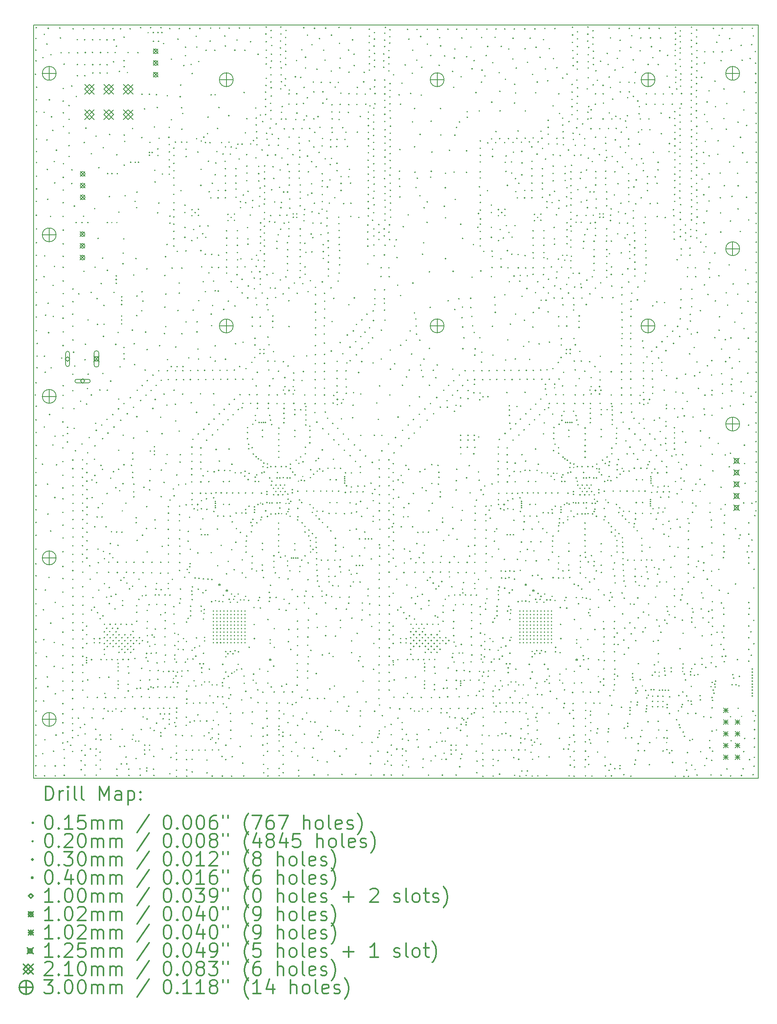
<source format=gbr>
%FSLAX45Y45*%
G04 Gerber Fmt 4.5, Leading zero omitted, Abs format (unit mm)*
G04 Created by KiCad (PCBNEW 4.0.7-e2-6376~61~ubuntu18.04.1) date Tue Nov 15 11:44:23 2022*
%MOMM*%
%LPD*%
G01*
G04 APERTURE LIST*
%ADD10C,0.127000*%
%ADD11C,0.100000*%
%ADD12C,0.200000*%
%ADD13C,0.300000*%
G04 APERTURE END LIST*
D10*
D11*
X21452000Y-9948000D02*
X21452000Y-9947000D01*
D12*
X5739000Y-9948000D02*
X21452000Y-9948000D01*
X5739000Y-9948000D02*
X5739000Y-26274000D01*
X21452000Y-26273000D02*
X21452000Y-9948000D01*
X5739000Y-26274000D02*
X21452000Y-26274000D01*
D12*
X6469042Y-18660500D02*
X6484042Y-18675500D01*
X6484042Y-18660500D02*
X6469042Y-18675500D01*
X6469042Y-18796500D02*
X6484042Y-18811500D01*
X6484042Y-18796500D02*
X6469042Y-18811500D01*
X6471500Y-18980500D02*
X6486500Y-18995500D01*
X6486500Y-18980500D02*
X6471500Y-18995500D01*
X6471500Y-25476500D02*
X6486500Y-25491500D01*
X6486500Y-25476500D02*
X6471500Y-25491500D01*
X6540042Y-25553500D02*
X6555042Y-25568500D01*
X6555042Y-25553500D02*
X6540042Y-25568500D01*
X6657542Y-14224042D02*
X6672542Y-14239042D01*
X6672542Y-14224042D02*
X6657542Y-14239042D01*
X6783542Y-14224042D02*
X6798542Y-14239042D01*
X6798542Y-14224042D02*
X6783542Y-14239042D01*
X6887500Y-23652500D02*
X6902500Y-23667500D01*
X6902500Y-23652500D02*
X6887500Y-23667500D01*
X6887500Y-23712500D02*
X6902500Y-23727500D01*
X6902500Y-23712500D02*
X6887500Y-23727500D01*
X6887500Y-23764500D02*
X6902500Y-23779500D01*
X6902500Y-23764500D02*
X6887500Y-23779500D01*
X6908542Y-14224042D02*
X6923542Y-14239042D01*
X6923542Y-14224042D02*
X6908542Y-14239042D01*
X6911500Y-24134500D02*
X6926500Y-24149500D01*
X6926500Y-24134500D02*
X6911500Y-24149500D01*
X6982250Y-15734750D02*
X6997250Y-15749750D01*
X6997250Y-15734750D02*
X6982250Y-15749750D01*
X6990710Y-22621290D02*
X7005710Y-22636290D01*
X7005710Y-22621290D02*
X6990710Y-22636290D01*
X6999500Y-19800500D02*
X7014500Y-19815500D01*
X7014500Y-19800500D02*
X6999500Y-19815500D01*
X7005500Y-20184500D02*
X7020500Y-20199500D01*
X7020500Y-20184500D02*
X7005500Y-20199500D01*
X7054290Y-22557710D02*
X7069290Y-22572710D01*
X7069290Y-22557710D02*
X7054290Y-22572710D01*
X7065500Y-20816500D02*
X7080500Y-20831500D01*
X7080500Y-20816500D02*
X7065500Y-20831500D01*
X7116500Y-15872500D02*
X7131500Y-15887500D01*
X7131500Y-15872500D02*
X7116500Y-15887500D01*
X7120542Y-16431042D02*
X7135542Y-16446042D01*
X7135542Y-16431042D02*
X7120542Y-16446042D01*
X7138500Y-20403500D02*
X7153500Y-20418500D01*
X7153500Y-20403500D02*
X7138500Y-20418500D01*
X7177710Y-22808290D02*
X7192710Y-22823290D01*
X7192710Y-22808290D02*
X7177710Y-22823290D01*
X7196500Y-19484500D02*
X7211500Y-19499500D01*
X7211500Y-19484500D02*
X7196500Y-19499500D01*
X7228500Y-19570500D02*
X7243500Y-19585500D01*
X7243500Y-19570500D02*
X7228500Y-19585500D01*
X7241290Y-22744710D02*
X7256290Y-22759710D01*
X7256290Y-22744710D02*
X7241290Y-22759710D01*
X7308500Y-20814500D02*
X7323500Y-20829500D01*
X7323500Y-20814500D02*
X7308500Y-20829500D01*
X7330542Y-14225042D02*
X7345542Y-14240042D01*
X7345542Y-14225042D02*
X7330542Y-14240042D01*
X7339542Y-13164042D02*
X7354542Y-13179042D01*
X7354542Y-13164042D02*
X7339542Y-13179042D01*
X7368500Y-24073500D02*
X7383500Y-24088500D01*
X7383500Y-24073500D02*
X7368500Y-24088500D01*
X7403500Y-21182500D02*
X7418500Y-21197500D01*
X7418500Y-21182500D02*
X7403500Y-21197500D01*
X7417500Y-22324500D02*
X7432500Y-22339500D01*
X7432500Y-22324500D02*
X7417500Y-22339500D01*
X7431542Y-14225042D02*
X7446542Y-14240042D01*
X7446542Y-14225042D02*
X7431542Y-14240042D01*
X7437542Y-13164042D02*
X7452542Y-13179042D01*
X7452542Y-13164042D02*
X7437542Y-13179042D01*
X7468500Y-19621500D02*
X7483500Y-19636500D01*
X7483500Y-19621500D02*
X7468500Y-19636500D01*
X7499500Y-22591500D02*
X7514500Y-22606500D01*
X7514500Y-22591500D02*
X7499500Y-22606500D01*
X7518500Y-22280500D02*
X7533500Y-22295500D01*
X7533500Y-22280500D02*
X7518500Y-22295500D01*
X7519500Y-19971500D02*
X7534500Y-19986500D01*
X7534500Y-19971500D02*
X7519500Y-19986500D01*
X7540542Y-14225042D02*
X7555542Y-14240042D01*
X7555542Y-14225042D02*
X7540542Y-14240042D01*
X7548542Y-13164042D02*
X7563542Y-13179042D01*
X7563542Y-13164042D02*
X7548542Y-13179042D01*
X7629710Y-21978290D02*
X7644710Y-21993290D01*
X7644710Y-21978290D02*
X7629710Y-21993290D01*
X7636500Y-25955500D02*
X7651500Y-25970500D01*
X7651500Y-25955500D02*
X7636500Y-25970500D01*
X7654500Y-25206500D02*
X7669500Y-25221500D01*
X7669500Y-25206500D02*
X7654500Y-25221500D01*
X7660500Y-20473542D02*
X7675500Y-20488542D01*
X7675500Y-20473542D02*
X7660500Y-20488542D01*
X7661500Y-22521500D02*
X7676500Y-22536500D01*
X7676500Y-22521500D02*
X7661500Y-22536500D01*
X7692710Y-21913710D02*
X7707710Y-21928710D01*
X7707710Y-21913710D02*
X7692710Y-21928710D01*
X7693500Y-16927042D02*
X7708500Y-16942042D01*
X7708500Y-16927042D02*
X7693500Y-16942042D01*
X7693500Y-17063500D02*
X7708500Y-17078500D01*
X7708500Y-17063500D02*
X7693500Y-17078500D01*
X7697500Y-10716042D02*
X7712500Y-10731042D01*
X7712500Y-10716042D02*
X7697500Y-10731042D01*
X7698500Y-10845500D02*
X7713500Y-10860500D01*
X7713500Y-10845500D02*
X7698500Y-10860500D01*
X7699500Y-17179500D02*
X7714500Y-17194500D01*
X7714500Y-17179500D02*
X7699500Y-17194500D01*
X7754500Y-25955500D02*
X7769500Y-25970500D01*
X7769500Y-25955500D02*
X7754500Y-25970500D01*
X7770500Y-10973500D02*
X7785500Y-10988500D01*
X7785500Y-10973500D02*
X7770500Y-10988500D01*
X7815290Y-22164290D02*
X7830290Y-22179290D01*
X7830290Y-22164290D02*
X7815290Y-22179290D01*
X7842542Y-12915042D02*
X7857542Y-12930042D01*
X7857542Y-12915042D02*
X7842542Y-12930042D01*
X7879042Y-24498500D02*
X7894042Y-24513500D01*
X7894042Y-24498500D02*
X7879042Y-24513500D01*
X7879290Y-22100290D02*
X7894290Y-22115290D01*
X7894290Y-22100290D02*
X7879290Y-22115290D01*
X7931042Y-23671500D02*
X7946042Y-23686500D01*
X7946042Y-23671500D02*
X7931042Y-23686500D01*
X7938168Y-12914542D02*
X7953168Y-12929542D01*
X7953168Y-12914542D02*
X7938168Y-12929542D01*
X7956500Y-25833500D02*
X7971500Y-25848500D01*
X7971500Y-25833500D02*
X7956500Y-25848500D01*
X7979500Y-24320500D02*
X7994500Y-24335500D01*
X7994500Y-24320500D02*
X7979500Y-24335500D01*
X8009542Y-12914542D02*
X8024542Y-12929542D01*
X8024542Y-12914542D02*
X8009542Y-12929542D01*
X8049500Y-24142500D02*
X8064500Y-24157500D01*
X8064500Y-24142500D02*
X8049500Y-24157500D01*
X8056500Y-24314500D02*
X8071500Y-24329500D01*
X8071500Y-24314500D02*
X8056500Y-24329500D01*
X8089500Y-11443500D02*
X8104500Y-11458500D01*
X8104500Y-11443500D02*
X8089500Y-11458500D01*
X8104542Y-15926084D02*
X8119542Y-15941084D01*
X8119542Y-15926084D02*
X8104542Y-15941084D01*
X8132500Y-19961500D02*
X8147500Y-19976500D01*
X8147500Y-19961500D02*
X8132500Y-19976500D01*
X8149500Y-25744500D02*
X8164500Y-25759500D01*
X8164500Y-25744500D02*
X8149500Y-25759500D01*
X8188500Y-26044500D02*
X8203500Y-26059500D01*
X8203500Y-26044500D02*
X8188500Y-26059500D01*
X8188500Y-26106500D02*
X8203500Y-26121500D01*
X8203500Y-26106500D02*
X8188500Y-26121500D01*
X8196500Y-21362500D02*
X8211500Y-21377500D01*
X8211500Y-21362500D02*
X8196500Y-21377500D01*
X8198500Y-24984500D02*
X8213500Y-24999500D01*
X8213500Y-24984500D02*
X8198500Y-24999500D01*
X8218500Y-10109500D02*
X8233500Y-10124500D01*
X8233500Y-10109500D02*
X8218500Y-10124500D01*
X8249542Y-12705042D02*
X8264542Y-12720042D01*
X8264542Y-12705042D02*
X8249542Y-12720042D01*
X8249542Y-12763042D02*
X8264542Y-12778042D01*
X8264542Y-12763042D02*
X8249542Y-12778042D01*
X8250500Y-11443500D02*
X8265500Y-11458500D01*
X8265500Y-11443500D02*
X8250500Y-11458500D01*
X8256500Y-19817500D02*
X8271500Y-19832500D01*
X8271500Y-19817500D02*
X8256500Y-19832500D01*
X8280500Y-24285500D02*
X8295500Y-24300500D01*
X8295500Y-24285500D02*
X8280500Y-24300500D01*
X8304042Y-23161500D02*
X8319042Y-23176500D01*
X8319042Y-23161500D02*
X8304042Y-23176500D01*
X8308542Y-12703042D02*
X8323542Y-12718042D01*
X8323542Y-12703042D02*
X8308542Y-12718042D01*
X8330500Y-10106250D02*
X8345500Y-10121250D01*
X8345500Y-10106250D02*
X8330500Y-10121250D01*
X8330500Y-10296750D02*
X8345500Y-10311750D01*
X8345500Y-10296750D02*
X8330500Y-10311750D01*
X8335500Y-24301500D02*
X8350500Y-24316500D01*
X8350500Y-24301500D02*
X8335500Y-24316500D01*
X8349042Y-23208042D02*
X8364042Y-23223042D01*
X8364042Y-23208042D02*
X8349042Y-23223042D01*
X8353042Y-19082500D02*
X8368042Y-19097500D01*
X8368042Y-19082500D02*
X8353042Y-19097500D01*
X8353042Y-19173500D02*
X8368042Y-19188500D01*
X8368042Y-19173500D02*
X8353042Y-19188500D01*
X8353042Y-19246500D02*
X8368042Y-19261500D01*
X8368042Y-19246500D02*
X8353042Y-19261500D01*
X8363500Y-20667458D02*
X8378500Y-20682458D01*
X8378500Y-20667458D02*
X8363500Y-20682458D01*
X8403500Y-11448500D02*
X8418500Y-11463500D01*
X8418500Y-11448500D02*
X8403500Y-11463500D01*
X8432500Y-10108500D02*
X8447500Y-10123500D01*
X8447500Y-10108500D02*
X8432500Y-10123500D01*
X8439500Y-10295500D02*
X8454500Y-10310500D01*
X8454500Y-10295500D02*
X8439500Y-10310500D01*
X8484500Y-24874500D02*
X8499500Y-24889500D01*
X8499500Y-24874500D02*
X8484500Y-24889500D01*
X8488500Y-22720500D02*
X8503500Y-22735500D01*
X8503500Y-22720500D02*
X8488500Y-22735500D01*
X8501500Y-22176500D02*
X8516500Y-22191500D01*
X8516500Y-22176500D02*
X8501500Y-22191500D01*
X8518250Y-10106250D02*
X8533250Y-10121250D01*
X8533250Y-10106250D02*
X8518250Y-10121250D01*
X8522500Y-21240500D02*
X8537500Y-21255500D01*
X8537500Y-21240500D02*
X8522500Y-21255500D01*
X8574500Y-24874500D02*
X8589500Y-24889500D01*
X8589500Y-24874500D02*
X8574500Y-24889500D01*
X8583500Y-25181500D02*
X8598500Y-25196500D01*
X8598500Y-25181500D02*
X8583500Y-25196500D01*
X8676500Y-24990500D02*
X8691500Y-25005500D01*
X8691500Y-24990500D02*
X8676500Y-25005500D01*
X8676500Y-25088500D02*
X8691500Y-25103500D01*
X8691500Y-25088500D02*
X8676500Y-25103500D01*
X8676542Y-24874500D02*
X8691542Y-24889500D01*
X8691542Y-24874500D02*
X8676542Y-24889500D01*
X8724042Y-17345500D02*
X8739042Y-17360500D01*
X8739042Y-17345500D02*
X8724042Y-17360500D01*
X8764500Y-24182500D02*
X8779500Y-24197500D01*
X8779500Y-24182500D02*
X8764500Y-24197500D01*
X8767771Y-24104771D02*
X8782771Y-24119771D01*
X8782771Y-24104771D02*
X8767771Y-24119771D01*
X8793500Y-25057500D02*
X8808500Y-25072500D01*
X8808500Y-25057500D02*
X8793500Y-25072500D01*
X8824042Y-24048500D02*
X8839042Y-24063500D01*
X8839042Y-24048500D02*
X8824042Y-24063500D01*
X8845042Y-17344500D02*
X8860042Y-17359500D01*
X8860042Y-17344500D02*
X8845042Y-17359500D01*
X8853042Y-23968500D02*
X8868042Y-23983500D01*
X8868042Y-23968500D02*
X8853042Y-23983500D01*
X8976042Y-17344500D02*
X8991042Y-17359500D01*
X8991042Y-17344500D02*
X8976042Y-17359500D01*
X9065500Y-21736500D02*
X9080500Y-21751500D01*
X9080500Y-21736500D02*
X9065500Y-21751500D01*
X9107500Y-21807500D02*
X9122500Y-21822500D01*
X9122500Y-21807500D02*
X9107500Y-21822500D01*
X9122500Y-21683500D02*
X9137500Y-21698500D01*
X9137500Y-21683500D02*
X9122500Y-21698500D01*
X9127500Y-21615500D02*
X9142500Y-21630500D01*
X9142500Y-21615500D02*
X9127500Y-21630500D01*
X9128500Y-25050500D02*
X9143500Y-25065500D01*
X9143500Y-25050500D02*
X9128500Y-25065500D01*
X9240517Y-21924500D02*
X9255517Y-21939500D01*
X9255517Y-21924500D02*
X9240517Y-21939500D01*
X9295250Y-21383500D02*
X9310250Y-21398500D01*
X9310250Y-21383500D02*
X9295250Y-21398500D01*
X9324500Y-21933500D02*
X9339500Y-21948500D01*
X9339500Y-21933500D02*
X9324500Y-21948500D01*
X9375500Y-20989500D02*
X9390500Y-21004500D01*
X9390500Y-20989500D02*
X9375500Y-21004500D01*
X9417500Y-21946500D02*
X9432500Y-21961500D01*
X9432500Y-21946500D02*
X9417500Y-21961500D01*
X9448500Y-20989500D02*
X9463500Y-21004500D01*
X9463500Y-20989500D02*
X9448500Y-21004500D01*
X9512500Y-20989500D02*
X9527500Y-21004500D01*
X9527500Y-20989500D02*
X9512500Y-21004500D01*
X9519500Y-21948500D02*
X9534500Y-21963500D01*
X9534500Y-21948500D02*
X9519500Y-21963500D01*
X9535500Y-25281500D02*
X9550500Y-25296500D01*
X9550500Y-25281500D02*
X9535500Y-25296500D01*
X9573500Y-25421500D02*
X9588500Y-25436500D01*
X9588500Y-25421500D02*
X9573500Y-25436500D01*
X9600542Y-21960000D02*
X9615542Y-21975000D01*
X9615542Y-21960000D02*
X9600542Y-21975000D01*
X9606458Y-25191500D02*
X9621458Y-25206500D01*
X9621458Y-25191500D02*
X9606458Y-25206500D01*
X9606500Y-25387500D02*
X9621500Y-25402500D01*
X9621500Y-25387500D02*
X9606500Y-25402500D01*
X9675334Y-20266706D02*
X9690334Y-20281706D01*
X9690334Y-20266706D02*
X9675334Y-20281706D01*
X9675334Y-20358654D02*
X9690334Y-20373654D01*
X9690334Y-20358654D02*
X9675334Y-20373654D01*
X9675588Y-20310140D02*
X9690588Y-20325140D01*
X9690588Y-20310140D02*
X9675588Y-20325140D01*
X9675588Y-20402342D02*
X9690588Y-20417342D01*
X9690588Y-20402342D02*
X9675588Y-20417342D01*
X9687500Y-25499500D02*
X9702500Y-25514500D01*
X9702500Y-25499500D02*
X9687500Y-25514500D01*
X9730042Y-24500500D02*
X9745042Y-24515500D01*
X9745042Y-24500500D02*
X9730042Y-24515500D01*
X9825500Y-25791500D02*
X9840500Y-25806500D01*
X9840500Y-25791500D02*
X9825500Y-25806500D01*
X9831042Y-24193500D02*
X9846042Y-24208500D01*
X9846042Y-24193500D02*
X9831042Y-24208500D01*
X9831042Y-24266500D02*
X9846042Y-24281500D01*
X9846042Y-24266500D02*
X9831042Y-24281500D01*
X9831042Y-24502500D02*
X9846042Y-24517500D01*
X9846042Y-24502500D02*
X9831042Y-24517500D01*
X9951500Y-23570500D02*
X9966500Y-23585500D01*
X9966500Y-23570500D02*
X9951500Y-23585500D01*
X9959500Y-24055500D02*
X9974500Y-24070500D01*
X9974500Y-24055500D02*
X9959500Y-24070500D01*
X9977500Y-19129500D02*
X9992500Y-19144500D01*
X9992500Y-19129500D02*
X9977500Y-19144500D01*
X10002517Y-23520504D02*
X10017517Y-23535504D01*
X10017517Y-23520504D02*
X10002517Y-23535504D01*
X10010500Y-24458500D02*
X10025500Y-24473500D01*
X10025500Y-24458500D02*
X10010500Y-24473500D01*
X10036500Y-19462500D02*
X10051500Y-19477500D01*
X10051500Y-19462500D02*
X10036500Y-19477500D01*
X10036500Y-23993500D02*
X10051500Y-24008500D01*
X10051500Y-23993500D02*
X10036500Y-24008500D01*
X10039500Y-19463500D02*
X10054500Y-19478500D01*
X10054500Y-19463500D02*
X10039500Y-19478500D01*
X10062500Y-23569500D02*
X10077500Y-23584500D01*
X10077500Y-23569500D02*
X10062500Y-23584500D01*
X10089500Y-23960500D02*
X10104500Y-23975500D01*
X10104500Y-23960500D02*
X10089500Y-23975500D01*
X10103517Y-23503500D02*
X10118517Y-23518500D01*
X10118517Y-23503500D02*
X10103517Y-23518500D01*
X10139500Y-23915500D02*
X10154500Y-23930500D01*
X10154500Y-23915500D02*
X10139500Y-23930500D01*
X10176000Y-23524000D02*
X10191000Y-23539000D01*
X10191000Y-23524000D02*
X10176000Y-23539000D01*
X10254500Y-18238500D02*
X10269500Y-18253500D01*
X10269500Y-18238500D02*
X10254500Y-18253500D01*
X10258000Y-21818000D02*
X10273000Y-21833000D01*
X10273000Y-21818000D02*
X10258000Y-21833000D01*
X10269500Y-25938500D02*
X10284500Y-25953500D01*
X10284500Y-25938500D02*
X10269500Y-25953500D01*
X10324500Y-19614500D02*
X10339500Y-19629500D01*
X10339500Y-19614500D02*
X10324500Y-19629500D01*
X10340500Y-20517500D02*
X10355500Y-20532500D01*
X10355500Y-20517500D02*
X10340500Y-20532500D01*
X10398500Y-19127500D02*
X10413500Y-19142500D01*
X10413500Y-19127500D02*
X10398500Y-19142500D01*
X10404500Y-19659500D02*
X10419500Y-19674500D01*
X10419500Y-19659500D02*
X10404500Y-19674500D01*
X10447500Y-20724500D02*
X10462500Y-20739500D01*
X10462500Y-20724500D02*
X10447500Y-20739500D01*
X10490500Y-20652500D02*
X10505500Y-20667500D01*
X10505500Y-20652500D02*
X10490500Y-20667500D01*
X10524500Y-20384500D02*
X10539500Y-20399500D01*
X10539500Y-20384500D02*
X10524500Y-20399500D01*
X10527500Y-20504500D02*
X10542500Y-20519500D01*
X10542500Y-20504500D02*
X10527500Y-20519500D01*
X10528500Y-20447500D02*
X10543500Y-20462500D01*
X10543500Y-20447500D02*
X10528500Y-20462500D01*
X10543500Y-19737500D02*
X10558500Y-19752500D01*
X10558500Y-19737500D02*
X10543500Y-19752500D01*
X10545500Y-19833500D02*
X10560500Y-19848500D01*
X10560500Y-19833500D02*
X10545500Y-19848500D01*
X10572500Y-19688500D02*
X10587500Y-19703500D01*
X10587500Y-19688500D02*
X10572500Y-19703500D01*
X10600500Y-20330500D02*
X10615500Y-20345500D01*
X10615500Y-20330500D02*
X10600500Y-20345500D01*
X10609500Y-19343500D02*
X10624500Y-19358500D01*
X10624500Y-19343500D02*
X10609500Y-19358500D01*
X10614500Y-19831500D02*
X10629500Y-19846500D01*
X10629500Y-19831500D02*
X10614500Y-19846500D01*
X10629158Y-18554088D02*
X10644158Y-18569088D01*
X10644158Y-18554088D02*
X10629158Y-18569088D01*
X10637500Y-22347500D02*
X10652500Y-22362500D01*
X10652500Y-22347500D02*
X10637500Y-22362500D01*
X10656500Y-20304500D02*
X10671500Y-20319500D01*
X10671500Y-20304500D02*
X10656500Y-20319500D01*
X10672846Y-18553834D02*
X10687846Y-18568834D01*
X10687846Y-18553834D02*
X10672846Y-18568834D01*
X10677500Y-20607500D02*
X10692500Y-20622500D01*
X10692500Y-20607500D02*
X10677500Y-20622500D01*
X10680500Y-20085500D02*
X10695500Y-20100500D01*
X10695500Y-20085500D02*
X10680500Y-20100500D01*
X10683500Y-19644500D02*
X10698500Y-19659500D01*
X10698500Y-19644500D02*
X10683500Y-19659500D01*
X10704500Y-20324500D02*
X10719500Y-20339500D01*
X10719500Y-20324500D02*
X10704500Y-20339500D01*
X10708500Y-19511500D02*
X10723500Y-19526500D01*
X10723500Y-19511500D02*
X10708500Y-19526500D01*
X10721360Y-18554088D02*
X10736360Y-18569088D01*
X10736360Y-18554088D02*
X10721360Y-18569088D01*
X10730500Y-19434500D02*
X10745500Y-19449500D01*
X10745500Y-19434500D02*
X10730500Y-19449500D01*
X10739500Y-19628500D02*
X10754500Y-19643500D01*
X10754500Y-19628500D02*
X10739500Y-19643500D01*
X10764794Y-18553834D02*
X10779794Y-18568834D01*
X10779794Y-18553834D02*
X10764794Y-18568834D01*
X10794500Y-20291500D02*
X10809500Y-20306500D01*
X10809500Y-20291500D02*
X10794500Y-20306500D01*
X10797500Y-20056500D02*
X10812500Y-20071500D01*
X10812500Y-20056500D02*
X10797500Y-20071500D01*
X10799500Y-20114500D02*
X10814500Y-20129500D01*
X10814500Y-20114500D02*
X10799500Y-20129500D01*
X10803500Y-19533500D02*
X10818500Y-19548500D01*
X10818500Y-19533500D02*
X10803500Y-19548500D01*
X10844542Y-22432000D02*
X10859542Y-22447000D01*
X10859542Y-22432000D02*
X10844542Y-22447000D01*
X10846542Y-22241000D02*
X10861542Y-22256000D01*
X10861542Y-22241000D02*
X10846542Y-22256000D01*
X10851500Y-20301500D02*
X10866500Y-20316500D01*
X10866500Y-20301500D02*
X10851500Y-20316500D01*
X10857500Y-19757500D02*
X10872500Y-19772500D01*
X10872500Y-19757500D02*
X10857500Y-19772500D01*
X10881500Y-19514500D02*
X10896500Y-19529500D01*
X10896500Y-19514500D02*
X10881500Y-19529500D01*
X10882500Y-20540500D02*
X10897500Y-20555500D01*
X10897500Y-20540500D02*
X10882500Y-20555500D01*
X10892500Y-24287500D02*
X10907500Y-24302500D01*
X10907500Y-24287500D02*
X10892500Y-24302500D01*
X10907500Y-20300500D02*
X10922500Y-20315500D01*
X10922500Y-20300500D02*
X10907500Y-20315500D01*
X10982500Y-20533500D02*
X10997500Y-20548500D01*
X10997500Y-20533500D02*
X10982500Y-20548500D01*
X10984500Y-19514500D02*
X10999500Y-19529500D01*
X10999500Y-19514500D02*
X10984500Y-19529500D01*
X11017500Y-19757500D02*
X11032500Y-19772500D01*
X11032500Y-19757500D02*
X11017500Y-19772500D01*
X11018500Y-20296500D02*
X11033500Y-20311500D01*
X11033500Y-20296500D02*
X11018500Y-20311500D01*
X11021500Y-19638500D02*
X11036500Y-19653500D01*
X11036500Y-19638500D02*
X11021500Y-19653500D01*
X11047500Y-20529500D02*
X11062500Y-20544500D01*
X11062500Y-20529500D02*
X11047500Y-20544500D01*
X11052542Y-25214000D02*
X11067542Y-25229000D01*
X11067542Y-25214000D02*
X11052542Y-25229000D01*
X11055874Y-22606500D02*
X11070874Y-22621500D01*
X11070874Y-22606500D02*
X11055874Y-22621500D01*
X11073500Y-20411500D02*
X11088500Y-20426500D01*
X11088500Y-20411500D02*
X11073500Y-20426500D01*
X11075500Y-19756500D02*
X11090500Y-19771500D01*
X11090500Y-19756500D02*
X11075500Y-19771500D01*
X11076500Y-20295500D02*
X11091500Y-20310500D01*
X11091500Y-20295500D02*
X11076500Y-20310500D01*
X11091500Y-21476500D02*
X11106500Y-21491500D01*
X11106500Y-21476500D02*
X11091500Y-21491500D01*
X11111500Y-19513500D02*
X11126500Y-19528500D01*
X11126500Y-19513500D02*
X11111500Y-19528500D01*
X11114500Y-20531500D02*
X11129500Y-20546500D01*
X11129500Y-20531500D02*
X11114500Y-20546500D01*
X11120542Y-24268000D02*
X11135542Y-24283000D01*
X11135542Y-24268000D02*
X11120542Y-24283000D01*
X11143500Y-25266500D02*
X11158500Y-25281500D01*
X11158500Y-25266500D02*
X11143500Y-25281500D01*
X11147500Y-19747500D02*
X11162500Y-19762500D01*
X11162500Y-19747500D02*
X11147500Y-19762500D01*
X11207500Y-20312500D02*
X11222500Y-20327500D01*
X11222500Y-20312500D02*
X11207500Y-20327500D01*
X11212500Y-19513500D02*
X11227500Y-19528500D01*
X11227500Y-19513500D02*
X11212500Y-19528500D01*
X11212874Y-22627500D02*
X11227874Y-22642500D01*
X11227874Y-22627500D02*
X11212874Y-22642500D01*
X11215500Y-20538500D02*
X11230500Y-20553500D01*
X11230500Y-20538500D02*
X11215500Y-20553500D01*
X11219542Y-24227000D02*
X11234542Y-24242000D01*
X11234542Y-24227000D02*
X11219542Y-24242000D01*
X11238500Y-19756500D02*
X11253500Y-19771500D01*
X11253500Y-19756500D02*
X11238500Y-19771500D01*
X11248500Y-25057500D02*
X11263500Y-25072500D01*
X11263500Y-25057500D02*
X11248500Y-25072500D01*
X11249500Y-20485500D02*
X11264500Y-20500500D01*
X11264500Y-20485500D02*
X11249500Y-20500500D01*
X11264500Y-23303500D02*
X11279500Y-23318500D01*
X11279500Y-23303500D02*
X11264500Y-23318500D01*
X11267500Y-20432500D02*
X11282500Y-20447500D01*
X11282500Y-20432500D02*
X11267500Y-20447500D01*
X11268874Y-23041500D02*
X11283874Y-23056500D01*
X11283874Y-23041500D02*
X11268874Y-23056500D01*
X11275500Y-20307500D02*
X11290500Y-20322500D01*
X11290500Y-20307500D02*
X11275500Y-20322500D01*
X11297500Y-19754500D02*
X11312500Y-19769500D01*
X11312500Y-19754500D02*
X11297500Y-19769500D01*
X11302500Y-19554500D02*
X11317500Y-19569500D01*
X11317500Y-19554500D02*
X11302500Y-19569500D01*
X11312500Y-23474500D02*
X11327500Y-23489500D01*
X11327500Y-23474500D02*
X11312500Y-23489500D01*
X11315500Y-20268500D02*
X11330500Y-20283500D01*
X11330500Y-20268500D02*
X11315500Y-20283500D01*
X11328158Y-21496088D02*
X11343158Y-21511088D01*
X11343158Y-21496088D02*
X11328158Y-21511088D01*
X11344500Y-24666500D02*
X11359500Y-24681500D01*
X11359500Y-24666500D02*
X11344500Y-24681500D01*
X11347500Y-20014500D02*
X11362500Y-20029500D01*
X11362500Y-20014500D02*
X11347500Y-20029500D01*
X11347500Y-20076500D02*
X11362500Y-20091500D01*
X11362500Y-20076500D02*
X11347500Y-20091500D01*
X11353500Y-19627500D02*
X11368500Y-19642500D01*
X11368500Y-19627500D02*
X11353500Y-19642500D01*
X11371846Y-21495834D02*
X11386846Y-21510834D01*
X11386846Y-21495834D02*
X11371846Y-21510834D01*
X11405500Y-19692500D02*
X11420500Y-19707500D01*
X11420500Y-19692500D02*
X11405500Y-19707500D01*
X11420360Y-21496088D02*
X11435360Y-21511088D01*
X11435360Y-21496088D02*
X11420360Y-21511088D01*
X11463500Y-20418500D02*
X11478500Y-20433500D01*
X11478500Y-20418500D02*
X11463500Y-20433500D01*
X11463794Y-21495834D02*
X11478794Y-21510834D01*
X11478794Y-21495834D02*
X11463794Y-21510834D01*
X11467500Y-20045500D02*
X11482500Y-20060500D01*
X11482500Y-20045500D02*
X11467500Y-20060500D01*
X11467500Y-20600500D02*
X11482500Y-20615500D01*
X11482500Y-20600500D02*
X11467500Y-20615500D01*
X11478542Y-19829000D02*
X11493542Y-19844000D01*
X11493542Y-19829000D02*
X11478542Y-19844000D01*
X11497500Y-20235500D02*
X11512500Y-20250500D01*
X11512500Y-20235500D02*
X11497500Y-20250500D01*
X11539500Y-19808500D02*
X11554500Y-19823500D01*
X11554500Y-19808500D02*
X11539500Y-19823500D01*
X11550500Y-20290500D02*
X11565500Y-20305500D01*
X11565500Y-20290500D02*
X11550500Y-20305500D01*
X11569500Y-24981500D02*
X11584500Y-24996500D01*
X11584500Y-24981500D02*
X11569500Y-24996500D01*
X11570500Y-19727500D02*
X11585500Y-19742500D01*
X11585500Y-19727500D02*
X11570500Y-19742500D01*
X11612500Y-19816500D02*
X11627500Y-19831500D01*
X11627500Y-19816500D02*
X11612500Y-19831500D01*
X11638500Y-18209500D02*
X11653500Y-18224500D01*
X11653500Y-18209500D02*
X11638500Y-18224500D01*
X11745500Y-19578500D02*
X11760500Y-19593500D01*
X11760500Y-19578500D02*
X11745500Y-19593500D01*
X11798542Y-21305000D02*
X11813542Y-21320000D01*
X11813542Y-21305000D02*
X11798542Y-21320000D01*
X11806374Y-25614542D02*
X11821374Y-25629542D01*
X11821374Y-25614542D02*
X11806374Y-25629542D01*
X11836500Y-25048500D02*
X11851500Y-25063500D01*
X11851500Y-25048500D02*
X11836500Y-25063500D01*
X11874874Y-22703500D02*
X11889874Y-22718500D01*
X11889874Y-22703500D02*
X11874874Y-22718500D01*
X11892916Y-25879500D02*
X11907916Y-25894500D01*
X11907916Y-25879500D02*
X11892916Y-25894500D01*
X11910874Y-25342500D02*
X11925874Y-25357500D01*
X11925874Y-25342500D02*
X11910874Y-25357500D01*
X11911542Y-19337000D02*
X11926542Y-19352000D01*
X11926542Y-19337000D02*
X11911542Y-19352000D01*
X11942500Y-19565500D02*
X11957500Y-19580500D01*
X11957500Y-19565500D02*
X11942500Y-19580500D01*
X11961500Y-25262500D02*
X11976500Y-25277500D01*
X11976500Y-25262500D02*
X11961500Y-25277500D01*
X11998500Y-23593500D02*
X12013500Y-23608500D01*
X12013500Y-23593500D02*
X11998500Y-23608500D01*
X12158500Y-24329500D02*
X12173500Y-24344500D01*
X12173500Y-24329500D02*
X12158500Y-24344500D01*
X12285500Y-25228500D02*
X12300500Y-25243500D01*
X12300500Y-25228500D02*
X12285500Y-25243500D01*
X12324500Y-24609500D02*
X12339500Y-24624500D01*
X12339500Y-24609500D02*
X12324500Y-24624500D01*
X12357500Y-25230500D02*
X12372500Y-25245500D01*
X12372500Y-25230500D02*
X12357500Y-25245500D01*
X12444374Y-25309542D02*
X12459374Y-25324542D01*
X12459374Y-25309542D02*
X12444374Y-25324542D01*
X12461874Y-24502500D02*
X12476874Y-24517500D01*
X12476874Y-24502500D02*
X12461874Y-24517500D01*
X12479334Y-19729706D02*
X12494334Y-19744706D01*
X12494334Y-19729706D02*
X12479334Y-19744706D01*
X12479334Y-19821654D02*
X12494334Y-19836654D01*
X12494334Y-19821654D02*
X12479334Y-19836654D01*
X12479588Y-19773140D02*
X12494588Y-19788140D01*
X12494588Y-19773140D02*
X12479588Y-19788140D01*
X12479588Y-19865342D02*
X12494588Y-19880342D01*
X12494588Y-19865342D02*
X12479588Y-19880342D01*
X12516244Y-25629694D02*
X12531244Y-25644694D01*
X12531244Y-25629694D02*
X12516244Y-25644694D01*
X12563500Y-24705500D02*
X12578500Y-24720500D01*
X12578500Y-24705500D02*
X12563500Y-24720500D01*
X12578542Y-21758000D02*
X12593542Y-21773000D01*
X12593542Y-21758000D02*
X12578542Y-21773000D01*
X12629416Y-23544500D02*
X12644416Y-23559500D01*
X12644416Y-23544500D02*
X12629416Y-23559500D01*
X12629542Y-23287000D02*
X12644542Y-23302000D01*
X12644542Y-23287000D02*
X12629542Y-23302000D01*
X12637542Y-21452000D02*
X12652542Y-21467000D01*
X12652542Y-21452000D02*
X12637542Y-21467000D01*
X12738000Y-21656500D02*
X12753000Y-21671500D01*
X12753000Y-21656500D02*
X12738000Y-21671500D01*
X12738042Y-20868500D02*
X12753042Y-20883500D01*
X12753042Y-20868500D02*
X12738042Y-20883500D01*
X12740542Y-21828000D02*
X12755542Y-21843000D01*
X12755542Y-21828000D02*
X12740542Y-21843000D01*
X12785458Y-23720458D02*
X12800458Y-23735458D01*
X12800458Y-23720458D02*
X12785458Y-23735458D01*
X12800542Y-21447000D02*
X12815542Y-21462000D01*
X12815542Y-21447000D02*
X12800542Y-21462000D01*
X12803000Y-21076500D02*
X12818000Y-21091500D01*
X12818000Y-21076500D02*
X12803000Y-21091500D01*
X12803000Y-21656500D02*
X12818000Y-21671500D01*
X12818000Y-21656500D02*
X12803000Y-21671500D01*
X12810874Y-23630500D02*
X12825874Y-23645500D01*
X12825874Y-23630500D02*
X12810874Y-23645500D01*
X12811374Y-25139500D02*
X12826374Y-25154500D01*
X12826374Y-25139500D02*
X12811374Y-25154500D01*
X12818500Y-24807500D02*
X12833500Y-24822500D01*
X12833500Y-24807500D02*
X12818500Y-24822500D01*
X12868000Y-21656500D02*
X12883000Y-21671500D01*
X12883000Y-21656500D02*
X12868000Y-21671500D01*
X12878542Y-23850000D02*
X12893542Y-23865000D01*
X12893542Y-23850000D02*
X12878542Y-23865000D01*
X12933000Y-21076500D02*
X12948000Y-21091500D01*
X12948000Y-21076500D02*
X12933000Y-21091500D01*
X12942374Y-24610500D02*
X12957374Y-24625500D01*
X12957374Y-24610500D02*
X12942374Y-24625500D01*
X12998000Y-21076500D02*
X13013000Y-21091500D01*
X13013000Y-21076500D02*
X12998000Y-21091500D01*
X13059500Y-21513500D02*
X13074500Y-21528500D01*
X13074500Y-21513500D02*
X13059500Y-21528500D01*
X13063000Y-21076500D02*
X13078000Y-21091500D01*
X13078000Y-21076500D02*
X13063000Y-21091500D01*
X13094542Y-20696000D02*
X13109542Y-20711000D01*
X13109542Y-20696000D02*
X13094542Y-20711000D01*
X13135500Y-20007500D02*
X13150500Y-20022500D01*
X13150500Y-20007500D02*
X13135500Y-20022500D01*
X13201500Y-25380500D02*
X13216500Y-25395500D01*
X13216500Y-25380500D02*
X13201500Y-25395500D01*
X13230500Y-25236500D02*
X13245500Y-25251500D01*
X13245500Y-25236500D02*
X13230500Y-25251500D01*
X13235542Y-21206000D02*
X13250542Y-21221000D01*
X13250542Y-21206000D02*
X13235542Y-21221000D01*
X13511542Y-20816000D02*
X13526542Y-20831000D01*
X13526542Y-20816000D02*
X13511542Y-20831000D01*
X13532500Y-23717500D02*
X13547500Y-23732500D01*
X13547500Y-23717500D02*
X13532500Y-23732500D01*
X13535500Y-23757500D02*
X13550500Y-23772500D01*
X13550500Y-23757500D02*
X13535500Y-23772500D01*
X13535500Y-23807500D02*
X13550500Y-23822500D01*
X13550500Y-23807500D02*
X13535500Y-23822500D01*
X13555500Y-24134500D02*
X13570500Y-24149500D01*
X13570500Y-24134500D02*
X13555500Y-24149500D01*
X13634896Y-22620957D02*
X13649896Y-22635957D01*
X13649896Y-22620957D02*
X13634896Y-22635957D01*
X13643500Y-19800500D02*
X13658500Y-19815500D01*
X13658500Y-19800500D02*
X13643500Y-19815500D01*
X13646500Y-20177500D02*
X13661500Y-20192500D01*
X13661500Y-20177500D02*
X13646500Y-20192500D01*
X13698477Y-22557377D02*
X13713477Y-22572377D01*
X13713477Y-22557377D02*
X13698477Y-22572377D01*
X13709500Y-20816500D02*
X13724500Y-20831500D01*
X13724500Y-20816500D02*
X13709500Y-20831500D01*
X13767500Y-20400500D02*
X13782500Y-20415500D01*
X13782500Y-20400500D02*
X13767500Y-20415500D01*
X13811500Y-19483458D02*
X13826500Y-19498458D01*
X13826500Y-19483458D02*
X13811500Y-19498458D01*
X13822220Y-22806926D02*
X13837220Y-22821926D01*
X13837220Y-22806926D02*
X13822220Y-22821926D01*
X13871500Y-19573500D02*
X13886500Y-19588500D01*
X13886500Y-19573500D02*
X13871500Y-19588500D01*
X13885153Y-22743993D02*
X13900153Y-22758993D01*
X13900153Y-22743993D02*
X13885153Y-22758993D01*
X13952500Y-20814500D02*
X13967500Y-20829500D01*
X13967500Y-20814500D02*
X13952500Y-20829500D01*
X13992500Y-22812500D02*
X14007500Y-22827500D01*
X14007500Y-22812500D02*
X13992500Y-22827500D01*
X14046500Y-21182500D02*
X14061500Y-21197500D01*
X14061500Y-21182500D02*
X14046500Y-21197500D01*
X14060500Y-22324500D02*
X14075500Y-22339500D01*
X14075500Y-22324500D02*
X14060500Y-22339500D01*
X14112500Y-19621500D02*
X14127500Y-19636500D01*
X14127500Y-19621500D02*
X14112500Y-19636500D01*
X14143500Y-22591500D02*
X14158500Y-22606500D01*
X14158500Y-22591500D02*
X14143500Y-22606500D01*
X14162500Y-19971500D02*
X14177500Y-19986500D01*
X14177500Y-19971500D02*
X14162500Y-19986500D01*
X14163075Y-22279454D02*
X14178075Y-22294454D01*
X14178075Y-22279454D02*
X14163075Y-22294454D01*
X14185042Y-21385500D02*
X14200042Y-21400500D01*
X14200042Y-21385500D02*
X14185042Y-21400500D01*
X14274121Y-21977490D02*
X14289121Y-21992490D01*
X14289121Y-21977490D02*
X14274121Y-21992490D01*
X14298500Y-25214500D02*
X14313500Y-25229500D01*
X14313500Y-25214500D02*
X14298500Y-25229500D01*
X14305500Y-22521500D02*
X14320500Y-22536500D01*
X14320500Y-22521500D02*
X14305500Y-22536500D01*
X14307500Y-20465542D02*
X14322500Y-20480542D01*
X14322500Y-20465542D02*
X14307500Y-20480542D01*
X14337760Y-21913910D02*
X14352760Y-21928910D01*
X14352760Y-21913910D02*
X14337760Y-21928910D01*
X14426500Y-23853500D02*
X14441500Y-23868500D01*
X14441500Y-23853500D02*
X14426500Y-23868500D01*
X14426500Y-24234458D02*
X14441500Y-24249458D01*
X14441500Y-24234458D02*
X14426500Y-24249458D01*
X14426500Y-24349500D02*
X14441500Y-24364500D01*
X14441500Y-24349500D02*
X14426500Y-24364500D01*
X14441542Y-23989500D02*
X14456542Y-24004500D01*
X14456542Y-23989500D02*
X14441542Y-24004500D01*
X14443500Y-22748500D02*
X14458500Y-22763500D01*
X14458500Y-22748500D02*
X14443500Y-22763500D01*
X14459383Y-22164166D02*
X14474383Y-22179166D01*
X14474383Y-22164166D02*
X14459383Y-22179166D01*
X14497500Y-22775500D02*
X14512500Y-22790500D01*
X14512500Y-22775500D02*
X14497500Y-22790500D01*
X14523670Y-22101233D02*
X14538670Y-22116233D01*
X14538670Y-22101233D02*
X14523670Y-22116233D01*
X14568500Y-24847000D02*
X14583500Y-24862000D01*
X14583500Y-24847000D02*
X14568500Y-24862000D01*
X14584500Y-25857500D02*
X14599500Y-25872500D01*
X14599500Y-25857500D02*
X14584500Y-25872500D01*
X14693500Y-24142500D02*
X14708500Y-24157500D01*
X14708500Y-24142500D02*
X14693500Y-24157500D01*
X14698500Y-24847000D02*
X14713500Y-24862000D01*
X14713500Y-24847000D02*
X14698500Y-24862000D01*
X14710500Y-18226500D02*
X14725500Y-18241500D01*
X14725500Y-18226500D02*
X14710500Y-18241500D01*
X14755500Y-21904500D02*
X14770500Y-21919500D01*
X14770500Y-21904500D02*
X14755500Y-21919500D01*
X14793500Y-25744500D02*
X14808500Y-25759500D01*
X14808500Y-25744500D02*
X14793500Y-25759500D01*
X14862500Y-18314500D02*
X14877500Y-18329500D01*
X14877500Y-18314500D02*
X14862500Y-18329500D01*
X14874500Y-24955500D02*
X14889500Y-24970500D01*
X14889500Y-24955500D02*
X14874500Y-24970500D01*
X14900500Y-19817500D02*
X14915500Y-19832500D01*
X14915500Y-19817500D02*
X14900500Y-19832500D01*
X14915042Y-21088500D02*
X14930042Y-21103500D01*
X14930042Y-21088500D02*
X14915042Y-21103500D01*
X14993530Y-24157900D02*
X15008530Y-24172900D01*
X15008530Y-24157900D02*
X14993530Y-24172900D01*
X14993534Y-24206075D02*
X15008534Y-24221075D01*
X15008534Y-24206075D02*
X14993534Y-24221075D01*
X14993539Y-24250150D02*
X15008539Y-24265150D01*
X15008539Y-24250150D02*
X14993539Y-24265150D01*
X14993542Y-24158000D02*
X15008542Y-24173000D01*
X15008542Y-24158000D02*
X14993542Y-24173000D01*
X14999042Y-18020500D02*
X15014042Y-18035500D01*
X15014042Y-18020500D02*
X14999042Y-18035500D01*
X14999042Y-18197500D02*
X15014042Y-18212500D01*
X15014042Y-18197500D02*
X14999042Y-18212500D01*
X14999042Y-18834500D02*
X15014042Y-18849500D01*
X15014042Y-18834500D02*
X14999042Y-18849500D01*
X14999042Y-18938500D02*
X15014042Y-18953500D01*
X15014042Y-18938500D02*
X14999042Y-18953500D01*
X14999042Y-19095500D02*
X15014042Y-19110500D01*
X15014042Y-19095500D02*
X14999042Y-19110500D01*
X15000042Y-19236500D02*
X15015042Y-19251500D01*
X15015042Y-19236500D02*
X15000042Y-19251500D01*
X15009042Y-20671500D02*
X15024042Y-20686500D01*
X15024042Y-20671500D02*
X15009042Y-20686500D01*
X15021500Y-25743500D02*
X15036500Y-25758500D01*
X15036500Y-25743500D02*
X15021500Y-25758500D01*
X15026542Y-24962000D02*
X15041542Y-24977000D01*
X15041542Y-24962000D02*
X15026542Y-24977000D01*
X15043042Y-22246500D02*
X15058042Y-22261500D01*
X15058042Y-22246500D02*
X15043042Y-22261500D01*
X15064542Y-24999000D02*
X15079542Y-25014000D01*
X15079542Y-24999000D02*
X15064542Y-25014000D01*
X15112500Y-25110500D02*
X15127500Y-25125500D01*
X15127500Y-25110500D02*
X15112500Y-25125500D01*
X15117500Y-25053500D02*
X15132500Y-25068500D01*
X15132500Y-25053500D02*
X15117500Y-25068500D01*
X15140042Y-19092500D02*
X15155042Y-19107500D01*
X15155042Y-19092500D02*
X15140042Y-19107500D01*
X15155042Y-18938500D02*
X15170042Y-18953500D01*
X15170042Y-18938500D02*
X15155042Y-18953500D01*
X15157042Y-18834500D02*
X15172042Y-18849500D01*
X15172042Y-18834500D02*
X15157042Y-18849500D01*
X15158042Y-17864500D02*
X15173042Y-17879500D01*
X15173042Y-17864500D02*
X15158042Y-17879500D01*
X15159042Y-18037500D02*
X15174042Y-18052500D01*
X15174042Y-18037500D02*
X15159042Y-18052500D01*
X15166500Y-21240500D02*
X15181500Y-21255500D01*
X15181500Y-21240500D02*
X15166500Y-21255500D01*
X15190042Y-21452500D02*
X15205042Y-21467500D01*
X15205042Y-21452500D02*
X15190042Y-21467500D01*
X15230500Y-24874500D02*
X15245500Y-24889500D01*
X15245500Y-24874500D02*
X15230500Y-24889500D01*
X15286042Y-17910500D02*
X15301042Y-17925500D01*
X15301042Y-17910500D02*
X15286042Y-17925500D01*
X15290042Y-18834500D02*
X15305042Y-18849500D01*
X15305042Y-18834500D02*
X15290042Y-18849500D01*
X15290500Y-24847500D02*
X15305500Y-24862500D01*
X15305500Y-24847500D02*
X15290500Y-24862500D01*
X15291042Y-17729500D02*
X15306042Y-17744500D01*
X15306042Y-17729500D02*
X15291042Y-17744500D01*
X15291042Y-18938500D02*
X15306042Y-18953500D01*
X15306042Y-18938500D02*
X15291042Y-18953500D01*
X15404500Y-24381500D02*
X15419500Y-24396500D01*
X15419500Y-24381500D02*
X15404500Y-24396500D01*
X15412500Y-18065500D02*
X15427500Y-18080500D01*
X15427500Y-18065500D02*
X15412500Y-18080500D01*
X15465500Y-24049500D02*
X15480500Y-24064500D01*
X15480500Y-24049500D02*
X15465500Y-24064500D01*
X15477500Y-18000500D02*
X15492500Y-18015500D01*
X15492500Y-18000500D02*
X15477500Y-18015500D01*
X15493042Y-23967500D02*
X15508042Y-23982500D01*
X15508042Y-23967500D02*
X15493042Y-23982500D01*
X15510542Y-23633000D02*
X15525542Y-23648000D01*
X15525542Y-23633000D02*
X15510542Y-23648000D01*
X15535542Y-22605000D02*
X15550542Y-22620000D01*
X15550542Y-22605000D02*
X15535542Y-22620000D01*
X15590500Y-17995500D02*
X15605500Y-18010500D01*
X15605500Y-17995500D02*
X15590500Y-18010500D01*
X15613500Y-20456500D02*
X15628500Y-20471500D01*
X15628500Y-20456500D02*
X15613500Y-20471500D01*
X15636500Y-20630500D02*
X15651500Y-20645500D01*
X15651500Y-20630500D02*
X15636500Y-20645500D01*
X15765500Y-24700500D02*
X15780500Y-24715500D01*
X15780500Y-24700500D02*
X15765500Y-24715500D01*
X15776500Y-20862500D02*
X15791500Y-20877500D01*
X15791500Y-20862500D02*
X15776500Y-20877500D01*
X15835500Y-24344500D02*
X15850500Y-24359500D01*
X15850500Y-24344500D02*
X15835500Y-24359500D01*
X15873042Y-21775500D02*
X15888042Y-21790500D01*
X15888042Y-21775500D02*
X15873042Y-21790500D01*
X15884500Y-21924500D02*
X15899500Y-21939500D01*
X15899500Y-21924500D02*
X15884500Y-21939500D01*
X15895500Y-25304500D02*
X15910500Y-25319500D01*
X15910500Y-25304500D02*
X15895500Y-25319500D01*
X15968500Y-21933500D02*
X15983500Y-21948500D01*
X15983500Y-21933500D02*
X15968500Y-21948500D01*
X15970542Y-25061000D02*
X15985542Y-25076000D01*
X15985542Y-25061000D02*
X15970542Y-25076000D01*
X15971042Y-21779500D02*
X15986042Y-21794500D01*
X15986042Y-21779500D02*
X15971042Y-21794500D01*
X15977500Y-25296500D02*
X15992500Y-25311500D01*
X15992500Y-25296500D02*
X15977500Y-25311500D01*
X16003500Y-20989500D02*
X16018500Y-21004500D01*
X16018500Y-20989500D02*
X16003500Y-21004500D01*
X16045500Y-21914500D02*
X16060500Y-21929500D01*
X16060500Y-21914500D02*
X16045500Y-21929500D01*
X16049500Y-18192500D02*
X16064500Y-18207500D01*
X16064500Y-18192500D02*
X16049500Y-18207500D01*
X16052042Y-18401500D02*
X16067042Y-18416500D01*
X16067042Y-18401500D02*
X16052042Y-18416500D01*
X16057500Y-18286500D02*
X16072500Y-18301500D01*
X16072500Y-18286500D02*
X16057500Y-18301500D01*
X16062042Y-18570500D02*
X16077042Y-18585500D01*
X16077042Y-18570500D02*
X16062042Y-18585500D01*
X16062042Y-21775500D02*
X16077042Y-21790500D01*
X16077042Y-21775500D02*
X16062042Y-21790500D01*
X16072500Y-20989500D02*
X16087500Y-21004500D01*
X16087500Y-20989500D02*
X16072500Y-21004500D01*
X16072500Y-24518500D02*
X16087500Y-24533500D01*
X16087500Y-24518500D02*
X16072500Y-24533500D01*
X16136500Y-20989500D02*
X16151500Y-21004500D01*
X16151500Y-20989500D02*
X16136500Y-21004500D01*
X16158042Y-21778500D02*
X16173042Y-21793500D01*
X16173042Y-21778500D02*
X16158042Y-21793500D01*
X16163500Y-21948500D02*
X16178500Y-21963500D01*
X16178500Y-21948500D02*
X16163500Y-21963500D01*
X16169542Y-24376500D02*
X16184542Y-24391500D01*
X16184542Y-24376500D02*
X16169542Y-24391500D01*
X16299542Y-25399000D02*
X16314542Y-25414000D01*
X16314542Y-25399000D02*
X16299542Y-25414000D01*
X16302500Y-25499500D02*
X16317500Y-25514500D01*
X16317500Y-25499500D02*
X16302500Y-25514500D01*
X16309500Y-25191500D02*
X16324500Y-25206500D01*
X16324500Y-25191500D02*
X16309500Y-25206500D01*
X16318334Y-20265706D02*
X16333334Y-20280706D01*
X16333334Y-20265706D02*
X16318334Y-20280706D01*
X16318334Y-20357654D02*
X16333334Y-20372654D01*
X16333334Y-20357654D02*
X16318334Y-20372654D01*
X16318588Y-20309140D02*
X16333588Y-20324140D01*
X16333588Y-20309140D02*
X16318588Y-20324140D01*
X16318588Y-20401342D02*
X16333588Y-20416342D01*
X16333588Y-20401342D02*
X16318588Y-20416342D01*
X16321500Y-26104500D02*
X16336500Y-26119500D01*
X16336500Y-26104500D02*
X16321500Y-26119500D01*
X16337500Y-24537500D02*
X16352500Y-24552500D01*
X16352500Y-24537500D02*
X16337500Y-24552500D01*
X16358500Y-20877500D02*
X16373500Y-20892500D01*
X16373500Y-20877500D02*
X16358500Y-20892500D01*
X16441500Y-26104500D02*
X16456500Y-26119500D01*
X16456500Y-26104500D02*
X16441500Y-26119500D01*
X16444500Y-21307500D02*
X16459500Y-21322500D01*
X16459500Y-21307500D02*
X16444500Y-21322500D01*
X16519542Y-21142000D02*
X16534542Y-21157000D01*
X16534542Y-21142000D02*
X16519542Y-21157000D01*
X16526042Y-25435500D02*
X16541042Y-25450500D01*
X16541042Y-25435500D02*
X16526042Y-25450500D01*
X16553542Y-21877000D02*
X16568542Y-21892000D01*
X16568542Y-21877000D02*
X16553542Y-21892000D01*
X16595500Y-25484500D02*
X16610500Y-25499500D01*
X16610500Y-25484500D02*
X16595500Y-25499500D01*
X16607500Y-23569500D02*
X16622500Y-23584500D01*
X16622500Y-23569500D02*
X16607500Y-23584500D01*
X16618458Y-19128500D02*
X16633458Y-19143500D01*
X16633458Y-19128500D02*
X16618458Y-19143500D01*
X16627542Y-24948000D02*
X16642542Y-24963000D01*
X16642542Y-24948000D02*
X16627542Y-24963000D01*
X16645042Y-24207500D02*
X16660042Y-24222500D01*
X16660042Y-24207500D02*
X16645042Y-24222500D01*
X16646500Y-23497500D02*
X16661500Y-23512500D01*
X16661500Y-23497500D02*
X16646500Y-23512500D01*
X16659500Y-24449500D02*
X16674500Y-24464500D01*
X16674500Y-24449500D02*
X16659500Y-24464500D01*
X16670042Y-21867500D02*
X16685042Y-21882500D01*
X16685042Y-21867500D02*
X16670042Y-21882500D01*
X16682500Y-19463500D02*
X16697500Y-19478500D01*
X16697500Y-19463500D02*
X16682500Y-19478500D01*
X16716500Y-23558500D02*
X16731500Y-23573500D01*
X16731500Y-23558500D02*
X16716500Y-23573500D01*
X16733542Y-21142000D02*
X16748542Y-21157000D01*
X16748542Y-21142000D02*
X16733542Y-21157000D01*
X16746500Y-23498500D02*
X16761500Y-23513500D01*
X16761500Y-23498500D02*
X16746500Y-23513500D01*
X16756500Y-24459500D02*
X16771500Y-24474500D01*
X16771500Y-24459500D02*
X16756500Y-24474500D01*
X16764042Y-24736500D02*
X16779042Y-24751500D01*
X16779042Y-24736500D02*
X16764042Y-24751500D01*
X16820500Y-24170500D02*
X16835500Y-24185500D01*
X16835500Y-24170500D02*
X16820500Y-24185500D01*
X16830042Y-17729500D02*
X16845042Y-17744500D01*
X16845042Y-17729500D02*
X16830042Y-17744500D01*
X16830042Y-17830500D02*
X16845042Y-17845500D01*
X16845042Y-17830500D02*
X16830042Y-17845500D01*
X16834500Y-23525500D02*
X16849500Y-23540500D01*
X16849500Y-23525500D02*
X16834500Y-23540500D01*
X16863500Y-24127500D02*
X16878500Y-24142500D01*
X16878500Y-24127500D02*
X16863500Y-24142500D01*
X16898500Y-18238500D02*
X16913500Y-18253500D01*
X16913500Y-18238500D02*
X16898500Y-18253500D01*
X16913500Y-25801500D02*
X16928500Y-25816500D01*
X16928500Y-25801500D02*
X16913500Y-25816500D01*
X16985500Y-20518500D02*
X17000500Y-20533500D01*
X17000500Y-20518500D02*
X16985500Y-20533500D01*
X17010542Y-19163000D02*
X17025542Y-19178000D01*
X17025542Y-19163000D02*
X17010542Y-19178000D01*
X17013500Y-19658500D02*
X17028500Y-19673500D01*
X17028500Y-19658500D02*
X17013500Y-19673500D01*
X17033042Y-17805500D02*
X17048042Y-17820500D01*
X17048042Y-17805500D02*
X17033042Y-17820500D01*
X17037042Y-17727500D02*
X17052042Y-17742500D01*
X17052042Y-17727500D02*
X17037042Y-17742500D01*
X17052500Y-23527500D02*
X17067500Y-23542500D01*
X17067500Y-23527500D02*
X17052500Y-23542500D01*
X17083500Y-19660500D02*
X17098500Y-19675500D01*
X17098500Y-19660500D02*
X17083500Y-19675500D01*
X17119042Y-21924500D02*
X17134042Y-21939500D01*
X17134042Y-21924500D02*
X17119042Y-21939500D01*
X17136500Y-20642500D02*
X17151500Y-20657500D01*
X17151500Y-20642500D02*
X17136500Y-20657500D01*
X17136500Y-20729500D02*
X17151500Y-20744500D01*
X17151500Y-20729500D02*
X17136500Y-20744500D01*
X17150542Y-23540000D02*
X17165542Y-23555000D01*
X17165542Y-23540000D02*
X17150542Y-23555000D01*
X17167500Y-20384500D02*
X17182500Y-20399500D01*
X17182500Y-20384500D02*
X17167500Y-20399500D01*
X17170500Y-20504500D02*
X17185500Y-20519500D01*
X17185500Y-20504500D02*
X17170500Y-20519500D01*
X17171500Y-20447500D02*
X17186500Y-20462500D01*
X17186500Y-20447500D02*
X17171500Y-20462500D01*
X17187500Y-19737500D02*
X17202500Y-19752500D01*
X17202500Y-19737500D02*
X17187500Y-19752500D01*
X17189500Y-19833500D02*
X17204500Y-19848500D01*
X17204500Y-19833500D02*
X17189500Y-19848500D01*
X17216500Y-19688500D02*
X17231500Y-19703500D01*
X17231500Y-19688500D02*
X17216500Y-19703500D01*
X17228042Y-25635500D02*
X17243042Y-25650500D01*
X17243042Y-25635500D02*
X17228042Y-25650500D01*
X17230500Y-24737500D02*
X17245500Y-24752500D01*
X17245500Y-24737500D02*
X17230500Y-24752500D01*
X17244500Y-20330500D02*
X17259500Y-20345500D01*
X17259500Y-20330500D02*
X17244500Y-20345500D01*
X17258500Y-19345500D02*
X17273500Y-19360500D01*
X17273500Y-19345500D02*
X17258500Y-19360500D01*
X17258500Y-19831500D02*
X17273500Y-19846500D01*
X17273500Y-19831500D02*
X17258500Y-19846500D01*
X17272158Y-18555088D02*
X17287158Y-18570088D01*
X17287158Y-18555088D02*
X17272158Y-18570088D01*
X17281500Y-22347500D02*
X17296500Y-22362500D01*
X17296500Y-22347500D02*
X17281500Y-22362500D01*
X17300500Y-20304500D02*
X17315500Y-20319500D01*
X17315500Y-20304500D02*
X17300500Y-20319500D01*
X17315846Y-18554834D02*
X17330846Y-18569834D01*
X17330846Y-18554834D02*
X17315846Y-18569834D01*
X17320500Y-20600500D02*
X17335500Y-20615500D01*
X17335500Y-20600500D02*
X17320500Y-20615500D01*
X17324500Y-20085500D02*
X17339500Y-20100500D01*
X17339500Y-20085500D02*
X17324500Y-20100500D01*
X17327500Y-19644500D02*
X17342500Y-19659500D01*
X17342500Y-19644500D02*
X17327500Y-19659500D01*
X17335500Y-25635500D02*
X17350500Y-25650500D01*
X17350500Y-25635500D02*
X17335500Y-25650500D01*
X17348500Y-20324500D02*
X17363500Y-20339500D01*
X17363500Y-20324500D02*
X17348500Y-20339500D01*
X17362500Y-19527500D02*
X17377500Y-19542500D01*
X17377500Y-19527500D02*
X17362500Y-19542500D01*
X17364360Y-18555088D02*
X17379360Y-18570088D01*
X17379360Y-18555088D02*
X17364360Y-18570088D01*
X17374500Y-19434500D02*
X17389500Y-19449500D01*
X17389500Y-19434500D02*
X17374500Y-19449500D01*
X17383500Y-19628500D02*
X17398500Y-19643500D01*
X17398500Y-19628500D02*
X17383500Y-19643500D01*
X17407794Y-18554834D02*
X17422794Y-18569834D01*
X17422794Y-18554834D02*
X17407794Y-18569834D01*
X17438500Y-20291500D02*
X17453500Y-20306500D01*
X17453500Y-20291500D02*
X17438500Y-20306500D01*
X17441500Y-20056500D02*
X17456500Y-20071500D01*
X17456500Y-20056500D02*
X17441500Y-20071500D01*
X17443500Y-20114500D02*
X17458500Y-20129500D01*
X17458500Y-20114500D02*
X17443500Y-20129500D01*
X17447500Y-19533500D02*
X17462500Y-19548500D01*
X17462500Y-19533500D02*
X17447500Y-19548500D01*
X17462500Y-22062500D02*
X17477500Y-22077500D01*
X17477500Y-22062500D02*
X17462500Y-22077500D01*
X17495500Y-20301500D02*
X17510500Y-20316500D01*
X17510500Y-20301500D02*
X17495500Y-20316500D01*
X17501500Y-19757500D02*
X17516500Y-19772500D01*
X17516500Y-19757500D02*
X17501500Y-19772500D01*
X17525500Y-19514500D02*
X17540500Y-19529500D01*
X17540500Y-19514500D02*
X17525500Y-19529500D01*
X17526500Y-20540500D02*
X17541500Y-20555500D01*
X17541500Y-20540500D02*
X17526500Y-20555500D01*
X17551500Y-20300500D02*
X17566500Y-20315500D01*
X17566500Y-20300500D02*
X17551500Y-20315500D01*
X17552500Y-22485500D02*
X17567500Y-22500500D01*
X17567500Y-22485500D02*
X17552500Y-22500500D01*
X17616500Y-24195500D02*
X17631500Y-24210500D01*
X17631500Y-24195500D02*
X17616500Y-24210500D01*
X17626500Y-20533500D02*
X17641500Y-20548500D01*
X17641500Y-20533500D02*
X17626500Y-20548500D01*
X17628500Y-19514500D02*
X17643500Y-19529500D01*
X17643500Y-19514500D02*
X17628500Y-19529500D01*
X17653042Y-23610500D02*
X17668042Y-23625500D01*
X17668042Y-23610500D02*
X17653042Y-23625500D01*
X17661500Y-19757500D02*
X17676500Y-19772500D01*
X17676500Y-19757500D02*
X17661500Y-19772500D01*
X17662500Y-20296500D02*
X17677500Y-20311500D01*
X17677500Y-20296500D02*
X17662500Y-20311500D01*
X17663500Y-23698500D02*
X17678500Y-23713500D01*
X17678500Y-23698500D02*
X17663500Y-23713500D01*
X17665500Y-19638500D02*
X17680500Y-19653500D01*
X17680500Y-19638500D02*
X17665500Y-19653500D01*
X17695500Y-20535500D02*
X17710500Y-20550500D01*
X17710500Y-20535500D02*
X17695500Y-20550500D01*
X17702500Y-21479500D02*
X17717500Y-21494500D01*
X17717500Y-21479500D02*
X17702500Y-21494500D01*
X17717500Y-20411500D02*
X17732500Y-20426500D01*
X17732500Y-20411500D02*
X17717500Y-20426500D01*
X17719500Y-19756500D02*
X17734500Y-19771500D01*
X17734500Y-19756500D02*
X17719500Y-19771500D01*
X17720500Y-20295500D02*
X17735500Y-20310500D01*
X17735500Y-20295500D02*
X17720500Y-20310500D01*
X17722500Y-22366500D02*
X17737500Y-22381500D01*
X17737500Y-22366500D02*
X17722500Y-22381500D01*
X17755500Y-19513500D02*
X17770500Y-19528500D01*
X17770500Y-19513500D02*
X17755500Y-19528500D01*
X17758500Y-20531500D02*
X17773500Y-20546500D01*
X17773500Y-20531500D02*
X17758500Y-20546500D01*
X17762500Y-21577500D02*
X17777500Y-21592500D01*
X17777500Y-21577500D02*
X17762500Y-21592500D01*
X17770500Y-22680500D02*
X17785500Y-22695500D01*
X17785500Y-22680500D02*
X17770500Y-22695500D01*
X17791500Y-19747500D02*
X17806500Y-19762500D01*
X17806500Y-19747500D02*
X17791500Y-19762500D01*
X17811500Y-24809500D02*
X17826500Y-24824500D01*
X17826500Y-24809500D02*
X17811500Y-24824500D01*
X17851500Y-20308500D02*
X17866500Y-20323500D01*
X17866500Y-20308500D02*
X17851500Y-20323500D01*
X17856500Y-19513500D02*
X17871500Y-19528500D01*
X17871500Y-19513500D02*
X17856500Y-19528500D01*
X17859500Y-20538500D02*
X17874500Y-20553500D01*
X17874500Y-20538500D02*
X17859500Y-20553500D01*
X17882500Y-19756500D02*
X17897500Y-19771500D01*
X17897500Y-19756500D02*
X17882500Y-19771500D01*
X17893500Y-20485500D02*
X17908500Y-20500500D01*
X17908500Y-20485500D02*
X17893500Y-20500500D01*
X17910874Y-23041500D02*
X17925874Y-23056500D01*
X17925874Y-23041500D02*
X17910874Y-23056500D01*
X17911500Y-20432500D02*
X17926500Y-20447500D01*
X17926500Y-20432500D02*
X17911500Y-20447500D01*
X17919500Y-20307500D02*
X17934500Y-20322500D01*
X17934500Y-20307500D02*
X17919500Y-20322500D01*
X17941500Y-19754500D02*
X17956500Y-19769500D01*
X17956500Y-19754500D02*
X17941500Y-19769500D01*
X17946500Y-19554500D02*
X17961500Y-19569500D01*
X17961500Y-19554500D02*
X17946500Y-19569500D01*
X17959500Y-20268500D02*
X17974500Y-20283500D01*
X17974500Y-20268500D02*
X17959500Y-20283500D01*
X17969500Y-25192500D02*
X17984500Y-25207500D01*
X17984500Y-25192500D02*
X17969500Y-25207500D01*
X17980500Y-24062500D02*
X17995500Y-24077500D01*
X17995500Y-24062500D02*
X17980500Y-24077500D01*
X17991500Y-20014500D02*
X18006500Y-20029500D01*
X18006500Y-20014500D02*
X17991500Y-20029500D01*
X17991500Y-20076500D02*
X18006500Y-20091500D01*
X18006500Y-20076500D02*
X17991500Y-20091500D01*
X17997500Y-19627500D02*
X18012500Y-19642500D01*
X18012500Y-19627500D02*
X17997500Y-19642500D01*
X18004542Y-19565000D02*
X18019542Y-19580000D01*
X18019542Y-19565000D02*
X18004542Y-19580000D01*
X18027500Y-24176500D02*
X18042500Y-24191500D01*
X18042500Y-24176500D02*
X18027500Y-24191500D01*
X18049500Y-19692500D02*
X18064500Y-19707500D01*
X18064500Y-19692500D02*
X18049500Y-19707500D01*
X18107500Y-20418500D02*
X18122500Y-20433500D01*
X18122500Y-20418500D02*
X18107500Y-20433500D01*
X18111500Y-20045500D02*
X18126500Y-20060500D01*
X18126500Y-20045500D02*
X18111500Y-20060500D01*
X18118542Y-19834000D02*
X18133542Y-19849000D01*
X18133542Y-19834000D02*
X18118542Y-19849000D01*
X18128500Y-20592500D02*
X18143500Y-20607500D01*
X18143500Y-20592500D02*
X18128500Y-20607500D01*
X18141500Y-20235500D02*
X18156500Y-20250500D01*
X18156500Y-20235500D02*
X18141500Y-20250500D01*
X18183500Y-19808500D02*
X18198500Y-19823500D01*
X18198500Y-19808500D02*
X18183500Y-19823500D01*
X18183500Y-25471500D02*
X18198500Y-25486500D01*
X18198500Y-25471500D02*
X18183500Y-25486500D01*
X18194500Y-20290500D02*
X18209500Y-20305500D01*
X18209500Y-20290500D02*
X18194500Y-20305500D01*
X18195500Y-25263500D02*
X18210500Y-25278500D01*
X18210500Y-25263500D02*
X18195500Y-25278500D01*
X18200500Y-24871500D02*
X18215500Y-24886500D01*
X18215500Y-24871500D02*
X18200500Y-24886500D01*
X18204500Y-25190500D02*
X18219500Y-25205500D01*
X18219500Y-25190500D02*
X18204500Y-25205500D01*
X18214500Y-19727500D02*
X18229500Y-19742500D01*
X18229500Y-19727500D02*
X18214500Y-19742500D01*
X18214500Y-26095500D02*
X18229500Y-26110500D01*
X18229500Y-26095500D02*
X18214500Y-26110500D01*
X18214542Y-19489000D02*
X18229542Y-19504000D01*
X18229542Y-19489000D02*
X18214542Y-19504000D01*
X18246542Y-25965000D02*
X18261542Y-25980000D01*
X18261542Y-25965000D02*
X18246542Y-25980000D01*
X18256500Y-19816500D02*
X18271500Y-19831500D01*
X18271500Y-19816500D02*
X18256500Y-19831500D01*
X18274500Y-24683500D02*
X18289500Y-24698500D01*
X18289500Y-24683500D02*
X18274500Y-24698500D01*
X18278500Y-22342000D02*
X18293500Y-22357000D01*
X18293500Y-22342000D02*
X18278500Y-22357000D01*
X18282500Y-18209500D02*
X18297500Y-18224500D01*
X18297500Y-18209500D02*
X18282500Y-18224500D01*
X18328542Y-24013000D02*
X18343542Y-24028000D01*
X18343542Y-24013000D02*
X18328542Y-24028000D01*
X18339542Y-26058000D02*
X18354542Y-26073000D01*
X18354542Y-26058000D02*
X18339542Y-26073000D01*
X18389500Y-23116500D02*
X18404500Y-23131500D01*
X18404500Y-23116500D02*
X18389500Y-23131500D01*
X18391500Y-19581500D02*
X18406500Y-19596500D01*
X18406500Y-19581500D02*
X18391500Y-19596500D01*
X18393542Y-19468000D02*
X18408542Y-19483000D01*
X18408542Y-19468000D02*
X18393542Y-19483000D01*
X18400542Y-24050000D02*
X18415542Y-24065000D01*
X18415542Y-24050000D02*
X18400542Y-24065000D01*
X18407542Y-23368000D02*
X18422542Y-23383000D01*
X18422542Y-23368000D02*
X18407542Y-23383000D01*
X18451500Y-26057500D02*
X18466500Y-26072500D01*
X18466500Y-26057500D02*
X18451500Y-26072500D01*
X18452000Y-25992500D02*
X18467000Y-26007500D01*
X18467000Y-25992500D02*
X18452000Y-26007500D01*
X18482500Y-24725500D02*
X18497500Y-24740500D01*
X18497500Y-24725500D02*
X18482500Y-24740500D01*
X18508874Y-22702500D02*
X18523874Y-22717500D01*
X18523874Y-22702500D02*
X18508874Y-22717500D01*
X18535542Y-23271000D02*
X18550542Y-23286000D01*
X18550542Y-23271000D02*
X18535542Y-23286000D01*
X18545500Y-23580500D02*
X18560500Y-23595500D01*
X18560500Y-23580500D02*
X18545500Y-23595500D01*
X18617500Y-25077500D02*
X18632500Y-25092500D01*
X18632500Y-25077500D02*
X18617500Y-25092500D01*
X18619542Y-25144500D02*
X18634542Y-25159500D01*
X18634542Y-25144500D02*
X18619542Y-25159500D01*
X18638542Y-23441000D02*
X18653542Y-23456000D01*
X18653542Y-23441000D02*
X18638542Y-23456000D01*
X18667500Y-24795500D02*
X18682500Y-24810500D01*
X18682500Y-24795500D02*
X18667500Y-24810500D01*
X18668500Y-24737500D02*
X18683500Y-24752500D01*
X18683500Y-24737500D02*
X18668500Y-24752500D01*
X18697542Y-23133000D02*
X18712542Y-23148000D01*
X18712542Y-23133000D02*
X18697542Y-23148000D01*
X18706500Y-25385500D02*
X18721500Y-25400500D01*
X18721500Y-25385500D02*
X18706500Y-25400500D01*
X18724500Y-24080500D02*
X18739500Y-24095500D01*
X18739500Y-24080500D02*
X18724500Y-24095500D01*
X18734500Y-24137500D02*
X18749500Y-24152500D01*
X18749500Y-24137500D02*
X18734500Y-24152500D01*
X18752542Y-22497000D02*
X18767542Y-22512000D01*
X18767542Y-22497000D02*
X18752542Y-22512000D01*
X18765542Y-20749000D02*
X18780542Y-20764000D01*
X18780542Y-20749000D02*
X18765542Y-20764000D01*
X18774500Y-25965500D02*
X18789500Y-25980500D01*
X18789500Y-25965500D02*
X18774500Y-25980500D01*
X18789500Y-25870500D02*
X18804500Y-25885500D01*
X18804500Y-25870500D02*
X18789500Y-25885500D01*
X18799500Y-24420500D02*
X18814500Y-24435500D01*
X18814500Y-24420500D02*
X18799500Y-24435500D01*
X18800500Y-24305500D02*
X18815500Y-24320500D01*
X18815500Y-24305500D02*
X18800500Y-24320500D01*
X18825500Y-24674500D02*
X18840500Y-24689500D01*
X18840500Y-24674500D02*
X18825500Y-24689500D01*
X18829500Y-24616500D02*
X18844500Y-24631500D01*
X18844500Y-24616500D02*
X18829500Y-24631500D01*
X18832500Y-24371500D02*
X18847500Y-24386500D01*
X18847500Y-24371500D02*
X18832500Y-24386500D01*
X18832542Y-19354500D02*
X18847542Y-19369500D01*
X18847542Y-19354500D02*
X18832542Y-19369500D01*
X18846042Y-25669500D02*
X18861042Y-25684500D01*
X18861042Y-25669500D02*
X18846042Y-25684500D01*
X18850542Y-22790000D02*
X18865542Y-22805000D01*
X18865542Y-22790000D02*
X18850542Y-22805000D01*
X18851500Y-23782500D02*
X18866500Y-23797500D01*
X18866500Y-23782500D02*
X18851500Y-23797500D01*
X18892584Y-24127500D02*
X18907584Y-24142500D01*
X18907584Y-24127500D02*
X18892584Y-24142500D01*
X18897500Y-25362500D02*
X18912500Y-25377500D01*
X18912500Y-25362500D02*
X18897500Y-25377500D01*
X18936542Y-24266000D02*
X18951542Y-24281000D01*
X18951542Y-24266000D02*
X18936542Y-24281000D01*
X18951542Y-23094000D02*
X18966542Y-23109000D01*
X18966542Y-23094000D02*
X18951542Y-23109000D01*
X18957542Y-22665000D02*
X18972542Y-22680000D01*
X18972542Y-22665000D02*
X18957542Y-22680000D01*
X18983542Y-25670000D02*
X18998542Y-25685000D01*
X18998542Y-25670000D02*
X18983542Y-25685000D01*
X19009500Y-24363500D02*
X19024500Y-24378500D01*
X19024500Y-24363500D02*
X19009500Y-24378500D01*
X19014500Y-24818500D02*
X19029500Y-24833500D01*
X19029500Y-24818500D02*
X19014500Y-24833500D01*
X19024500Y-24761500D02*
X19039500Y-24776500D01*
X19039500Y-24761500D02*
X19024500Y-24776500D01*
X19029500Y-24692500D02*
X19044500Y-24707500D01*
X19044500Y-24692500D02*
X19029500Y-24707500D01*
X19030500Y-24526500D02*
X19045500Y-24541500D01*
X19045500Y-24526500D02*
X19030500Y-24541500D01*
X19058542Y-21942000D02*
X19073542Y-21957000D01*
X19073542Y-21942000D02*
X19058542Y-21957000D01*
X19059500Y-25039500D02*
X19074500Y-25054500D01*
X19074500Y-25039500D02*
X19059500Y-25054500D01*
X19060500Y-19467500D02*
X19075500Y-19482500D01*
X19075500Y-19467500D02*
X19060500Y-19482500D01*
X19064500Y-24465500D02*
X19079500Y-24480500D01*
X19079500Y-24465500D02*
X19064500Y-24480500D01*
X19091542Y-25494000D02*
X19106542Y-25509000D01*
X19106542Y-25494000D02*
X19091542Y-25509000D01*
X19113334Y-20226706D02*
X19128334Y-20241706D01*
X19128334Y-20226706D02*
X19113334Y-20241706D01*
X19113334Y-20318654D02*
X19128334Y-20333654D01*
X19128334Y-20318654D02*
X19113334Y-20333654D01*
X19113588Y-20270140D02*
X19128588Y-20285140D01*
X19128588Y-20270140D02*
X19113588Y-20285140D01*
X19113588Y-20362342D02*
X19128588Y-20377342D01*
X19128588Y-20362342D02*
X19113588Y-20377342D01*
X19122334Y-19729706D02*
X19137334Y-19744706D01*
X19137334Y-19729706D02*
X19122334Y-19744706D01*
X19122334Y-19821654D02*
X19137334Y-19836654D01*
X19137334Y-19821654D02*
X19122334Y-19836654D01*
X19122588Y-19773140D02*
X19137588Y-19788140D01*
X19137588Y-19773140D02*
X19122588Y-19788140D01*
X19122588Y-19865342D02*
X19137588Y-19880342D01*
X19137588Y-19865342D02*
X19122588Y-19880342D01*
X19130500Y-24347500D02*
X19145500Y-24362500D01*
X19145500Y-24347500D02*
X19130500Y-24362500D01*
X19151542Y-24034292D02*
X19166542Y-24049292D01*
X19166542Y-24034292D02*
X19151542Y-24049292D01*
X19173542Y-23298000D02*
X19188542Y-23313000D01*
X19188542Y-23298000D02*
X19173542Y-23313000D01*
X19187500Y-24349500D02*
X19202500Y-24364500D01*
X19202500Y-24349500D02*
X19187500Y-24364500D01*
X19193500Y-23808500D02*
X19208500Y-23823500D01*
X19208500Y-23808500D02*
X19193500Y-23823500D01*
X19204500Y-19567500D02*
X19219500Y-19582500D01*
X19219500Y-19567500D02*
X19204500Y-19582500D01*
X19209500Y-23968500D02*
X19224500Y-23983500D01*
X19224500Y-23968500D02*
X19209500Y-23983500D01*
X19242500Y-25392500D02*
X19257500Y-25407500D01*
X19257500Y-25392500D02*
X19242500Y-25407500D01*
X19281542Y-23281000D02*
X19296542Y-23296000D01*
X19296542Y-23281000D02*
X19281542Y-23296000D01*
X19282500Y-25030500D02*
X19297500Y-25045500D01*
X19297500Y-25030500D02*
X19282500Y-25045500D01*
X19298542Y-21730000D02*
X19313542Y-21745000D01*
X19313542Y-21730000D02*
X19298542Y-21745000D01*
X19301542Y-22966000D02*
X19316542Y-22981000D01*
X19316542Y-22966000D02*
X19301542Y-22981000D01*
X19301542Y-23969000D02*
X19316542Y-23984000D01*
X19316542Y-23969000D02*
X19301542Y-23984000D01*
X19304500Y-24359500D02*
X19319500Y-24374500D01*
X19319500Y-24359500D02*
X19304500Y-24374500D01*
X19339542Y-23103000D02*
X19354542Y-23118000D01*
X19354542Y-23103000D02*
X19339542Y-23118000D01*
X19374500Y-24357500D02*
X19389500Y-24372500D01*
X19389500Y-24357500D02*
X19374500Y-24372500D01*
X19404500Y-25390500D02*
X19419500Y-25405500D01*
X19419500Y-25390500D02*
X19404500Y-25405500D01*
X19405500Y-20975500D02*
X19420500Y-20990500D01*
X19420500Y-20975500D02*
X19405500Y-20990500D01*
X19412542Y-23879000D02*
X19427542Y-23894000D01*
X19427542Y-23879000D02*
X19412542Y-23894000D01*
X19420500Y-23942500D02*
X19435500Y-23957500D01*
X19435500Y-23942500D02*
X19420500Y-23957500D01*
X19422542Y-22842000D02*
X19437542Y-22857000D01*
X19437542Y-22842000D02*
X19422542Y-22857000D01*
X19431500Y-24358500D02*
X19446500Y-24373500D01*
X19446500Y-24358500D02*
X19431500Y-24373500D01*
X19431874Y-24034792D02*
X19446874Y-24049792D01*
X19446874Y-24034792D02*
X19431874Y-24049792D01*
X19461542Y-25493000D02*
X19476542Y-25508000D01*
X19476542Y-25493000D02*
X19461542Y-25508000D01*
X19466542Y-25231000D02*
X19481542Y-25246000D01*
X19481542Y-25231000D02*
X19466542Y-25246000D01*
X19467500Y-25646500D02*
X19482500Y-25661500D01*
X19482500Y-25646500D02*
X19467500Y-25661500D01*
X19472500Y-24736500D02*
X19487500Y-24751500D01*
X19487500Y-24736500D02*
X19472500Y-24751500D01*
X19474500Y-25396500D02*
X19489500Y-25411500D01*
X19489500Y-25396500D02*
X19474500Y-25411500D01*
X19475500Y-24670500D02*
X19490500Y-24685500D01*
X19490500Y-24670500D02*
X19475500Y-24685500D01*
X19482500Y-22649500D02*
X19497500Y-22664500D01*
X19497500Y-22649500D02*
X19482500Y-22664500D01*
X19498542Y-24360000D02*
X19513542Y-24375000D01*
X19513542Y-24360000D02*
X19498542Y-24375000D01*
X19525500Y-25719500D02*
X19540500Y-25734500D01*
X19540500Y-25719500D02*
X19525500Y-25734500D01*
X19525874Y-24863750D02*
X19540874Y-24878750D01*
X19540874Y-24863750D02*
X19525874Y-24878750D01*
X19526874Y-24503750D02*
X19541874Y-24518750D01*
X19541874Y-24503750D02*
X19526874Y-24518750D01*
X19530500Y-21241500D02*
X19545500Y-21256500D01*
X19545500Y-21241500D02*
X19530500Y-21256500D01*
X19559500Y-23876500D02*
X19574500Y-23891500D01*
X19574500Y-23876500D02*
X19559500Y-23891500D01*
X19576542Y-25668000D02*
X19591542Y-25683000D01*
X19591542Y-25668000D02*
X19576542Y-25683000D01*
X19642542Y-22777000D02*
X19657542Y-22792000D01*
X19657542Y-22777000D02*
X19642542Y-22792000D01*
X19715500Y-24801500D02*
X19730500Y-24816500D01*
X19730500Y-24801500D02*
X19715500Y-24816500D01*
X19731500Y-24475500D02*
X19746500Y-24490500D01*
X19746500Y-24475500D02*
X19731500Y-24490500D01*
X19735542Y-25108000D02*
X19750542Y-25123000D01*
X19750542Y-25108000D02*
X19735542Y-25123000D01*
X19753500Y-25164500D02*
X19768500Y-25179500D01*
X19768500Y-25164500D02*
X19753500Y-25179500D01*
X19754542Y-23456000D02*
X19769542Y-23471000D01*
X19769542Y-23456000D02*
X19754542Y-23471000D01*
X19789500Y-24721500D02*
X19804500Y-24736500D01*
X19804500Y-24721500D02*
X19789500Y-24736500D01*
X19802542Y-22840042D02*
X19817542Y-22855042D01*
X19817542Y-22840042D02*
X19802542Y-22855042D01*
X19806500Y-24669500D02*
X19821500Y-24684500D01*
X19821500Y-24669500D02*
X19806500Y-24684500D01*
X19809542Y-23952000D02*
X19824542Y-23967000D01*
X19824542Y-23952000D02*
X19809542Y-23967000D01*
X19818500Y-23790500D02*
X19833500Y-23805500D01*
X19833500Y-23790500D02*
X19818500Y-23805500D01*
X19841500Y-26226500D02*
X19856500Y-26241500D01*
X19856500Y-26226500D02*
X19841500Y-26241500D01*
X19844542Y-24008000D02*
X19859542Y-24023000D01*
X19859542Y-24008000D02*
X19844542Y-24023000D01*
X19847542Y-25358000D02*
X19862542Y-25373000D01*
X19862542Y-25358000D02*
X19847542Y-25373000D01*
X19873542Y-24138000D02*
X19888542Y-24153000D01*
X19888542Y-24138000D02*
X19873542Y-24153000D01*
X19895500Y-24484500D02*
X19910500Y-24499500D01*
X19910500Y-24484500D02*
X19895500Y-24499500D01*
X19899500Y-26087500D02*
X19914500Y-26102500D01*
X19914500Y-26087500D02*
X19899500Y-26102500D01*
X19914542Y-25708000D02*
X19929542Y-25723000D01*
X19929542Y-25708000D02*
X19914542Y-25723000D01*
X19915542Y-22487000D02*
X19930542Y-22502000D01*
X19930542Y-22487000D02*
X19915542Y-22502000D01*
X19928500Y-24582500D02*
X19943500Y-24597500D01*
X19943500Y-24582500D02*
X19928500Y-24597500D01*
X19984542Y-23957000D02*
X19999542Y-23972000D01*
X19999542Y-23957000D02*
X19984542Y-23972000D01*
X19985542Y-24024000D02*
X20000542Y-24039000D01*
X20000542Y-24024000D02*
X19985542Y-24039000D01*
X19992500Y-24595500D02*
X20007500Y-24610500D01*
X20007500Y-24595500D02*
X19992500Y-24610500D01*
X19999500Y-24663500D02*
X20014500Y-24678500D01*
X20014500Y-24663500D02*
X19999500Y-24678500D01*
X20003500Y-25979500D02*
X20018500Y-25994500D01*
X20018500Y-25979500D02*
X20003500Y-25994500D01*
X20004542Y-23890000D02*
X20019542Y-23905000D01*
X20019542Y-23890000D02*
X20004542Y-23905000D01*
X20007542Y-22788042D02*
X20022542Y-22803042D01*
X20022542Y-22788042D02*
X20007542Y-22803042D01*
X20009542Y-22881000D02*
X20024542Y-22896000D01*
X20024542Y-22881000D02*
X20009542Y-22896000D01*
X20020542Y-25420042D02*
X20035542Y-25435042D01*
X20035542Y-25420042D02*
X20020542Y-25435042D01*
X20022542Y-20304500D02*
X20037542Y-20319500D01*
X20037542Y-20304500D02*
X20022542Y-20319500D01*
X20022542Y-20499500D02*
X20037542Y-20514500D01*
X20037542Y-20499500D02*
X20022542Y-20514500D01*
X20024542Y-20025500D02*
X20039542Y-20040500D01*
X20039542Y-20025500D02*
X20024542Y-20040500D01*
X20035542Y-22666000D02*
X20050542Y-22681000D01*
X20050542Y-22666000D02*
X20035542Y-22681000D01*
X20050542Y-21912000D02*
X20065542Y-21927000D01*
X20065542Y-21912000D02*
X20050542Y-21927000D01*
X20062542Y-24033000D02*
X20077542Y-24048000D01*
X20077542Y-24033000D02*
X20062542Y-24048000D01*
X20075500Y-23795500D02*
X20090500Y-23810500D01*
X20090500Y-23795500D02*
X20075500Y-23810500D01*
X20080500Y-26078500D02*
X20095500Y-26093500D01*
X20095500Y-26078500D02*
X20080500Y-26093500D01*
X20139542Y-24015000D02*
X20154542Y-24030000D01*
X20154542Y-24015000D02*
X20139542Y-24030000D01*
X20150542Y-21559000D02*
X20165542Y-21574000D01*
X20165542Y-21559000D02*
X20150542Y-21574000D01*
X20188500Y-24478500D02*
X20203500Y-24493500D01*
X20203500Y-24478500D02*
X20188500Y-24493500D01*
X20190542Y-20050000D02*
X20205542Y-20065000D01*
X20205542Y-20050000D02*
X20190542Y-20065000D01*
X20195542Y-24566000D02*
X20210542Y-24581000D01*
X20210542Y-24566000D02*
X20195542Y-24581000D01*
X20213542Y-22599000D02*
X20228542Y-22614000D01*
X20228542Y-22599000D02*
X20213542Y-22614000D01*
X20226542Y-23799458D02*
X20241542Y-23814458D01*
X20241542Y-23799458D02*
X20226542Y-23814458D01*
X20232542Y-23181000D02*
X20247542Y-23196000D01*
X20247542Y-23181000D02*
X20232542Y-23196000D01*
X20248542Y-22358000D02*
X20263542Y-22373000D01*
X20263542Y-22358000D02*
X20248542Y-22373000D01*
X20249542Y-22786000D02*
X20264542Y-22801000D01*
X20264542Y-22786000D02*
X20249542Y-22801000D01*
X20259542Y-21767000D02*
X20274542Y-21782000D01*
X20274542Y-21767000D02*
X20259542Y-21782000D01*
X20265542Y-24930042D02*
X20280542Y-24945042D01*
X20280542Y-24930042D02*
X20265542Y-24945042D01*
X20289500Y-18386500D02*
X20304500Y-18401500D01*
X20304500Y-18386500D02*
X20289500Y-18401500D01*
X20289500Y-19898500D02*
X20304500Y-19913500D01*
X20304500Y-19898500D02*
X20289500Y-19913500D01*
X20314542Y-23867000D02*
X20329542Y-23882000D01*
X20329542Y-23867000D02*
X20314542Y-23882000D01*
X20332874Y-25834208D02*
X20347874Y-25849208D01*
X20347874Y-25834208D02*
X20332874Y-25849208D01*
X20374542Y-22885042D02*
X20389542Y-22900042D01*
X20389542Y-22885042D02*
X20374542Y-22900042D01*
X20393500Y-25445500D02*
X20408500Y-25460500D01*
X20408500Y-25445500D02*
X20393500Y-25460500D01*
X20402542Y-20304500D02*
X20417542Y-20319500D01*
X20417542Y-20304500D02*
X20402542Y-20319500D01*
X20402542Y-20499500D02*
X20417542Y-20514500D01*
X20417542Y-20499500D02*
X20402542Y-20514500D01*
X20422542Y-24948500D02*
X20437542Y-24963500D01*
X20437542Y-24948500D02*
X20422542Y-24963500D01*
X20427542Y-23760000D02*
X20442542Y-23775000D01*
X20442542Y-23760000D02*
X20427542Y-23775000D01*
X20447542Y-22617000D02*
X20462542Y-22632000D01*
X20462542Y-22617000D02*
X20447542Y-22632000D01*
X20448500Y-17861500D02*
X20463500Y-17876500D01*
X20463500Y-17861500D02*
X20448500Y-17876500D01*
X20448500Y-24514500D02*
X20463500Y-24529500D01*
X20463500Y-24514500D02*
X20448500Y-24529500D01*
X20449500Y-24189500D02*
X20464500Y-24204500D01*
X20464500Y-24189500D02*
X20449500Y-24204500D01*
X20449542Y-25241000D02*
X20464542Y-25256000D01*
X20464542Y-25241000D02*
X20449542Y-25256000D01*
X20455542Y-25679500D02*
X20470542Y-25694500D01*
X20470542Y-25679500D02*
X20455542Y-25694500D01*
X20456500Y-24578500D02*
X20471500Y-24593500D01*
X20471500Y-24578500D02*
X20456500Y-24593500D01*
X20472500Y-24355500D02*
X20487500Y-24370500D01*
X20487500Y-24355500D02*
X20472500Y-24370500D01*
X20489500Y-24419500D02*
X20504500Y-24434500D01*
X20504500Y-24419500D02*
X20489500Y-24434500D01*
X20506500Y-24225500D02*
X20521500Y-24240500D01*
X20521500Y-24225500D02*
X20506500Y-24240500D01*
X20511500Y-24289500D02*
X20526500Y-24304500D01*
X20526500Y-24289500D02*
X20511500Y-24304500D01*
X20526500Y-24159500D02*
X20541500Y-24174500D01*
X20541500Y-24159500D02*
X20526500Y-24174500D01*
X20532542Y-23850000D02*
X20547542Y-23865000D01*
X20547542Y-23850000D02*
X20532542Y-23865000D01*
X20553542Y-23103000D02*
X20568542Y-23118000D01*
X20568542Y-23103000D02*
X20553542Y-23118000D01*
X20638542Y-23363000D02*
X20653542Y-23378000D01*
X20653542Y-23363000D02*
X20638542Y-23378000D01*
X20651542Y-22468000D02*
X20666542Y-22483000D01*
X20666542Y-22468000D02*
X20651542Y-22483000D01*
X20665542Y-23628042D02*
X20680542Y-23643042D01*
X20680542Y-23628042D02*
X20665542Y-23643042D01*
X20696542Y-21483042D02*
X20711542Y-21498042D01*
X20711542Y-21483042D02*
X20696542Y-21498042D01*
X20698542Y-22575000D02*
X20713542Y-22590000D01*
X20713542Y-22575000D02*
X20698542Y-22590000D01*
X20699542Y-22715000D02*
X20714542Y-22730000D01*
X20714542Y-22715000D02*
X20699542Y-22730000D01*
X20699542Y-22969000D02*
X20714542Y-22984000D01*
X20714542Y-22969000D02*
X20699542Y-22984000D01*
X20699542Y-23223000D02*
X20714542Y-23238000D01*
X20714542Y-23223000D02*
X20699542Y-23238000D01*
X20699542Y-23477000D02*
X20714542Y-23492000D01*
X20714542Y-23477000D02*
X20699542Y-23492000D01*
X20700542Y-21234042D02*
X20715542Y-21249042D01*
X20715542Y-21234042D02*
X20700542Y-21249042D01*
X20702542Y-20984042D02*
X20717542Y-20999042D01*
X20717542Y-20984042D02*
X20702542Y-20999042D01*
X20708542Y-20735042D02*
X20723542Y-20750042D01*
X20723542Y-20735042D02*
X20708542Y-20750042D01*
X20711542Y-23742000D02*
X20726542Y-23757000D01*
X20726542Y-23742000D02*
X20711542Y-23757000D01*
X20732500Y-19257500D02*
X20747500Y-19272500D01*
X20747500Y-19257500D02*
X20732500Y-19272500D01*
X20732500Y-20331500D02*
X20747500Y-20346500D01*
X20747500Y-20331500D02*
X20732500Y-20346500D01*
X20737500Y-16758500D02*
X20752500Y-16773500D01*
X20752500Y-16758500D02*
X20737500Y-16773500D01*
X20794542Y-22259042D02*
X20809542Y-22274042D01*
X20809542Y-22259042D02*
X20794542Y-22274042D01*
X20832500Y-17150500D02*
X20847500Y-17165500D01*
X20847500Y-17150500D02*
X20832500Y-17165500D01*
X20865500Y-17735500D02*
X20880500Y-17750500D01*
X20880500Y-17735500D02*
X20865500Y-17750500D01*
X20877542Y-24241042D02*
X20892542Y-24256042D01*
X20892542Y-24241042D02*
X20877542Y-24256042D01*
X20912542Y-24096042D02*
X20927542Y-24111042D01*
X20927542Y-24096042D02*
X20912542Y-24111042D01*
X20964542Y-24241042D02*
X20979542Y-24256042D01*
X20979542Y-24241042D02*
X20964542Y-24256042D01*
X20998500Y-23692542D02*
X21013500Y-23707542D01*
X21013500Y-23692542D02*
X20998500Y-23707542D01*
X21028542Y-24265042D02*
X21043542Y-24280042D01*
X21043542Y-24265042D02*
X21028542Y-24280042D01*
X21040542Y-24058042D02*
X21055542Y-24073042D01*
X21055542Y-24058042D02*
X21040542Y-24073042D01*
X21060500Y-20990500D02*
X21075500Y-21005500D01*
X21075500Y-20990500D02*
X21060500Y-21005500D01*
X21088542Y-24927042D02*
X21103542Y-24942042D01*
X21103542Y-24927042D02*
X21088542Y-24942042D01*
X21134542Y-20300000D02*
X21149542Y-20315000D01*
X21149542Y-20300000D02*
X21134542Y-20315000D01*
X21212542Y-21361042D02*
X21227542Y-21376042D01*
X21227542Y-21361042D02*
X21212542Y-21376042D01*
X21243542Y-21606042D02*
X21258542Y-21621042D01*
X21258542Y-21606042D02*
X21243542Y-21621042D01*
X21244542Y-20733042D02*
X21259542Y-20748042D01*
X21259542Y-20733042D02*
X21244542Y-20748042D01*
X21245542Y-22461000D02*
X21260542Y-22476000D01*
X21260542Y-22461000D02*
X21245542Y-22476000D01*
X21245542Y-22715000D02*
X21260542Y-22730000D01*
X21260542Y-22715000D02*
X21245542Y-22730000D01*
X21245542Y-22969000D02*
X21260542Y-22984000D01*
X21260542Y-22969000D02*
X21245542Y-22984000D01*
X21245542Y-23223000D02*
X21260542Y-23238000D01*
X21260542Y-23223000D02*
X21245542Y-23238000D01*
X21245542Y-23477000D02*
X21260542Y-23492000D01*
X21260542Y-23477000D02*
X21245542Y-23492000D01*
X21245542Y-23731000D02*
X21260542Y-23746000D01*
X21260542Y-23731000D02*
X21245542Y-23746000D01*
X21246542Y-21486042D02*
X21261542Y-21501042D01*
X21261542Y-21486042D02*
X21246542Y-21501042D01*
X21247542Y-20978042D02*
X21262542Y-20993042D01*
X21262542Y-20978042D02*
X21247542Y-20993042D01*
X21247542Y-21233042D02*
X21262542Y-21248042D01*
X21262542Y-21233042D02*
X21247542Y-21248042D01*
X21261542Y-25865000D02*
X21276542Y-25880000D01*
X21276542Y-25865000D02*
X21261542Y-25880000D01*
X21295500Y-17985500D02*
X21310500Y-18000500D01*
X21310500Y-17985500D02*
X21295500Y-18000500D01*
X21322500Y-23900000D02*
X21337500Y-23915000D01*
X21337500Y-23900000D02*
X21322500Y-23915000D01*
X21322500Y-23965000D02*
X21337500Y-23980000D01*
X21337500Y-23965000D02*
X21322500Y-23980000D01*
X21322500Y-24030000D02*
X21337500Y-24045000D01*
X21337500Y-24030000D02*
X21322500Y-24045000D01*
X21322500Y-24095000D02*
X21337500Y-24110000D01*
X21337500Y-24095000D02*
X21322500Y-24110000D01*
X21322500Y-24160000D02*
X21337500Y-24175000D01*
X21337500Y-24160000D02*
X21322500Y-24175000D01*
X21322500Y-24225000D02*
X21337500Y-24240000D01*
X21337500Y-24225000D02*
X21322500Y-24240000D01*
X21322500Y-24290000D02*
X21337500Y-24305000D01*
X21337500Y-24290000D02*
X21322500Y-24305000D01*
X21322500Y-24355000D02*
X21337500Y-24370000D01*
X21337500Y-24355000D02*
X21322500Y-24370000D01*
X21322500Y-24420000D02*
X21337500Y-24435000D01*
X21337500Y-24420000D02*
X21322500Y-24435000D01*
X21322500Y-24485000D02*
X21337500Y-24500000D01*
X21337500Y-24485000D02*
X21322500Y-24500000D01*
X5789000Y-17968000D02*
G75*
G03X5789000Y-17968000I-10000J0D01*
G01*
X5791000Y-11021000D02*
G75*
G03X5791000Y-11021000I-10000J0D01*
G01*
X5799000Y-25128000D02*
G75*
G03X5799000Y-25128000I-10000J0D01*
G01*
X5799000Y-26220000D02*
G75*
G03X5799000Y-26220000I-10000J0D01*
G01*
X5800000Y-26002000D02*
G75*
G03X5800000Y-26002000I-10000J0D01*
G01*
X5801000Y-10495000D02*
G75*
G03X5801000Y-10495000I-10000J0D01*
G01*
X5801000Y-21629000D02*
G75*
G03X5801000Y-21629000I-10000J0D01*
G01*
X5801000Y-23323000D02*
G75*
G03X5801000Y-23323000I-10000J0D01*
G01*
X5801000Y-24115000D02*
G75*
G03X5801000Y-24115000I-10000J0D01*
G01*
X5801000Y-25339000D02*
G75*
G03X5801000Y-25339000I-10000J0D01*
G01*
X5802000Y-10242000D02*
G75*
G03X5802000Y-10242000I-10000J0D01*
G01*
X5802000Y-19346000D02*
G75*
G03X5802000Y-19346000I-10000J0D01*
G01*
X5802000Y-19653000D02*
G75*
G03X5802000Y-19653000I-10000J0D01*
G01*
X5802000Y-19926000D02*
G75*
G03X5802000Y-19926000I-10000J0D01*
G01*
X5802000Y-20458000D02*
G75*
G03X5802000Y-20458000I-10000J0D01*
G01*
X5802000Y-22495000D02*
G75*
G03X5802000Y-22495000I-10000J0D01*
G01*
X5802000Y-23050000D02*
G75*
G03X5802000Y-23050000I-10000J0D01*
G01*
X5802000Y-24601000D02*
G75*
G03X5802000Y-24601000I-10000J0D01*
G01*
X5802000Y-24821000D02*
G75*
G03X5802000Y-24821000I-10000J0D01*
G01*
X5803000Y-10730000D02*
G75*
G03X5803000Y-10730000I-10000J0D01*
G01*
X5803000Y-20732000D02*
G75*
G03X5803000Y-20732000I-10000J0D01*
G01*
X5803000Y-21309000D02*
G75*
G03X5803000Y-21309000I-10000J0D01*
G01*
X5803000Y-22185000D02*
G75*
G03X5803000Y-22185000I-10000J0D01*
G01*
X5803000Y-23835000D02*
G75*
G03X5803000Y-23835000I-10000J0D01*
G01*
X5803000Y-25561000D02*
G75*
G03X5803000Y-25561000I-10000J0D01*
G01*
X5803000Y-25792000D02*
G75*
G03X5803000Y-25792000I-10000J0D01*
G01*
X5804000Y-20161000D02*
G75*
G03X5804000Y-20161000I-10000J0D01*
G01*
X5804000Y-22753000D02*
G75*
G03X5804000Y-22753000I-10000J0D01*
G01*
X5804000Y-23562000D02*
G75*
G03X5804000Y-23562000I-10000J0D01*
G01*
X5804000Y-24321000D02*
G75*
G03X5804000Y-24321000I-10000J0D01*
G01*
X5805000Y-17704000D02*
G75*
G03X5805000Y-17704000I-10000J0D01*
G01*
X5805000Y-18509000D02*
G75*
G03X5805000Y-18509000I-10000J0D01*
G01*
X5805000Y-21012000D02*
G75*
G03X5805000Y-21012000I-10000J0D01*
G01*
X5805000Y-21888000D02*
G75*
G03X5805000Y-21888000I-10000J0D01*
G01*
X5806000Y-18783000D02*
G75*
G03X5806000Y-18783000I-10000J0D01*
G01*
X5807000Y-10008000D02*
G75*
G03X5807000Y-10008000I-10000J0D01*
G01*
X5807000Y-16021000D02*
G75*
G03X5807000Y-16021000I-10000J0D01*
G01*
X5807000Y-18212000D02*
G75*
G03X5807000Y-18212000I-10000J0D01*
G01*
X5808000Y-19063000D02*
G75*
G03X5808000Y-19063000I-10000J0D01*
G01*
X5809000Y-16280000D02*
G75*
G03X5809000Y-16280000I-10000J0D01*
G01*
X5810000Y-11574000D02*
G75*
G03X5810000Y-11574000I-10000J0D01*
G01*
X5810000Y-13776000D02*
G75*
G03X5810000Y-13776000I-10000J0D01*
G01*
X5811000Y-14075000D02*
G75*
G03X5811000Y-14075000I-10000J0D01*
G01*
X5811000Y-14669000D02*
G75*
G03X5811000Y-14669000I-10000J0D01*
G01*
X5811000Y-14942000D02*
G75*
G03X5811000Y-14942000I-10000J0D01*
G01*
X5811000Y-15474000D02*
G75*
G03X5811000Y-15474000I-10000J0D01*
G01*
X5811000Y-16577000D02*
G75*
G03X5811000Y-16577000I-10000J0D01*
G01*
X5812000Y-15748000D02*
G75*
G03X5812000Y-15748000I-10000J0D01*
G01*
X5813000Y-14372000D02*
G75*
G03X5813000Y-14372000I-10000J0D01*
G01*
X5813000Y-15177000D02*
G75*
G03X5813000Y-15177000I-10000J0D01*
G01*
X5814000Y-11830000D02*
G75*
G03X5814000Y-11830000I-10000J0D01*
G01*
X5814000Y-12424000D02*
G75*
G03X5814000Y-12424000I-10000J0D01*
G01*
X5814000Y-12697000D02*
G75*
G03X5814000Y-12697000I-10000J0D01*
G01*
X5814000Y-13229000D02*
G75*
G03X5814000Y-13229000I-10000J0D01*
G01*
X5815000Y-11301000D02*
G75*
G03X5815000Y-11301000I-10000J0D01*
G01*
X5815000Y-13503000D02*
G75*
G03X5815000Y-13503000I-10000J0D01*
G01*
X5816000Y-12127000D02*
G75*
G03X5816000Y-12127000I-10000J0D01*
G01*
X5816000Y-12932000D02*
G75*
G03X5816000Y-12932000I-10000J0D01*
G01*
X5825000Y-17378000D02*
G75*
G03X5825000Y-17378000I-10000J0D01*
G01*
X5829000Y-16855000D02*
G75*
G03X5829000Y-16855000I-10000J0D01*
G01*
X5829000Y-17128000D02*
G75*
G03X5829000Y-17128000I-10000J0D01*
G01*
X5944000Y-19469000D02*
G75*
G03X5944000Y-19469000I-10000J0D01*
G01*
X5950000Y-25743000D02*
G75*
G03X5950000Y-25743000I-10000J0D01*
G01*
X5956000Y-10659000D02*
G75*
G03X5956000Y-10659000I-10000J0D01*
G01*
X5964000Y-22624000D02*
G75*
G03X5964000Y-22624000I-10000J0D01*
G01*
X5969000Y-24600000D02*
G75*
G03X5969000Y-24600000I-10000J0D01*
G01*
X5973000Y-23273000D02*
G75*
G03X5973000Y-23273000I-10000J0D01*
G01*
X5978000Y-15406000D02*
G75*
G03X5978000Y-15406000I-10000J0D01*
G01*
X5979000Y-11845000D02*
G75*
G03X5979000Y-11845000I-10000J0D01*
G01*
X5983000Y-18664000D02*
G75*
G03X5983000Y-18664000I-10000J0D01*
G01*
X5984000Y-10157000D02*
G75*
G03X5984000Y-10157000I-10000J0D01*
G01*
X5986000Y-17131000D02*
G75*
G03X5986000Y-17131000I-10000J0D01*
G01*
X5990000Y-26222000D02*
G75*
G03X5990000Y-26222000I-10000J0D01*
G01*
X5992000Y-14956000D02*
G75*
G03X5992000Y-14956000I-10000J0D01*
G01*
X5996000Y-25441000D02*
G75*
G03X5996000Y-25441000I-10000J0D01*
G01*
X5996000Y-26011000D02*
G75*
G03X5996000Y-26011000I-10000J0D01*
G01*
X6004000Y-17477000D02*
G75*
G03X6004000Y-17477000I-10000J0D01*
G01*
X6006000Y-22196000D02*
G75*
G03X6006000Y-22196000I-10000J0D01*
G01*
X6012000Y-16242000D02*
G75*
G03X6012000Y-16242000I-10000J0D01*
G01*
X6034000Y-23640000D02*
G75*
G03X6034000Y-23640000I-10000J0D01*
G01*
X6040000Y-10365000D02*
G75*
G03X6040000Y-10365000I-10000J0D01*
G01*
X6042000Y-12444000D02*
G75*
G03X6042000Y-12444000I-10000J0D01*
G01*
X6049000Y-13083000D02*
G75*
G03X6049000Y-13083000I-10000J0D01*
G01*
X6049000Y-24081000D02*
G75*
G03X6049000Y-24081000I-10000J0D01*
G01*
X6053000Y-19902000D02*
G75*
G03X6053000Y-19902000I-10000J0D01*
G01*
X6058000Y-13732000D02*
G75*
G03X6058000Y-13732000I-10000J0D01*
G01*
X6060000Y-24289000D02*
G75*
G03X6060000Y-24289000I-10000J0D01*
G01*
X6062000Y-20551000D02*
G75*
G03X6062000Y-20551000I-10000J0D01*
G01*
X6066000Y-15983000D02*
G75*
G03X6066000Y-15983000I-10000J0D01*
G01*
X6068000Y-10023000D02*
G75*
G03X6068000Y-10023000I-10000J0D01*
G01*
X6076000Y-16619000D02*
G75*
G03X6076000Y-16619000I-10000J0D01*
G01*
X6085000Y-21923000D02*
G75*
G03X6085000Y-21923000I-10000J0D01*
G01*
X6094000Y-11574000D02*
G75*
G03X6094000Y-11574000I-10000J0D01*
G01*
X6098000Y-18393000D02*
G75*
G03X6098000Y-18393000I-10000J0D01*
G01*
X6119000Y-14099000D02*
G75*
G03X6119000Y-14099000I-10000J0D01*
G01*
X6123000Y-20918000D02*
G75*
G03X6123000Y-20918000I-10000J0D01*
G01*
X6124000Y-22915000D02*
G75*
G03X6124000Y-22915000I-10000J0D01*
G01*
X6129000Y-10595000D02*
G75*
G03X6129000Y-10595000I-10000J0D01*
G01*
X6132000Y-17383000D02*
G75*
G03X6132000Y-17383000I-10000J0D01*
G01*
X6140000Y-11941000D02*
G75*
G03X6140000Y-11941000I-10000J0D01*
G01*
X6167000Y-12236000D02*
G75*
G03X6167000Y-12236000I-10000J0D01*
G01*
X6171000Y-19055000D02*
G75*
G03X6171000Y-19055000I-10000J0D01*
G01*
X6176000Y-15596000D02*
G75*
G03X6176000Y-15596000I-10000J0D01*
G01*
X6179000Y-16267000D02*
G75*
G03X6179000Y-16267000I-10000J0D01*
G01*
X6185000Y-25689000D02*
G75*
G03X6185000Y-25689000I-10000J0D01*
G01*
X6197000Y-23851000D02*
G75*
G03X6197000Y-23851000I-10000J0D01*
G01*
X6199000Y-23335000D02*
G75*
G03X6199000Y-23335000I-10000J0D01*
G01*
X6202000Y-12911000D02*
G75*
G03X6202000Y-12911000I-10000J0D01*
G01*
X6204000Y-15183000D02*
G75*
G03X6204000Y-15183000I-10000J0D01*
G01*
X6209000Y-13374000D02*
G75*
G03X6209000Y-13374000I-10000J0D01*
G01*
X6213000Y-20193000D02*
G75*
G03X6213000Y-20193000I-10000J0D01*
G01*
X6216000Y-18862000D02*
G75*
G03X6216000Y-18862000I-10000J0D01*
G01*
X6220000Y-26226000D02*
G75*
G03X6220000Y-26226000I-10000J0D01*
G01*
X6221000Y-22467000D02*
G75*
G03X6221000Y-22467000I-10000J0D01*
G01*
X6221000Y-26008000D02*
G75*
G03X6221000Y-26008000I-10000J0D01*
G01*
X6224000Y-24445000D02*
G75*
G03X6224000Y-24445000I-10000J0D01*
G01*
X6238000Y-25341000D02*
G75*
G03X6238000Y-25341000I-10000J0D01*
G01*
X6245000Y-12666000D02*
G75*
G03X6245000Y-12666000I-10000J0D01*
G01*
X6249000Y-19485000D02*
G75*
G03X6249000Y-19485000I-10000J0D01*
G01*
X6322000Y-10017000D02*
G75*
G03X6322000Y-10017000I-10000J0D01*
G01*
X6333000Y-10234000D02*
G75*
G03X6333000Y-10234000I-10000J0D01*
G01*
X6346500Y-10554500D02*
G75*
G03X6346500Y-10554500I-10000J0D01*
G01*
X6359000Y-17169000D02*
G75*
G03X6359000Y-17169000I-10000J0D01*
G01*
X6385000Y-21687000D02*
G75*
G03X6385000Y-21687000I-10000J0D01*
G01*
X6385000Y-23381000D02*
G75*
G03X6385000Y-23381000I-10000J0D01*
G01*
X6385000Y-24173000D02*
G75*
G03X6385000Y-24173000I-10000J0D01*
G01*
X6385000Y-25513000D02*
G75*
G03X6385000Y-25513000I-10000J0D01*
G01*
X6386000Y-18252000D02*
G75*
G03X6386000Y-18252000I-10000J0D01*
G01*
X6386000Y-18554000D02*
G75*
G03X6386000Y-18554000I-10000J0D01*
G01*
X6386000Y-19117000D02*
G75*
G03X6386000Y-19117000I-10000J0D01*
G01*
X6386000Y-19711000D02*
G75*
G03X6386000Y-19711000I-10000J0D01*
G01*
X6386000Y-19984000D02*
G75*
G03X6386000Y-19984000I-10000J0D01*
G01*
X6386000Y-20516000D02*
G75*
G03X6386000Y-20516000I-10000J0D01*
G01*
X6386000Y-22553000D02*
G75*
G03X6386000Y-22553000I-10000J0D01*
G01*
X6386000Y-23108000D02*
G75*
G03X6386000Y-23108000I-10000J0D01*
G01*
X6386000Y-24659000D02*
G75*
G03X6386000Y-24659000I-10000J0D01*
G01*
X6386000Y-24879000D02*
G75*
G03X6386000Y-24879000I-10000J0D01*
G01*
X6386000Y-25075000D02*
G75*
G03X6386000Y-25075000I-10000J0D01*
G01*
X6386000Y-25295000D02*
G75*
G03X6386000Y-25295000I-10000J0D01*
G01*
X6387000Y-20790000D02*
G75*
G03X6387000Y-20790000I-10000J0D01*
G01*
X6387000Y-21367000D02*
G75*
G03X6387000Y-21367000I-10000J0D01*
G01*
X6387000Y-22243000D02*
G75*
G03X6387000Y-22243000I-10000J0D01*
G01*
X6387000Y-23893000D02*
G75*
G03X6387000Y-23893000I-10000J0D01*
G01*
X6388000Y-16047000D02*
G75*
G03X6388000Y-16047000I-10000J0D01*
G01*
X6388000Y-18851000D02*
G75*
G03X6388000Y-18851000I-10000J0D01*
G01*
X6388000Y-19414000D02*
G75*
G03X6388000Y-19414000I-10000J0D01*
G01*
X6388000Y-20219000D02*
G75*
G03X6388000Y-20219000I-10000J0D01*
G01*
X6388000Y-22811000D02*
G75*
G03X6388000Y-22811000I-10000J0D01*
G01*
X6388000Y-23620000D02*
G75*
G03X6388000Y-23620000I-10000J0D01*
G01*
X6388000Y-24379000D02*
G75*
G03X6388000Y-24379000I-10000J0D01*
G01*
X6389000Y-21070000D02*
G75*
G03X6389000Y-21070000I-10000J0D01*
G01*
X6389000Y-21946000D02*
G75*
G03X6389000Y-21946000I-10000J0D01*
G01*
X6390000Y-16306000D02*
G75*
G03X6390000Y-16306000I-10000J0D01*
G01*
X6390000Y-16900000D02*
G75*
G03X6390000Y-16900000I-10000J0D01*
G01*
X6391000Y-11600000D02*
G75*
G03X6391000Y-11600000I-10000J0D01*
G01*
X6391000Y-13802000D02*
G75*
G03X6391000Y-13802000I-10000J0D01*
G01*
X6391000Y-17770000D02*
G75*
G03X6391000Y-17770000I-10000J0D01*
G01*
X6391000Y-17979000D02*
G75*
G03X6391000Y-17979000I-10000J0D01*
G01*
X6392000Y-14101000D02*
G75*
G03X6392000Y-14101000I-10000J0D01*
G01*
X6392000Y-14695000D02*
G75*
G03X6392000Y-14695000I-10000J0D01*
G01*
X6392000Y-14968000D02*
G75*
G03X6392000Y-14968000I-10000J0D01*
G01*
X6392000Y-15500000D02*
G75*
G03X6392000Y-15500000I-10000J0D01*
G01*
X6392000Y-16603000D02*
G75*
G03X6392000Y-16603000I-10000J0D01*
G01*
X6393000Y-15774000D02*
G75*
G03X6393000Y-15774000I-10000J0D01*
G01*
X6394000Y-14398000D02*
G75*
G03X6394000Y-14398000I-10000J0D01*
G01*
X6394000Y-15203000D02*
G75*
G03X6394000Y-15203000I-10000J0D01*
G01*
X6395000Y-11856000D02*
G75*
G03X6395000Y-11856000I-10000J0D01*
G01*
X6395000Y-13255000D02*
G75*
G03X6395000Y-13255000I-10000J0D01*
G01*
X6396000Y-11327000D02*
G75*
G03X6396000Y-11327000I-10000J0D01*
G01*
X6396000Y-13529000D02*
G75*
G03X6396000Y-13529000I-10000J0D01*
G01*
X6397000Y-12153000D02*
G75*
G03X6397000Y-12153000I-10000J0D01*
G01*
X6397000Y-12958000D02*
G75*
G03X6397000Y-12958000I-10000J0D01*
G01*
X6413000Y-25654000D02*
G75*
G03X6413000Y-25654000I-10000J0D01*
G01*
X6414000Y-10801000D02*
G75*
G03X6414000Y-10801000I-10000J0D01*
G01*
X6415000Y-26213000D02*
G75*
G03X6415000Y-26213000I-10000J0D01*
G01*
X6417000Y-25999000D02*
G75*
G03X6417000Y-25999000I-10000J0D01*
G01*
X6419000Y-25841000D02*
G75*
G03X6419000Y-25841000I-10000J0D01*
G01*
X6518500Y-10554500D02*
G75*
G03X6518500Y-10554500I-10000J0D01*
G01*
X6520000Y-11699000D02*
G75*
G03X6520000Y-11699000I-10000J0D01*
G01*
X6520000Y-12293000D02*
G75*
G03X6520000Y-12293000I-10000J0D01*
G01*
X6520000Y-12566000D02*
G75*
G03X6520000Y-12566000I-10000J0D01*
G01*
X6522000Y-11996000D02*
G75*
G03X6522000Y-11996000I-10000J0D01*
G01*
X6522000Y-12801000D02*
G75*
G03X6522000Y-12801000I-10000J0D01*
G01*
X6577000Y-11276000D02*
G75*
G03X6577000Y-11276000I-10000J0D01*
G01*
X6580000Y-13388000D02*
G75*
G03X6580000Y-13388000I-10000J0D01*
G01*
X6581000Y-13092000D02*
G75*
G03X6581000Y-13092000I-10000J0D01*
G01*
X6595000Y-24971000D02*
G75*
G03X6595000Y-24971000I-10000J0D01*
G01*
X6595000Y-25399000D02*
G75*
G03X6595000Y-25399000I-10000J0D01*
G01*
X6596000Y-25094000D02*
G75*
G03X6596000Y-25094000I-10000J0D01*
G01*
X6596000Y-25240000D02*
G75*
G03X6596000Y-25240000I-10000J0D01*
G01*
X6596000Y-25697000D02*
G75*
G03X6596000Y-25697000I-10000J0D01*
G01*
X6597000Y-23819000D02*
G75*
G03X6597000Y-23819000I-10000J0D01*
G01*
X6597000Y-23982000D02*
G75*
G03X6597000Y-23982000I-10000J0D01*
G01*
X6597000Y-24171000D02*
G75*
G03X6597000Y-24171000I-10000J0D01*
G01*
X6597000Y-24363000D02*
G75*
G03X6597000Y-24363000I-10000J0D01*
G01*
X6597000Y-24549000D02*
G75*
G03X6597000Y-24549000I-10000J0D01*
G01*
X6597000Y-24784000D02*
G75*
G03X6597000Y-24784000I-10000J0D01*
G01*
X6600000Y-16221000D02*
G75*
G03X6600000Y-16221000I-10000J0D01*
G01*
X6602000Y-16480000D02*
G75*
G03X6602000Y-16480000I-10000J0D01*
G01*
X6602000Y-17879000D02*
G75*
G03X6602000Y-17879000I-10000J0D01*
G01*
X6602000Y-19381000D02*
G75*
G03X6602000Y-19381000I-10000J0D01*
G01*
X6602000Y-19567000D02*
G75*
G03X6602000Y-19567000I-10000J0D01*
G01*
X6602000Y-21238000D02*
G75*
G03X6602000Y-21238000I-10000J0D01*
G01*
X6602000Y-21424000D02*
G75*
G03X6602000Y-21424000I-10000J0D01*
G01*
X6602000Y-21587000D02*
G75*
G03X6602000Y-21587000I-10000J0D01*
G01*
X6602000Y-21776000D02*
G75*
G03X6602000Y-21776000I-10000J0D01*
G01*
X6602000Y-21968000D02*
G75*
G03X6602000Y-21968000I-10000J0D01*
G01*
X6602000Y-22154000D02*
G75*
G03X6602000Y-22154000I-10000J0D01*
G01*
X6603000Y-17521000D02*
G75*
G03X6603000Y-17521000I-10000J0D01*
G01*
X6604000Y-15674000D02*
G75*
G03X6604000Y-15674000I-10000J0D01*
G01*
X6604000Y-16777000D02*
G75*
G03X6604000Y-16777000I-10000J0D01*
G01*
X6605000Y-15948000D02*
G75*
G03X6605000Y-15948000I-10000J0D01*
G01*
X6605000Y-19751000D02*
G75*
G03X6605000Y-19751000I-10000J0D01*
G01*
X6605000Y-19940000D02*
G75*
G03X6605000Y-19940000I-10000J0D01*
G01*
X6605000Y-20132000D02*
G75*
G03X6605000Y-20132000I-10000J0D01*
G01*
X6605000Y-20318000D02*
G75*
G03X6605000Y-20318000I-10000J0D01*
G01*
X6605000Y-20481000D02*
G75*
G03X6605000Y-20481000I-10000J0D01*
G01*
X6605000Y-20670000D02*
G75*
G03X6605000Y-20670000I-10000J0D01*
G01*
X6605000Y-20862000D02*
G75*
G03X6605000Y-20862000I-10000J0D01*
G01*
X6605000Y-21048000D02*
G75*
G03X6605000Y-21048000I-10000J0D01*
G01*
X6605000Y-22338000D02*
G75*
G03X6605000Y-22338000I-10000J0D01*
G01*
X6605000Y-22527000D02*
G75*
G03X6605000Y-22527000I-10000J0D01*
G01*
X6605000Y-22719000D02*
G75*
G03X6605000Y-22719000I-10000J0D01*
G01*
X6605000Y-22905000D02*
G75*
G03X6605000Y-22905000I-10000J0D01*
G01*
X6605000Y-23068000D02*
G75*
G03X6605000Y-23068000I-10000J0D01*
G01*
X6605000Y-23257000D02*
G75*
G03X6605000Y-23257000I-10000J0D01*
G01*
X6605000Y-23449000D02*
G75*
G03X6605000Y-23449000I-10000J0D01*
G01*
X6605000Y-23635000D02*
G75*
G03X6605000Y-23635000I-10000J0D01*
G01*
X6609000Y-10035000D02*
G75*
G03X6609000Y-10035000I-10000J0D01*
G01*
X6619000Y-17042000D02*
G75*
G03X6619000Y-17042000I-10000J0D01*
G01*
X6627000Y-18265000D02*
G75*
G03X6627000Y-18265000I-10000J0D01*
G01*
X6632000Y-18692000D02*
G75*
G03X6632000Y-18692000I-10000J0D01*
G01*
X6635000Y-13876000D02*
G75*
G03X6635000Y-13876000I-10000J0D01*
G01*
X6643000Y-17344000D02*
G75*
G03X6643000Y-17344000I-10000J0D01*
G01*
X6658000Y-19180000D02*
G75*
G03X6658000Y-19180000I-10000J0D01*
G01*
X6678500Y-11503500D02*
G75*
G03X6678500Y-11503500I-10000J0D01*
G01*
X6698500Y-10270500D02*
G75*
G03X6698500Y-10270500I-10000J0D01*
G01*
X6702500Y-10810500D02*
G75*
G03X6702500Y-10810500I-10000J0D01*
G01*
X6702500Y-11050500D02*
G75*
G03X6702500Y-11050500I-10000J0D01*
G01*
X6706000Y-10554000D02*
G75*
G03X6706000Y-10554000I-10000J0D01*
G01*
X6717542Y-25349000D02*
G75*
G03X6717542Y-25349000I-10000J0D01*
G01*
X6724000Y-24974000D02*
G75*
G03X6724000Y-24974000I-10000J0D01*
G01*
X6732000Y-15779000D02*
G75*
G03X6732000Y-15779000I-10000J0D01*
G01*
X6766000Y-25176000D02*
G75*
G03X6766000Y-25176000I-10000J0D01*
G01*
X6769000Y-18105000D02*
G75*
G03X6769000Y-18105000I-10000J0D01*
G01*
X6782000Y-25896000D02*
G75*
G03X6782000Y-25896000I-10000J0D01*
G01*
X6783000Y-26089000D02*
G75*
G03X6783000Y-26089000I-10000J0D01*
G01*
X6795000Y-25676000D02*
G75*
G03X6795000Y-25676000I-10000J0D01*
G01*
X6802000Y-19033000D02*
G75*
G03X6802000Y-19033000I-10000J0D01*
G01*
X6812000Y-19375000D02*
G75*
G03X6812000Y-19375000I-10000J0D01*
G01*
X6812000Y-19567000D02*
G75*
G03X6812000Y-19567000I-10000J0D01*
G01*
X6812000Y-19753000D02*
G75*
G03X6812000Y-19753000I-10000J0D01*
G01*
X6812000Y-21236000D02*
G75*
G03X6812000Y-21236000I-10000J0D01*
G01*
X6812000Y-21422000D02*
G75*
G03X6812000Y-21422000I-10000J0D01*
G01*
X6812000Y-21585000D02*
G75*
G03X6812000Y-21585000I-10000J0D01*
G01*
X6815000Y-19937000D02*
G75*
G03X6815000Y-19937000I-10000J0D01*
G01*
X6815000Y-20130000D02*
G75*
G03X6815000Y-20130000I-10000J0D01*
G01*
X6815000Y-20316000D02*
G75*
G03X6815000Y-20316000I-10000J0D01*
G01*
X6815000Y-20479000D02*
G75*
G03X6815000Y-20479000I-10000J0D01*
G01*
X6815000Y-20668000D02*
G75*
G03X6815000Y-20668000I-10000J0D01*
G01*
X6815000Y-20860000D02*
G75*
G03X6815000Y-20860000I-10000J0D01*
G01*
X6815000Y-21046000D02*
G75*
G03X6815000Y-21046000I-10000J0D01*
G01*
X6815000Y-22126000D02*
G75*
G03X6815000Y-22126000I-10000J0D01*
G01*
X6816000Y-21810000D02*
G75*
G03X6816000Y-21810000I-10000J0D01*
G01*
X6816000Y-23822000D02*
G75*
G03X6816000Y-23822000I-10000J0D01*
G01*
X6816000Y-23985000D02*
G75*
G03X6816000Y-23985000I-10000J0D01*
G01*
X6816000Y-24174000D02*
G75*
G03X6816000Y-24174000I-10000J0D01*
G01*
X6816000Y-24366000D02*
G75*
G03X6816000Y-24366000I-10000J0D01*
G01*
X6818000Y-22904000D02*
G75*
G03X6818000Y-22904000I-10000J0D01*
G01*
X6818000Y-23067000D02*
G75*
G03X6818000Y-23067000I-10000J0D01*
G01*
X6818000Y-23256000D02*
G75*
G03X6818000Y-23256000I-10000J0D01*
G01*
X6818000Y-23448000D02*
G75*
G03X6818000Y-23448000I-10000J0D01*
G01*
X6818000Y-23634000D02*
G75*
G03X6818000Y-23634000I-10000J0D01*
G01*
X6821000Y-22338000D02*
G75*
G03X6821000Y-22338000I-10000J0D01*
G01*
X6821000Y-22527000D02*
G75*
G03X6821000Y-22527000I-10000J0D01*
G01*
X6821000Y-22719000D02*
G75*
G03X6821000Y-22719000I-10000J0D01*
G01*
X6834000Y-10032000D02*
G75*
G03X6834000Y-10032000I-10000J0D01*
G01*
X6835000Y-14098000D02*
G75*
G03X6835000Y-14098000I-10000J0D01*
G01*
X6839000Y-24750000D02*
G75*
G03X6839000Y-24750000I-10000J0D01*
G01*
X6842000Y-15289000D02*
G75*
G03X6842000Y-15289000I-10000J0D01*
G01*
X6850000Y-12500000D02*
G75*
G03X6850000Y-12500000I-10000J0D01*
G01*
X6858500Y-10271500D02*
G75*
G03X6858500Y-10271500I-10000J0D01*
G01*
X6860000Y-25109000D02*
G75*
G03X6860000Y-25109000I-10000J0D01*
G01*
X6862500Y-10811500D02*
G75*
G03X6862500Y-10811500I-10000J0D01*
G01*
X6862500Y-11051500D02*
G75*
G03X6862500Y-11051500I-10000J0D01*
G01*
X6865000Y-26207000D02*
G75*
G03X6865000Y-26207000I-10000J0D01*
G01*
X6865500Y-17206500D02*
G75*
G03X6865500Y-17206500I-10000J0D01*
G01*
X6866000Y-25992000D02*
G75*
G03X6866000Y-25992000I-10000J0D01*
G01*
X6867000Y-25315000D02*
G75*
G03X6867000Y-25315000I-10000J0D01*
G01*
X6868000Y-25777000D02*
G75*
G03X6868000Y-25777000I-10000J0D01*
G01*
X6869000Y-25562000D02*
G75*
G03X6869000Y-25562000I-10000J0D01*
G01*
X6874000Y-10549000D02*
G75*
G03X6874000Y-10549000I-10000J0D01*
G01*
X6876000Y-16871000D02*
G75*
G03X6876000Y-16871000I-10000J0D01*
G01*
X6886000Y-12187000D02*
G75*
G03X6886000Y-12187000I-10000J0D01*
G01*
X6902000Y-18166000D02*
G75*
G03X6902000Y-18166000I-10000J0D01*
G01*
X6902000Y-22981000D02*
G75*
G03X6902000Y-22981000I-10000J0D01*
G01*
X6902000Y-23165000D02*
G75*
G03X6902000Y-23165000I-10000J0D01*
G01*
X6904000Y-23355000D02*
G75*
G03X6904000Y-23355000I-10000J0D01*
G01*
X6907000Y-19459000D02*
G75*
G03X6907000Y-19459000I-10000J0D01*
G01*
X6907000Y-19651000D02*
G75*
G03X6907000Y-19651000I-10000J0D01*
G01*
X6907000Y-19837000D02*
G75*
G03X6907000Y-19837000I-10000J0D01*
G01*
X6907000Y-21320000D02*
G75*
G03X6907000Y-21320000I-10000J0D01*
G01*
X6907000Y-21506000D02*
G75*
G03X6907000Y-21506000I-10000J0D01*
G01*
X6910000Y-20021000D02*
G75*
G03X6910000Y-20021000I-10000J0D01*
G01*
X6910000Y-20214000D02*
G75*
G03X6910000Y-20214000I-10000J0D01*
G01*
X6910000Y-20400000D02*
G75*
G03X6910000Y-20400000I-10000J0D01*
G01*
X6910000Y-20563000D02*
G75*
G03X6910000Y-20563000I-10000J0D01*
G01*
X6910000Y-20752000D02*
G75*
G03X6910000Y-20752000I-10000J0D01*
G01*
X6910000Y-20944000D02*
G75*
G03X6910000Y-20944000I-10000J0D01*
G01*
X6910000Y-21130000D02*
G75*
G03X6910000Y-21130000I-10000J0D01*
G01*
X6918000Y-17831000D02*
G75*
G03X6918000Y-17831000I-10000J0D01*
G01*
X6920000Y-24520000D02*
G75*
G03X6920000Y-24520000I-10000J0D01*
G01*
X6923000Y-19224000D02*
G75*
G03X6923000Y-19224000I-10000J0D01*
G01*
X6933000Y-17518000D02*
G75*
G03X6933000Y-17518000I-10000J0D01*
G01*
X6934000Y-16344000D02*
G75*
G03X6934000Y-16344000I-10000J0D01*
G01*
X6956000Y-18893000D02*
G75*
G03X6956000Y-18893000I-10000J0D01*
G01*
X6967000Y-21673000D02*
G75*
G03X6967000Y-21673000I-10000J0D01*
G01*
X6979000Y-21961000D02*
G75*
G03X6979000Y-21961000I-10000J0D01*
G01*
X7004000Y-17970000D02*
G75*
G03X7004000Y-17970000I-10000J0D01*
G01*
X7005000Y-12741000D02*
G75*
G03X7005000Y-12741000I-10000J0D01*
G01*
X7008000Y-23707000D02*
G75*
G03X7008000Y-23707000I-10000J0D01*
G01*
X7020000Y-24965000D02*
G75*
G03X7020000Y-24965000I-10000J0D01*
G01*
X7029000Y-10546000D02*
G75*
G03X7029000Y-10546000I-10000J0D01*
G01*
X7030500Y-10271500D02*
G75*
G03X7030500Y-10271500I-10000J0D01*
G01*
X7034500Y-10811500D02*
G75*
G03X7034500Y-10811500I-10000J0D01*
G01*
X7035500Y-10991500D02*
G75*
G03X7035500Y-10991500I-10000J0D01*
G01*
X7040000Y-22360000D02*
G75*
G03X7040000Y-22360000I-10000J0D01*
G01*
X7045000Y-24773000D02*
G75*
G03X7045000Y-24773000I-10000J0D01*
G01*
X7054000Y-10033000D02*
G75*
G03X7054000Y-10033000I-10000J0D01*
G01*
X7066000Y-23250000D02*
G75*
G03X7066000Y-23250000I-10000J0D01*
G01*
X7067000Y-23336000D02*
G75*
G03X7067000Y-23336000I-10000J0D01*
G01*
X7073000Y-19363000D02*
G75*
G03X7073000Y-19363000I-10000J0D01*
G01*
X7075000Y-13933000D02*
G75*
G03X7075000Y-13933000I-10000J0D01*
G01*
X7079000Y-19714000D02*
G75*
G03X7079000Y-19714000I-10000J0D01*
G01*
X7082000Y-19074000D02*
G75*
G03X7082000Y-19074000I-10000J0D01*
G01*
X7083042Y-15200542D02*
G75*
G03X7083042Y-15200542I-10000J0D01*
G01*
X7096000Y-18583000D02*
G75*
G03X7096000Y-18583000I-10000J0D01*
G01*
X7098000Y-25216000D02*
G75*
G03X7098000Y-25216000I-10000J0D01*
G01*
X7101000Y-25783000D02*
G75*
G03X7101000Y-25783000I-10000J0D01*
G01*
X7103000Y-25427000D02*
G75*
G03X7103000Y-25427000I-10000J0D01*
G01*
X7104000Y-12361000D02*
G75*
G03X7104000Y-12361000I-10000J0D01*
G01*
X7106000Y-25994000D02*
G75*
G03X7106000Y-25994000I-10000J0D01*
G01*
X7107000Y-25641000D02*
G75*
G03X7107000Y-25641000I-10000J0D01*
G01*
X7109000Y-18736000D02*
G75*
G03X7109000Y-18736000I-10000J0D01*
G01*
X7110000Y-26208000D02*
G75*
G03X7110000Y-26208000I-10000J0D01*
G01*
X7115000Y-19869000D02*
G75*
G03X7115000Y-19869000I-10000J0D01*
G01*
X7129000Y-21822000D02*
G75*
G03X7129000Y-21822000I-10000J0D01*
G01*
X7130000Y-20613000D02*
G75*
G03X7130000Y-20613000I-10000J0D01*
G01*
X7133000Y-24526000D02*
G75*
G03X7133000Y-24526000I-10000J0D01*
G01*
X7136000Y-22689000D02*
G75*
G03X7136000Y-22689000I-10000J0D01*
G01*
X7147000Y-21309000D02*
G75*
G03X7147000Y-21309000I-10000J0D01*
G01*
X7151000Y-14577000D02*
G75*
G03X7151000Y-14577000I-10000J0D01*
G01*
X7155000Y-21603000D02*
G75*
G03X7155000Y-21603000I-10000J0D01*
G01*
X7165000Y-22201000D02*
G75*
G03X7165000Y-22201000I-10000J0D01*
G01*
X7167000Y-13044000D02*
G75*
G03X7167000Y-13044000I-10000J0D01*
G01*
X7182000Y-24097000D02*
G75*
G03X7182000Y-24097000I-10000J0D01*
G01*
X7185000Y-23341000D02*
G75*
G03X7185000Y-23341000I-10000J0D01*
G01*
X7186000Y-23250000D02*
G75*
G03X7186000Y-23250000I-10000J0D01*
G01*
X7188000Y-17861000D02*
G75*
G03X7188000Y-17861000I-10000J0D01*
G01*
X7189042Y-10270542D02*
G75*
G03X7189042Y-10270542I-10000J0D01*
G01*
X7191000Y-25337000D02*
G75*
G03X7191000Y-25337000I-10000J0D01*
G01*
X7193000Y-25712000D02*
G75*
G03X7193000Y-25712000I-10000J0D01*
G01*
X7193042Y-10810542D02*
G75*
G03X7193042Y-10810542I-10000J0D01*
G01*
X7194042Y-10990542D02*
G75*
G03X7194042Y-10990542I-10000J0D01*
G01*
X7199000Y-25884000D02*
G75*
G03X7199000Y-25884000I-10000J0D01*
G01*
X7200000Y-26077000D02*
G75*
G03X7200000Y-26077000I-10000J0D01*
G01*
X7202000Y-10549000D02*
G75*
G03X7202000Y-10549000I-10000J0D01*
G01*
X7211542Y-25443000D02*
G75*
G03X7211542Y-25443000I-10000J0D01*
G01*
X7213000Y-23704000D02*
G75*
G03X7213000Y-23704000I-10000J0D01*
G01*
X7217042Y-15555542D02*
G75*
G03X7217042Y-15555542I-10000J0D01*
G01*
X7231000Y-18622000D02*
G75*
G03X7231000Y-18622000I-10000J0D01*
G01*
X7236000Y-20614000D02*
G75*
G03X7236000Y-20614000I-10000J0D01*
G01*
X7244000Y-20324000D02*
G75*
G03X7244000Y-20324000I-10000J0D01*
G01*
X7247000Y-18915000D02*
G75*
G03X7247000Y-18915000I-10000J0D01*
G01*
X7247042Y-15003542D02*
G75*
G03X7247042Y-15003542I-10000J0D01*
G01*
X7253000Y-17506000D02*
G75*
G03X7253000Y-17506000I-10000J0D01*
G01*
X7260000Y-24982000D02*
G75*
G03X7260000Y-24982000I-10000J0D01*
G01*
X7263000Y-12610000D02*
G75*
G03X7263000Y-12610000I-10000J0D01*
G01*
X7266000Y-16700000D02*
G75*
G03X7266000Y-16700000I-10000J0D01*
G01*
X7267000Y-21359000D02*
G75*
G03X7267000Y-21359000I-10000J0D01*
G01*
X7276542Y-16031042D02*
G75*
G03X7276542Y-16031042I-10000J0D01*
G01*
X7278542Y-16438042D02*
G75*
G03X7278542Y-16438042I-10000J0D01*
G01*
X7279000Y-10030000D02*
G75*
G03X7279000Y-10030000I-10000J0D01*
G01*
X7282000Y-24766000D02*
G75*
G03X7282000Y-24766000I-10000J0D01*
G01*
X7285000Y-23101000D02*
G75*
G03X7285000Y-23101000I-10000J0D01*
G01*
X7285000Y-23229000D02*
G75*
G03X7285000Y-23229000I-10000J0D01*
G01*
X7285000Y-23355000D02*
G75*
G03X7285000Y-23355000I-10000J0D01*
G01*
X7285000Y-23483000D02*
G75*
G03X7285000Y-23483000I-10000J0D01*
G01*
X7287000Y-21518000D02*
G75*
G03X7287000Y-21518000I-10000J0D01*
G01*
X7288000Y-22061000D02*
G75*
G03X7288000Y-22061000I-10000J0D01*
G01*
X7288000Y-23591000D02*
G75*
G03X7288000Y-23591000I-10000J0D01*
G01*
X7289000Y-22939000D02*
G75*
G03X7289000Y-22939000I-10000J0D01*
G01*
X7294000Y-24438000D02*
G75*
G03X7294000Y-24438000I-10000J0D01*
G01*
X7313000Y-24526000D02*
G75*
G03X7313000Y-24526000I-10000J0D01*
G01*
X7333000Y-22352000D02*
G75*
G03X7333000Y-22352000I-10000J0D01*
G01*
X7335000Y-23705000D02*
G75*
G03X7335000Y-23705000I-10000J0D01*
G01*
X7337000Y-23027000D02*
G75*
G03X7337000Y-23027000I-10000J0D01*
G01*
X7341500Y-10273500D02*
G75*
G03X7341500Y-10273500I-10000J0D01*
G01*
X7343000Y-18500000D02*
G75*
G03X7343000Y-18500000I-10000J0D01*
G01*
X7344000Y-20105000D02*
G75*
G03X7344000Y-20105000I-10000J0D01*
G01*
X7345500Y-10813500D02*
G75*
G03X7345500Y-10813500I-10000J0D01*
G01*
X7346500Y-10993500D02*
G75*
G03X7346500Y-10993500I-10000J0D01*
G01*
X7349000Y-23165000D02*
G75*
G03X7349000Y-23165000I-10000J0D01*
G01*
X7349000Y-23292000D02*
G75*
G03X7349000Y-23292000I-10000J0D01*
G01*
X7349000Y-23419000D02*
G75*
G03X7349000Y-23419000I-10000J0D01*
G01*
X7350000Y-15269000D02*
G75*
G03X7350000Y-15269000I-10000J0D01*
G01*
X7350000Y-17868000D02*
G75*
G03X7350000Y-17868000I-10000J0D01*
G01*
X7357000Y-10549000D02*
G75*
G03X7357000Y-10549000I-10000J0D01*
G01*
X7363000Y-18796000D02*
G75*
G03X7363000Y-18796000I-10000J0D01*
G01*
X7366000Y-24822000D02*
G75*
G03X7366000Y-24822000I-10000J0D01*
G01*
X7377000Y-21812000D02*
G75*
G03X7377000Y-21812000I-10000J0D01*
G01*
X7382000Y-21595000D02*
G75*
G03X7382000Y-21595000I-10000J0D01*
G01*
X7392000Y-22144000D02*
G75*
G03X7392000Y-22144000I-10000J0D01*
G01*
X7394000Y-13671084D02*
G75*
G03X7394000Y-13671084I-10000J0D01*
G01*
X7394000Y-22491000D02*
G75*
G03X7394000Y-22491000I-10000J0D01*
G01*
X7400000Y-12324000D02*
G75*
G03X7400000Y-12324000I-10000J0D01*
G01*
X7401000Y-23097000D02*
G75*
G03X7401000Y-23097000I-10000J0D01*
G01*
X7404000Y-21411000D02*
G75*
G03X7404000Y-21411000I-10000J0D01*
G01*
X7410000Y-22939000D02*
G75*
G03X7410000Y-22939000I-10000J0D01*
G01*
X7412000Y-23229000D02*
G75*
G03X7412000Y-23229000I-10000J0D01*
G01*
X7412000Y-23355000D02*
G75*
G03X7412000Y-23355000I-10000J0D01*
G01*
X7423000Y-19775000D02*
G75*
G03X7423000Y-19775000I-10000J0D01*
G01*
X7423000Y-25334000D02*
G75*
G03X7423000Y-25334000I-10000J0D01*
G01*
X7424000Y-17670000D02*
G75*
G03X7424000Y-17670000I-10000J0D01*
G01*
X7425000Y-25430000D02*
G75*
G03X7425000Y-25430000I-10000J0D01*
G01*
X7440000Y-20934000D02*
G75*
G03X7440000Y-20934000I-10000J0D01*
G01*
X7451000Y-23705000D02*
G75*
G03X7451000Y-23705000I-10000J0D01*
G01*
X7462000Y-24824000D02*
G75*
G03X7462000Y-24824000I-10000J0D01*
G01*
X7464000Y-23027000D02*
G75*
G03X7464000Y-23027000I-10000J0D01*
G01*
X7468000Y-18395000D02*
G75*
G03X7468000Y-18395000I-10000J0D01*
G01*
X7470000Y-10030000D02*
G75*
G03X7470000Y-10030000I-10000J0D01*
G01*
X7470000Y-21495000D02*
G75*
G03X7470000Y-21495000I-10000J0D01*
G01*
X7476000Y-23165000D02*
G75*
G03X7476000Y-23165000I-10000J0D01*
G01*
X7476000Y-23292000D02*
G75*
G03X7476000Y-23292000I-10000J0D01*
G01*
X7476000Y-23419000D02*
G75*
G03X7476000Y-23419000I-10000J0D01*
G01*
X7484000Y-10751000D02*
G75*
G03X7484000Y-10751000I-10000J0D01*
G01*
X7493000Y-15747000D02*
G75*
G03X7493000Y-15747000I-10000J0D01*
G01*
X7494000Y-18664000D02*
G75*
G03X7494000Y-18664000I-10000J0D01*
G01*
X7496000Y-10274000D02*
G75*
G03X7496000Y-10274000I-10000J0D01*
G01*
X7513000Y-24531000D02*
G75*
G03X7513000Y-24531000I-10000J0D01*
G01*
X7520042Y-10549542D02*
G75*
G03X7520042Y-10549542I-10000J0D01*
G01*
X7526000Y-22938000D02*
G75*
G03X7526000Y-22938000I-10000J0D01*
G01*
X7534000Y-16874000D02*
G75*
G03X7534000Y-16874000I-10000J0D01*
G01*
X7539000Y-23101000D02*
G75*
G03X7539000Y-23101000I-10000J0D01*
G01*
X7539000Y-23229000D02*
G75*
G03X7539000Y-23229000I-10000J0D01*
G01*
X7539000Y-23355000D02*
G75*
G03X7539000Y-23355000I-10000J0D01*
G01*
X7539000Y-24774000D02*
G75*
G03X7539000Y-24774000I-10000J0D01*
G01*
X7541042Y-15467542D02*
G75*
G03X7541042Y-15467542I-10000J0D01*
G01*
X7544042Y-15388542D02*
G75*
G03X7544042Y-15388542I-10000J0D01*
G01*
X7545042Y-15550542D02*
G75*
G03X7545042Y-15550542I-10000J0D01*
G01*
X7547000Y-10412000D02*
G75*
G03X7547000Y-10412000I-10000J0D01*
G01*
X7553000Y-20940000D02*
G75*
G03X7553000Y-20940000I-10000J0D01*
G01*
X7555000Y-12764000D02*
G75*
G03X7555000Y-12764000I-10000J0D01*
G01*
X7555542Y-26080000D02*
G75*
G03X7555542Y-26080000I-10000J0D01*
G01*
X7561542Y-26217000D02*
G75*
G03X7561542Y-26217000I-10000J0D01*
G01*
X7567000Y-21819000D02*
G75*
G03X7567000Y-21819000I-10000J0D01*
G01*
X7570000Y-23705000D02*
G75*
G03X7570000Y-23705000I-10000J0D01*
G01*
X7572000Y-21594000D02*
G75*
G03X7572000Y-21594000I-10000J0D01*
G01*
X7576000Y-23029000D02*
G75*
G03X7576000Y-23029000I-10000J0D01*
G01*
X7581000Y-21228000D02*
G75*
G03X7581000Y-21228000I-10000J0D01*
G01*
X7584000Y-23787000D02*
G75*
G03X7584000Y-23787000I-10000J0D01*
G01*
X7584000Y-23865000D02*
G75*
G03X7584000Y-23865000I-10000J0D01*
G01*
X7584000Y-24167000D02*
G75*
G03X7584000Y-24167000I-10000J0D01*
G01*
X7585000Y-16616000D02*
G75*
G03X7585000Y-16616000I-10000J0D01*
G01*
X7585000Y-23949000D02*
G75*
G03X7585000Y-23949000I-10000J0D01*
G01*
X7585000Y-24247000D02*
G75*
G03X7585000Y-24247000I-10000J0D01*
G01*
X7585000Y-24327000D02*
G75*
G03X7585000Y-24327000I-10000J0D01*
G01*
X7593000Y-18271000D02*
G75*
G03X7593000Y-18271000I-10000J0D01*
G01*
X7594000Y-19581000D02*
G75*
G03X7594000Y-19581000I-10000J0D01*
G01*
X7596000Y-18058000D02*
G75*
G03X7596000Y-18058000I-10000J0D01*
G01*
X7596000Y-19169000D02*
G75*
G03X7596000Y-19169000I-10000J0D01*
G01*
X7599000Y-14007084D02*
G75*
G03X7599000Y-14007084I-10000J0D01*
G01*
X7602000Y-23546000D02*
G75*
G03X7602000Y-23546000I-10000J0D01*
G01*
X7603000Y-23165000D02*
G75*
G03X7603000Y-23165000I-10000J0D01*
G01*
X7603000Y-23292000D02*
G75*
G03X7603000Y-23292000I-10000J0D01*
G01*
X7603000Y-23419000D02*
G75*
G03X7603000Y-23419000I-10000J0D01*
G01*
X7613000Y-10958000D02*
G75*
G03X7613000Y-10958000I-10000J0D01*
G01*
X7619000Y-20043000D02*
G75*
G03X7619000Y-20043000I-10000J0D01*
G01*
X7625000Y-17360000D02*
G75*
G03X7625000Y-17360000I-10000J0D01*
G01*
X7625000Y-25587000D02*
G75*
G03X7625000Y-25587000I-10000J0D01*
G01*
X7635000Y-10034000D02*
G75*
G03X7635000Y-10034000I-10000J0D01*
G01*
X7642000Y-18517000D02*
G75*
G03X7642000Y-18517000I-10000J0D01*
G01*
X7644000Y-22938000D02*
G75*
G03X7644000Y-22938000I-10000J0D01*
G01*
X7654000Y-24826000D02*
G75*
G03X7654000Y-24826000I-10000J0D01*
G01*
X7658542Y-16429042D02*
G75*
G03X7658542Y-16429042I-10000J0D01*
G01*
X7659542Y-16010042D02*
G75*
G03X7659542Y-16010042I-10000J0D01*
G01*
X7659542Y-16343042D02*
G75*
G03X7659542Y-16343042I-10000J0D01*
G01*
X7660542Y-15924042D02*
G75*
G03X7660542Y-15924042I-10000J0D01*
G01*
X7660542Y-16260042D02*
G75*
G03X7660542Y-16260042I-10000J0D01*
G01*
X7661542Y-15841042D02*
G75*
G03X7661542Y-15841042I-10000J0D01*
G01*
X7666000Y-23229000D02*
G75*
G03X7666000Y-23229000I-10000J0D01*
G01*
X7666000Y-23355000D02*
G75*
G03X7666000Y-23355000I-10000J0D01*
G01*
X7666000Y-23482000D02*
G75*
G03X7666000Y-23482000I-10000J0D01*
G01*
X7668000Y-20945000D02*
G75*
G03X7668000Y-20945000I-10000J0D01*
G01*
X7680000Y-22428000D02*
G75*
G03X7680000Y-22428000I-10000J0D01*
G01*
X7688542Y-19892000D02*
G75*
G03X7688542Y-19892000I-10000J0D01*
G01*
X7689042Y-15125542D02*
G75*
G03X7689042Y-15125542I-10000J0D01*
G01*
X7690000Y-23702000D02*
G75*
G03X7690000Y-23702000I-10000J0D01*
G01*
X7694000Y-18840000D02*
G75*
G03X7694000Y-18840000I-10000J0D01*
G01*
X7696000Y-14896000D02*
G75*
G03X7696000Y-14896000I-10000J0D01*
G01*
X7706000Y-14588000D02*
G75*
G03X7706000Y-14588000I-10000J0D01*
G01*
X7711542Y-19482000D02*
G75*
G03X7711542Y-19482000I-10000J0D01*
G01*
X7712000Y-18155000D02*
G75*
G03X7712000Y-18155000I-10000J0D01*
G01*
X7714000Y-10215000D02*
G75*
G03X7714000Y-10215000I-10000J0D01*
G01*
X7716000Y-12338000D02*
G75*
G03X7716000Y-12338000I-10000J0D01*
G01*
X7717000Y-12991000D02*
G75*
G03X7717000Y-12991000I-10000J0D01*
G01*
X7721000Y-25585000D02*
G75*
G03X7721000Y-25585000I-10000J0D01*
G01*
X7727000Y-12475000D02*
G75*
G03X7727000Y-12475000I-10000J0D01*
G01*
X7729000Y-23546000D02*
G75*
G03X7729000Y-23546000I-10000J0D01*
G01*
X7730000Y-23165000D02*
G75*
G03X7730000Y-23165000I-10000J0D01*
G01*
X7730000Y-23292000D02*
G75*
G03X7730000Y-23292000I-10000J0D01*
G01*
X7730000Y-23419000D02*
G75*
G03X7730000Y-23419000I-10000J0D01*
G01*
X7733000Y-24528000D02*
G75*
G03X7733000Y-24528000I-10000J0D01*
G01*
X7734000Y-24765000D02*
G75*
G03X7734000Y-24765000I-10000J0D01*
G01*
X7737042Y-13653542D02*
G75*
G03X7737042Y-13653542I-10000J0D01*
G01*
X7754000Y-20316000D02*
G75*
G03X7754000Y-20316000I-10000J0D01*
G01*
X7755000Y-25817000D02*
G75*
G03X7755000Y-25817000I-10000J0D01*
G01*
X7763000Y-21595000D02*
G75*
G03X7763000Y-21595000I-10000J0D01*
G01*
X7763000Y-21810000D02*
G75*
G03X7763000Y-21810000I-10000J0D01*
G01*
X7764000Y-22941000D02*
G75*
G03X7764000Y-22941000I-10000J0D01*
G01*
X7772000Y-22047000D02*
G75*
G03X7772000Y-22047000I-10000J0D01*
G01*
X7782000Y-18376000D02*
G75*
G03X7782000Y-18376000I-10000J0D01*
G01*
X7793000Y-23229000D02*
G75*
G03X7793000Y-23229000I-10000J0D01*
G01*
X7793000Y-23355000D02*
G75*
G03X7793000Y-23355000I-10000J0D01*
G01*
X7793000Y-23482000D02*
G75*
G03X7793000Y-23482000I-10000J0D01*
G01*
X7800000Y-10550000D02*
G75*
G03X7800000Y-10550000I-10000J0D01*
G01*
X7800000Y-23861000D02*
G75*
G03X7800000Y-23861000I-10000J0D01*
G01*
X7800000Y-24241000D02*
G75*
G03X7800000Y-24241000I-10000J0D01*
G01*
X7804000Y-24383000D02*
G75*
G03X7804000Y-24383000I-10000J0D01*
G01*
X7807000Y-23702000D02*
G75*
G03X7807000Y-23702000I-10000J0D01*
G01*
X7813000Y-26078000D02*
G75*
G03X7813000Y-26078000I-10000J0D01*
G01*
X7815000Y-23997000D02*
G75*
G03X7815000Y-23997000I-10000J0D01*
G01*
X7819000Y-26215000D02*
G75*
G03X7819000Y-26215000I-10000J0D01*
G01*
X7843000Y-10035000D02*
G75*
G03X7843000Y-10035000I-10000J0D01*
G01*
X7849000Y-18027000D02*
G75*
G03X7849000Y-18027000I-10000J0D01*
G01*
X7856000Y-23546000D02*
G75*
G03X7856000Y-23546000I-10000J0D01*
G01*
X7857000Y-23165000D02*
G75*
G03X7857000Y-23165000I-10000J0D01*
G01*
X7857000Y-23292000D02*
G75*
G03X7857000Y-23292000I-10000J0D01*
G01*
X7857000Y-23419000D02*
G75*
G03X7857000Y-23419000I-10000J0D01*
G01*
X7874000Y-19495000D02*
G75*
G03X7874000Y-19495000I-10000J0D01*
G01*
X7882000Y-22941000D02*
G75*
G03X7882000Y-22941000I-10000J0D01*
G01*
X7891000Y-25433000D02*
G75*
G03X7891000Y-25433000I-10000J0D01*
G01*
X7893000Y-16564000D02*
G75*
G03X7893000Y-16564000I-10000J0D01*
G01*
X7897000Y-12196000D02*
G75*
G03X7897000Y-12196000I-10000J0D01*
G01*
X7899000Y-19648000D02*
G75*
G03X7899000Y-19648000I-10000J0D01*
G01*
X7899000Y-19760000D02*
G75*
G03X7899000Y-19760000I-10000J0D01*
G01*
X7901000Y-19230000D02*
G75*
G03X7901000Y-19230000I-10000J0D01*
G01*
X7903000Y-19360000D02*
G75*
G03X7903000Y-19360000I-10000J0D01*
G01*
X7908000Y-23095000D02*
G75*
G03X7908000Y-23095000I-10000J0D01*
G01*
X7911000Y-25339000D02*
G75*
G03X7911000Y-25339000I-10000J0D01*
G01*
X7917542Y-18238000D02*
G75*
G03X7917542Y-18238000I-10000J0D01*
G01*
X7919000Y-23229000D02*
G75*
G03X7919000Y-23229000I-10000J0D01*
G01*
X7919000Y-23355000D02*
G75*
G03X7919000Y-23355000I-10000J0D01*
G01*
X7920000Y-18904000D02*
G75*
G03X7920000Y-18904000I-10000J0D01*
G01*
X7920000Y-23482000D02*
G75*
G03X7920000Y-23482000I-10000J0D01*
G01*
X7922042Y-15371542D02*
G75*
G03X7922042Y-15371542I-10000J0D01*
G01*
X7923000Y-21820000D02*
G75*
G03X7923000Y-21820000I-10000J0D01*
G01*
X7925000Y-20070000D02*
G75*
G03X7925000Y-20070000I-10000J0D01*
G01*
X7925000Y-20177000D02*
G75*
G03X7925000Y-20177000I-10000J0D01*
G01*
X7926542Y-19902000D02*
G75*
G03X7926542Y-19902000I-10000J0D01*
G01*
X7928000Y-21595000D02*
G75*
G03X7928000Y-21595000I-10000J0D01*
G01*
X7932000Y-16859000D02*
G75*
G03X7932000Y-16859000I-10000J0D01*
G01*
X7941000Y-17312000D02*
G75*
G03X7941000Y-17312000I-10000J0D01*
G01*
X7949000Y-24765000D02*
G75*
G03X7949000Y-24765000I-10000J0D01*
G01*
X7952000Y-13776084D02*
G75*
G03X7952000Y-13776084I-10000J0D01*
G01*
X7964000Y-25472000D02*
G75*
G03X7964000Y-25472000I-10000J0D01*
G01*
X7973042Y-15012542D02*
G75*
G03X7973042Y-15012542I-10000J0D01*
G01*
X7975000Y-20631000D02*
G75*
G03X7975000Y-20631000I-10000J0D01*
G01*
X7975000Y-20737000D02*
G75*
G03X7975000Y-20737000I-10000J0D01*
G01*
X7983000Y-23292000D02*
G75*
G03X7983000Y-23292000I-10000J0D01*
G01*
X7985542Y-13911000D02*
G75*
G03X7985542Y-13911000I-10000J0D01*
G01*
X7986000Y-22537000D02*
G75*
G03X7986000Y-22537000I-10000J0D01*
G01*
X7987000Y-22679000D02*
G75*
G03X7987000Y-22679000I-10000J0D01*
G01*
X7988000Y-22874000D02*
G75*
G03X7988000Y-22874000I-10000J0D01*
G01*
X7988042Y-16248542D02*
G75*
G03X7988042Y-16248542I-10000J0D01*
G01*
X7990000Y-18440000D02*
G75*
G03X7990000Y-18440000I-10000J0D01*
G01*
X7991042Y-15825542D02*
G75*
G03X7991042Y-15825542I-10000J0D01*
G01*
X7992000Y-13572000D02*
G75*
G03X7992000Y-13572000I-10000J0D01*
G01*
X7997000Y-21123000D02*
G75*
G03X7997000Y-21123000I-10000J0D01*
G01*
X8000000Y-17869000D02*
G75*
G03X8000000Y-17869000I-10000J0D01*
G01*
X8015500Y-10550500D02*
G75*
G03X8015500Y-10550500I-10000J0D01*
G01*
X8034000Y-25472000D02*
G75*
G03X8034000Y-25472000I-10000J0D01*
G01*
X8036000Y-22399000D02*
G75*
G03X8036000Y-22399000I-10000J0D01*
G01*
X8037000Y-21964000D02*
G75*
G03X8037000Y-21964000I-10000J0D01*
G01*
X8047000Y-23229000D02*
G75*
G03X8047000Y-23229000I-10000J0D01*
G01*
X8047000Y-23355000D02*
G75*
G03X8047000Y-23355000I-10000J0D01*
G01*
X8059000Y-26073000D02*
G75*
G03X8059000Y-26073000I-10000J0D01*
G01*
X8065000Y-26210000D02*
G75*
G03X8065000Y-26210000I-10000J0D01*
G01*
X8073000Y-10008000D02*
G75*
G03X8073000Y-10008000I-10000J0D01*
G01*
X8073000Y-18092000D02*
G75*
G03X8073000Y-18092000I-10000J0D01*
G01*
X8086000Y-25219000D02*
G75*
G03X8086000Y-25219000I-10000J0D01*
G01*
X8090000Y-24508000D02*
G75*
G03X8090000Y-24508000I-10000J0D01*
G01*
X8095000Y-23895000D02*
G75*
G03X8095000Y-23895000I-10000J0D01*
G01*
X8096000Y-16147000D02*
G75*
G03X8096000Y-16147000I-10000J0D01*
G01*
X8097042Y-12391542D02*
G75*
G03X8097042Y-12391542I-10000J0D01*
G01*
X8101000Y-15732000D02*
G75*
G03X8101000Y-15732000I-10000J0D01*
G01*
X8107000Y-17764000D02*
G75*
G03X8107000Y-17764000I-10000J0D01*
G01*
X8109000Y-22322000D02*
G75*
G03X8109000Y-22322000I-10000J0D01*
G01*
X8111000Y-23292000D02*
G75*
G03X8111000Y-23292000I-10000J0D01*
G01*
X8112000Y-21010000D02*
G75*
G03X8112000Y-21010000I-10000J0D01*
G01*
X8123000Y-21822000D02*
G75*
G03X8123000Y-21822000I-10000J0D01*
G01*
X8127000Y-24948000D02*
G75*
G03X8127000Y-24948000I-10000J0D01*
G01*
X8128000Y-21597000D02*
G75*
G03X8128000Y-21597000I-10000J0D01*
G01*
X8140000Y-24763000D02*
G75*
G03X8140000Y-24763000I-10000J0D01*
G01*
X8157000Y-11771000D02*
G75*
G03X8157000Y-11771000I-10000J0D01*
G01*
X8159000Y-25664000D02*
G75*
G03X8159000Y-25664000I-10000J0D01*
G01*
X8160000Y-25559000D02*
G75*
G03X8160000Y-25559000I-10000J0D01*
G01*
X8171000Y-17429000D02*
G75*
G03X8171000Y-17429000I-10000J0D01*
G01*
X8180000Y-22120000D02*
G75*
G03X8180000Y-22120000I-10000J0D01*
G01*
X8181000Y-16607000D02*
G75*
G03X8181000Y-16607000I-10000J0D01*
G01*
X8187542Y-22311000D02*
G75*
G03X8187542Y-22311000I-10000J0D01*
G01*
X8190000Y-17976000D02*
G75*
G03X8190000Y-17976000I-10000J0D01*
G01*
X8193000Y-23662000D02*
G75*
G03X8193000Y-23662000I-10000J0D01*
G01*
X8199000Y-20864000D02*
G75*
G03X8199000Y-20864000I-10000J0D01*
G01*
X8202000Y-23572000D02*
G75*
G03X8202000Y-23572000I-10000J0D01*
G01*
X8203000Y-20389000D02*
G75*
G03X8203000Y-20389000I-10000J0D01*
G01*
X8208000Y-15237000D02*
G75*
G03X8208000Y-15237000I-10000J0D01*
G01*
X8211000Y-23025000D02*
G75*
G03X8211000Y-23025000I-10000J0D01*
G01*
X8212000Y-18760000D02*
G75*
G03X8212000Y-18760000I-10000J0D01*
G01*
X8213000Y-16985000D02*
G75*
G03X8213000Y-16985000I-10000J0D01*
G01*
X8213000Y-22639000D02*
G75*
G03X8213000Y-22639000I-10000J0D01*
G01*
X8217000Y-17659000D02*
G75*
G03X8217000Y-17659000I-10000J0D01*
G01*
X8217000Y-22881000D02*
G75*
G03X8217000Y-22881000I-10000J0D01*
G01*
X8217000Y-23186000D02*
G75*
G03X8217000Y-23186000I-10000J0D01*
G01*
X8226000Y-23324000D02*
G75*
G03X8226000Y-23324000I-10000J0D01*
G01*
X8231000Y-23738000D02*
G75*
G03X8231000Y-23738000I-10000J0D01*
G01*
X8240000Y-24345000D02*
G75*
G03X8240000Y-24345000I-10000J0D01*
G01*
X8256000Y-22515000D02*
G75*
G03X8256000Y-22515000I-10000J0D01*
G01*
X8262000Y-24524000D02*
G75*
G03X8262000Y-24524000I-10000J0D01*
G01*
X8265000Y-25560000D02*
G75*
G03X8265000Y-25560000I-10000J0D01*
G01*
X8265000Y-25664000D02*
G75*
G03X8265000Y-25664000I-10000J0D01*
G01*
X8267000Y-20027000D02*
G75*
G03X8267000Y-20027000I-10000J0D01*
G01*
X8267000Y-24145000D02*
G75*
G03X8267000Y-24145000I-10000J0D01*
G01*
X8269000Y-23414000D02*
G75*
G03X8269000Y-23414000I-10000J0D01*
G01*
X8272000Y-24762000D02*
G75*
G03X8272000Y-24762000I-10000J0D01*
G01*
X8274000Y-23944000D02*
G75*
G03X8274000Y-23944000I-10000J0D01*
G01*
X8275042Y-12496542D02*
G75*
G03X8275042Y-12496542I-10000J0D01*
G01*
X8281000Y-19185000D02*
G75*
G03X8281000Y-19185000I-10000J0D01*
G01*
X8281000Y-19582000D02*
G75*
G03X8281000Y-19582000I-10000J0D01*
G01*
X8284000Y-25187000D02*
G75*
G03X8284000Y-25187000I-10000J0D01*
G01*
X8288000Y-10008000D02*
G75*
G03X8288000Y-10008000I-10000J0D01*
G01*
X8298000Y-17873000D02*
G75*
G03X8298000Y-17873000I-10000J0D01*
G01*
X8302000Y-23569000D02*
G75*
G03X8302000Y-23569000I-10000J0D01*
G01*
X8313000Y-21821000D02*
G75*
G03X8313000Y-21821000I-10000J0D01*
G01*
X8318000Y-21596000D02*
G75*
G03X8318000Y-21596000I-10000J0D01*
G01*
X8337000Y-18263000D02*
G75*
G03X8337000Y-18263000I-10000J0D01*
G01*
X8340000Y-17540000D02*
G75*
G03X8340000Y-17540000I-10000J0D01*
G01*
X8353542Y-26078000D02*
G75*
G03X8353542Y-26078000I-10000J0D01*
G01*
X8358000Y-25803000D02*
G75*
G03X8358000Y-25803000I-10000J0D01*
G01*
X8359542Y-26215000D02*
G75*
G03X8359542Y-26215000I-10000J0D01*
G01*
X8365000Y-25240000D02*
G75*
G03X8365000Y-25240000I-10000J0D01*
G01*
X8370000Y-12162000D02*
G75*
G03X8370000Y-12162000I-10000J0D01*
G01*
X8381042Y-13101542D02*
G75*
G03X8381042Y-13101542I-10000J0D01*
G01*
X8382000Y-23376000D02*
G75*
G03X8382000Y-23376000I-10000J0D01*
G01*
X8387000Y-13352000D02*
G75*
G03X8387000Y-13352000I-10000J0D01*
G01*
X8389000Y-18068000D02*
G75*
G03X8389000Y-18068000I-10000J0D01*
G01*
X8390542Y-22304000D02*
G75*
G03X8390542Y-22304000I-10000J0D01*
G01*
X8392000Y-20860000D02*
G75*
G03X8392000Y-20860000I-10000J0D01*
G01*
X8392000Y-23043000D02*
G75*
G03X8392000Y-23043000I-10000J0D01*
G01*
X8407000Y-22179000D02*
G75*
G03X8407000Y-22179000I-10000J0D01*
G01*
X8408000Y-17763000D02*
G75*
G03X8408000Y-17763000I-10000J0D01*
G01*
X8412000Y-23561000D02*
G75*
G03X8412000Y-23561000I-10000J0D01*
G01*
X8418000Y-25083000D02*
G75*
G03X8418000Y-25083000I-10000J0D01*
G01*
X8419017Y-22055005D02*
G75*
G03X8419017Y-22055005I-10000J0D01*
G01*
X8424000Y-22508000D02*
G75*
G03X8424000Y-22508000I-10000J0D01*
G01*
X8430000Y-23775000D02*
G75*
G03X8430000Y-23775000I-10000J0D01*
G01*
X8434000Y-11740000D02*
G75*
G03X8434000Y-11740000I-10000J0D01*
G01*
X8441000Y-14022084D02*
G75*
G03X8441000Y-14022084I-10000J0D01*
G01*
X8445000Y-12639000D02*
G75*
G03X8445000Y-12639000I-10000J0D01*
G01*
X8445000Y-24297000D02*
G75*
G03X8445000Y-24297000I-10000J0D01*
G01*
X8447000Y-24131000D02*
G75*
G03X8447000Y-24131000I-10000J0D01*
G01*
X8447000Y-24762000D02*
G75*
G03X8447000Y-24762000I-10000J0D01*
G01*
X8448042Y-12780542D02*
G75*
G03X8448042Y-12780542I-10000J0D01*
G01*
X8454000Y-23940000D02*
G75*
G03X8454000Y-23940000I-10000J0D01*
G01*
X8464000Y-17444000D02*
G75*
G03X8464000Y-17444000I-10000J0D01*
G01*
X8468000Y-13811000D02*
G75*
G03X8468000Y-13811000I-10000J0D01*
G01*
X8471000Y-22303000D02*
G75*
G03X8471000Y-22303000I-10000J0D01*
G01*
X8472000Y-12407000D02*
G75*
G03X8472000Y-12407000I-10000J0D01*
G01*
X8478000Y-24527000D02*
G75*
G03X8478000Y-24527000I-10000J0D01*
G01*
X8483000Y-16902000D02*
G75*
G03X8483000Y-16902000I-10000J0D01*
G01*
X8504000Y-21832000D02*
G75*
G03X8504000Y-21832000I-10000J0D01*
G01*
X8507000Y-18452000D02*
G75*
G03X8507000Y-18452000I-10000J0D01*
G01*
X8509000Y-21597000D02*
G75*
G03X8509000Y-21597000I-10000J0D01*
G01*
X8510000Y-25286000D02*
G75*
G03X8510000Y-25286000I-10000J0D01*
G01*
X8510000Y-25361000D02*
G75*
G03X8510000Y-25361000I-10000J0D01*
G01*
X8512000Y-10010000D02*
G75*
G03X8512000Y-10010000I-10000J0D01*
G01*
X8516000Y-20174000D02*
G75*
G03X8516000Y-20174000I-10000J0D01*
G01*
X8519000Y-17652000D02*
G75*
G03X8519000Y-17652000I-10000J0D01*
G01*
X8522000Y-19597000D02*
G75*
G03X8522000Y-19597000I-10000J0D01*
G01*
X8537000Y-18809000D02*
G75*
G03X8537000Y-18809000I-10000J0D01*
G01*
X8544000Y-25643000D02*
G75*
G03X8544000Y-25643000I-10000J0D01*
G01*
X8544042Y-13181542D02*
G75*
G03X8544042Y-13181542I-10000J0D01*
G01*
X8560000Y-24987000D02*
G75*
G03X8560000Y-24987000I-10000J0D01*
G01*
X8565000Y-23963000D02*
G75*
G03X8565000Y-23963000I-10000J0D01*
G01*
X8569000Y-10355000D02*
G75*
G03X8569000Y-10355000I-10000J0D01*
G01*
X8573000Y-24758000D02*
G75*
G03X8573000Y-24758000I-10000J0D01*
G01*
X8581000Y-17950000D02*
G75*
G03X8581000Y-17950000I-10000J0D01*
G01*
X8581000Y-19863000D02*
G75*
G03X8581000Y-19863000I-10000J0D01*
G01*
X8591000Y-16638000D02*
G75*
G03X8591000Y-16638000I-10000J0D01*
G01*
X8593000Y-23752000D02*
G75*
G03X8593000Y-23752000I-10000J0D01*
G01*
X8597000Y-15382000D02*
G75*
G03X8597000Y-15382000I-10000J0D01*
G01*
X8598000Y-23211000D02*
G75*
G03X8598000Y-23211000I-10000J0D01*
G01*
X8599000Y-16067000D02*
G75*
G03X8599000Y-16067000I-10000J0D01*
G01*
X8601000Y-23389000D02*
G75*
G03X8601000Y-23389000I-10000J0D01*
G01*
X8603000Y-22303000D02*
G75*
G03X8603000Y-22303000I-10000J0D01*
G01*
X8603000Y-23031000D02*
G75*
G03X8603000Y-23031000I-10000J0D01*
G01*
X8605000Y-22515000D02*
G75*
G03X8605000Y-22515000I-10000J0D01*
G01*
X8605000Y-22687000D02*
G75*
G03X8605000Y-22687000I-10000J0D01*
G01*
X8605000Y-24297000D02*
G75*
G03X8605000Y-24297000I-10000J0D01*
G01*
X8607000Y-22861000D02*
G75*
G03X8607000Y-22861000I-10000J0D01*
G01*
X8610000Y-23605000D02*
G75*
G03X8610000Y-23605000I-10000J0D01*
G01*
X8613000Y-14973000D02*
G75*
G03X8613000Y-14973000I-10000J0D01*
G01*
X8618000Y-15782000D02*
G75*
G03X8618000Y-15782000I-10000J0D01*
G01*
X8618000Y-16487000D02*
G75*
G03X8618000Y-16487000I-10000J0D01*
G01*
X8622000Y-19456000D02*
G75*
G03X8622000Y-19456000I-10000J0D01*
G01*
X8639000Y-24524000D02*
G75*
G03X8639000Y-24524000I-10000J0D01*
G01*
X8642000Y-18190000D02*
G75*
G03X8642000Y-18190000I-10000J0D01*
G01*
X8643000Y-14708000D02*
G75*
G03X8643000Y-14708000I-10000J0D01*
G01*
X8646000Y-19261000D02*
G75*
G03X8646000Y-19261000I-10000J0D01*
G01*
X8652000Y-11486000D02*
G75*
G03X8652000Y-11486000I-10000J0D01*
G01*
X8653000Y-17444000D02*
G75*
G03X8653000Y-17444000I-10000J0D01*
G01*
X8655000Y-17205000D02*
G75*
G03X8655000Y-17205000I-10000J0D01*
G01*
X8667000Y-21831000D02*
G75*
G03X8667000Y-21831000I-10000J0D01*
G01*
X8671000Y-20883000D02*
G75*
G03X8671000Y-20883000I-10000J0D01*
G01*
X8672000Y-17636000D02*
G75*
G03X8672000Y-17636000I-10000J0D01*
G01*
X8672000Y-22167000D02*
G75*
G03X8672000Y-22167000I-10000J0D01*
G01*
X8673017Y-22055005D02*
G75*
G03X8673017Y-22055005I-10000J0D01*
G01*
X8674000Y-20388000D02*
G75*
G03X8674000Y-20388000I-10000J0D01*
G01*
X8674000Y-20684000D02*
G75*
G03X8674000Y-20684000I-10000J0D01*
G01*
X8674000Y-21077000D02*
G75*
G03X8674000Y-21077000I-10000J0D01*
G01*
X8674000Y-21229000D02*
G75*
G03X8674000Y-21229000I-10000J0D01*
G01*
X8676000Y-21416000D02*
G75*
G03X8676000Y-21416000I-10000J0D01*
G01*
X8676000Y-21595000D02*
G75*
G03X8676000Y-21595000I-10000J0D01*
G01*
X8677000Y-20531000D02*
G75*
G03X8677000Y-20531000I-10000J0D01*
G01*
X8684000Y-12387000D02*
G75*
G03X8684000Y-12387000I-10000J0D01*
G01*
X8685000Y-23961000D02*
G75*
G03X8685000Y-23961000I-10000J0D01*
G01*
X8693500Y-12542500D02*
G75*
G03X8693500Y-12542500I-10000J0D01*
G01*
X8693500Y-13186500D02*
G75*
G03X8693500Y-13186500I-10000J0D01*
G01*
X8694000Y-12169000D02*
G75*
G03X8694000Y-12169000I-10000J0D01*
G01*
X8694500Y-12700500D02*
G75*
G03X8694500Y-12700500I-10000J0D01*
G01*
X8694500Y-12872500D02*
G75*
G03X8694500Y-12872500I-10000J0D01*
G01*
X8694500Y-13029500D02*
G75*
G03X8694500Y-13029500I-10000J0D01*
G01*
X8700000Y-24760000D02*
G75*
G03X8700000Y-24760000I-10000J0D01*
G01*
X8704000Y-10030000D02*
G75*
G03X8704000Y-10030000I-10000J0D01*
G01*
X8706000Y-26179000D02*
G75*
G03X8706000Y-26179000I-10000J0D01*
G01*
X8707000Y-14093000D02*
G75*
G03X8707000Y-14093000I-10000J0D01*
G01*
X8708000Y-14248000D02*
G75*
G03X8708000Y-14248000I-10000J0D01*
G01*
X8708000Y-22307000D02*
G75*
G03X8708000Y-22307000I-10000J0D01*
G01*
X8711000Y-20248000D02*
G75*
G03X8711000Y-20248000I-10000J0D01*
G01*
X8722000Y-24302000D02*
G75*
G03X8722000Y-24302000I-10000J0D01*
G01*
X8730000Y-25826000D02*
G75*
G03X8730000Y-25826000I-10000J0D01*
G01*
X8741000Y-10692000D02*
G75*
G03X8741000Y-10692000I-10000J0D01*
G01*
X8741000Y-12005000D02*
G75*
G03X8741000Y-12005000I-10000J0D01*
G01*
X8755000Y-15220000D02*
G75*
G03X8755000Y-15220000I-10000J0D01*
G01*
X8760000Y-21968000D02*
G75*
G03X8760000Y-21968000I-10000J0D01*
G01*
X8780000Y-23959000D02*
G75*
G03X8780000Y-23959000I-10000J0D01*
G01*
X8782000Y-20006000D02*
G75*
G03X8782000Y-20006000I-10000J0D01*
G01*
X8790000Y-13623000D02*
G75*
G03X8790000Y-13623000I-10000J0D01*
G01*
X8791000Y-22557000D02*
G75*
G03X8791000Y-22557000I-10000J0D01*
G01*
X8792500Y-12622500D02*
G75*
G03X8792500Y-12622500I-10000J0D01*
G01*
X8792500Y-13266500D02*
G75*
G03X8792500Y-13266500I-10000J0D01*
G01*
X8793000Y-13804000D02*
G75*
G03X8793000Y-13804000I-10000J0D01*
G01*
X8793000Y-13955000D02*
G75*
G03X8793000Y-13955000I-10000J0D01*
G01*
X8793000Y-14111000D02*
G75*
G03X8793000Y-14111000I-10000J0D01*
G01*
X8793000Y-14269000D02*
G75*
G03X8793000Y-14269000I-10000J0D01*
G01*
X8793000Y-14426000D02*
G75*
G03X8793000Y-14426000I-10000J0D01*
G01*
X8793500Y-12780500D02*
G75*
G03X8793500Y-12780500I-10000J0D01*
G01*
X8793500Y-12952500D02*
G75*
G03X8793500Y-12952500I-10000J0D01*
G01*
X8793500Y-13109500D02*
G75*
G03X8793500Y-13109500I-10000J0D01*
G01*
X8793500Y-13424500D02*
G75*
G03X8793500Y-13424500I-10000J0D01*
G01*
X8794000Y-14586000D02*
G75*
G03X8794000Y-14586000I-10000J0D01*
G01*
X8794000Y-14741000D02*
G75*
G03X8794000Y-14741000I-10000J0D01*
G01*
X8794000Y-22719000D02*
G75*
G03X8794000Y-22719000I-10000J0D01*
G01*
X8797000Y-17866000D02*
G75*
G03X8797000Y-17866000I-10000J0D01*
G01*
X8797000Y-24525000D02*
G75*
G03X8797000Y-24525000I-10000J0D01*
G01*
X8798000Y-22927000D02*
G75*
G03X8798000Y-22927000I-10000J0D01*
G01*
X8799000Y-20155000D02*
G75*
G03X8799000Y-20155000I-10000J0D01*
G01*
X8813017Y-23135004D02*
G75*
G03X8813017Y-23135004I-10000J0D01*
G01*
X8813017Y-23401004D02*
G75*
G03X8813017Y-23401004I-10000J0D01*
G01*
X8813017Y-23605004D02*
G75*
G03X8813017Y-23605004I-10000J0D01*
G01*
X8813017Y-23693004D02*
G75*
G03X8813017Y-23693004I-10000J0D01*
G01*
X8825042Y-12490542D02*
G75*
G03X8825042Y-12490542I-10000J0D01*
G01*
X8828000Y-17444000D02*
G75*
G03X8828000Y-17444000I-10000J0D01*
G01*
X8828000Y-18171000D02*
G75*
G03X8828000Y-18171000I-10000J0D01*
G01*
X8831000Y-18533000D02*
G75*
G03X8831000Y-18533000I-10000J0D01*
G01*
X8833000Y-16930000D02*
G75*
G03X8833000Y-16930000I-10000J0D01*
G01*
X8835000Y-25335000D02*
G75*
G03X8835000Y-25335000I-10000J0D01*
G01*
X8836000Y-25152000D02*
G75*
G03X8836000Y-25152000I-10000J0D01*
G01*
X8846000Y-17637000D02*
G75*
G03X8846000Y-17637000I-10000J0D01*
G01*
X8848000Y-23759000D02*
G75*
G03X8848000Y-23759000I-10000J0D01*
G01*
X8848000Y-25577000D02*
G75*
G03X8848000Y-25577000I-10000J0D01*
G01*
X8848000Y-25733000D02*
G75*
G03X8848000Y-25733000I-10000J0D01*
G01*
X8850000Y-26236000D02*
G75*
G03X8850000Y-26236000I-10000J0D01*
G01*
X8851000Y-25872000D02*
G75*
G03X8851000Y-25872000I-10000J0D01*
G01*
X8851000Y-26102000D02*
G75*
G03X8851000Y-26102000I-10000J0D01*
G01*
X8852000Y-24970000D02*
G75*
G03X8852000Y-24970000I-10000J0D01*
G01*
X8853000Y-24756000D02*
G75*
G03X8853000Y-24756000I-10000J0D01*
G01*
X8853000Y-24842000D02*
G75*
G03X8853000Y-24842000I-10000J0D01*
G01*
X8855000Y-19702000D02*
G75*
G03X8855000Y-19702000I-10000J0D01*
G01*
X8861000Y-24295000D02*
G75*
G03X8861000Y-24295000I-10000J0D01*
G01*
X8866000Y-14858000D02*
G75*
G03X8866000Y-14858000I-10000J0D01*
G01*
X8879000Y-24206000D02*
G75*
G03X8879000Y-24206000I-10000J0D01*
G01*
X8880000Y-10260000D02*
G75*
G03X8880000Y-10260000I-10000J0D01*
G01*
X8882000Y-16140000D02*
G75*
G03X8882000Y-16140000I-10000J0D01*
G01*
X8889000Y-23482000D02*
G75*
G03X8889000Y-23482000I-10000J0D01*
G01*
X8889017Y-23160004D02*
G75*
G03X8889017Y-23160004I-10000J0D01*
G01*
X8889017Y-23312004D02*
G75*
G03X8889017Y-23312004I-10000J0D01*
G01*
X8896000Y-19918000D02*
G75*
G03X8896000Y-19918000I-10000J0D01*
G01*
X8908000Y-15544000D02*
G75*
G03X8908000Y-15544000I-10000J0D01*
G01*
X8909000Y-18753000D02*
G75*
G03X8909000Y-18753000I-10000J0D01*
G01*
X8912000Y-10031000D02*
G75*
G03X8912000Y-10031000I-10000J0D01*
G01*
X8912000Y-15763000D02*
G75*
G03X8912000Y-15763000I-10000J0D01*
G01*
X8914000Y-20563000D02*
G75*
G03X8914000Y-20563000I-10000J0D01*
G01*
X8914000Y-20696000D02*
G75*
G03X8914000Y-20696000I-10000J0D01*
G01*
X8914000Y-21088000D02*
G75*
G03X8914000Y-21088000I-10000J0D01*
G01*
X8916000Y-21774000D02*
G75*
G03X8916000Y-21774000I-10000J0D01*
G01*
X8917000Y-20379000D02*
G75*
G03X8917000Y-20379000I-10000J0D01*
G01*
X8918000Y-22481000D02*
G75*
G03X8918000Y-22481000I-10000J0D01*
G01*
X8920000Y-21600000D02*
G75*
G03X8920000Y-21600000I-10000J0D01*
G01*
X8922000Y-20898000D02*
G75*
G03X8922000Y-20898000I-10000J0D01*
G01*
X8922000Y-21248000D02*
G75*
G03X8922000Y-21248000I-10000J0D01*
G01*
X8922000Y-21410000D02*
G75*
G03X8922000Y-21410000I-10000J0D01*
G01*
X8928000Y-19425000D02*
G75*
G03X8928000Y-19425000I-10000J0D01*
G01*
X8931000Y-11506000D02*
G75*
G03X8931000Y-11506000I-10000J0D01*
G01*
X8933000Y-19263000D02*
G75*
G03X8933000Y-19263000I-10000J0D01*
G01*
X8936017Y-22175005D02*
G75*
G03X8936017Y-22175005I-10000J0D01*
G01*
X8937017Y-22386004D02*
G75*
G03X8937017Y-22386004I-10000J0D01*
G01*
X8939000Y-11253000D02*
G75*
G03X8939000Y-11253000I-10000J0D01*
G01*
X8948500Y-13541500D02*
G75*
G03X8948500Y-13541500I-10000J0D01*
G01*
X8962000Y-11744000D02*
G75*
G03X8962000Y-11744000I-10000J0D01*
G01*
X8963042Y-12488542D02*
G75*
G03X8963042Y-12488542I-10000J0D01*
G01*
X8964000Y-24066000D02*
G75*
G03X8964000Y-24066000I-10000J0D01*
G01*
X8965000Y-12211000D02*
G75*
G03X8965000Y-12211000I-10000J0D01*
G01*
X8965000Y-16644000D02*
G75*
G03X8965000Y-16644000I-10000J0D01*
G01*
X8967000Y-15219000D02*
G75*
G03X8967000Y-15219000I-10000J0D01*
G01*
X8970000Y-23952000D02*
G75*
G03X8970000Y-23952000I-10000J0D01*
G01*
X8980000Y-25351000D02*
G75*
G03X8980000Y-25351000I-10000J0D01*
G01*
X8983000Y-17952000D02*
G75*
G03X8983000Y-17952000I-10000J0D01*
G01*
X8985000Y-11869000D02*
G75*
G03X8985000Y-11869000I-10000J0D01*
G01*
X8987000Y-17443000D02*
G75*
G03X8987000Y-17443000I-10000J0D01*
G01*
X8996000Y-23489000D02*
G75*
G03X8996000Y-23489000I-10000J0D01*
G01*
X9003017Y-23249004D02*
G75*
G03X9003017Y-23249004I-10000J0D01*
G01*
X9005000Y-17636000D02*
G75*
G03X9005000Y-17636000I-10000J0D01*
G01*
X9007000Y-10830000D02*
G75*
G03X9007000Y-10830000I-10000J0D01*
G01*
X9026000Y-21919000D02*
G75*
G03X9026000Y-21919000I-10000J0D01*
G01*
X9033000Y-13858000D02*
G75*
G03X9033000Y-13858000I-10000J0D01*
G01*
X9033000Y-14016000D02*
G75*
G03X9033000Y-14016000I-10000J0D01*
G01*
X9033000Y-14554000D02*
G75*
G03X9033000Y-14554000I-10000J0D01*
G01*
X9035000Y-14339000D02*
G75*
G03X9035000Y-14339000I-10000J0D01*
G01*
X9044000Y-10617000D02*
G75*
G03X9044000Y-10617000I-10000J0D01*
G01*
X9044000Y-23760000D02*
G75*
G03X9044000Y-23760000I-10000J0D01*
G01*
X9048000Y-10432000D02*
G75*
G03X9048000Y-10432000I-10000J0D01*
G01*
X9049000Y-19899000D02*
G75*
G03X9049000Y-19899000I-10000J0D01*
G01*
X9056000Y-14848000D02*
G75*
G03X9056000Y-14848000I-10000J0D01*
G01*
X9056000Y-16388000D02*
G75*
G03X9056000Y-16388000I-10000J0D01*
G01*
X9058500Y-12643500D02*
G75*
G03X9058500Y-12643500I-10000J0D01*
G01*
X9058500Y-12801500D02*
G75*
G03X9058500Y-12801500I-10000J0D01*
G01*
X9060000Y-20350000D02*
G75*
G03X9060000Y-20350000I-10000J0D01*
G01*
X9061000Y-25127000D02*
G75*
G03X9061000Y-25127000I-10000J0D01*
G01*
X9061000Y-25669000D02*
G75*
G03X9061000Y-25669000I-10000J0D01*
G01*
X9063000Y-24952000D02*
G75*
G03X9063000Y-24952000I-10000J0D01*
G01*
X9067000Y-25871000D02*
G75*
G03X9067000Y-25871000I-10000J0D01*
G01*
X9067017Y-22893004D02*
G75*
G03X9067017Y-22893004I-10000J0D01*
G01*
X9067017Y-23313004D02*
G75*
G03X9067017Y-23313004I-10000J0D01*
G01*
X9069000Y-24387000D02*
G75*
G03X9069000Y-24387000I-10000J0D01*
G01*
X9072000Y-26230000D02*
G75*
G03X9072000Y-26230000I-10000J0D01*
G01*
X9073000Y-24652000D02*
G75*
G03X9073000Y-24652000I-10000J0D01*
G01*
X9073000Y-26096000D02*
G75*
G03X9073000Y-26096000I-10000J0D01*
G01*
X9073542Y-24561000D02*
G75*
G03X9073542Y-24561000I-10000J0D01*
G01*
X9076000Y-12492000D02*
G75*
G03X9076000Y-12492000I-10000J0D01*
G01*
X9093017Y-23693004D02*
G75*
G03X9093017Y-23693004I-10000J0D01*
G01*
X9096000Y-23946000D02*
G75*
G03X9096000Y-23946000I-10000J0D01*
G01*
X9101000Y-21140000D02*
G75*
G03X9101000Y-21140000I-10000J0D01*
G01*
X9103017Y-22812004D02*
G75*
G03X9103017Y-22812004I-10000J0D01*
G01*
X9107000Y-20928000D02*
G75*
G03X9107000Y-20928000I-10000J0D01*
G01*
X9115000Y-17165000D02*
G75*
G03X9115000Y-17165000I-10000J0D01*
G01*
X9118017Y-24278004D02*
G75*
G03X9118017Y-24278004I-10000J0D01*
G01*
X9131000Y-20620000D02*
G75*
G03X9131000Y-20620000I-10000J0D01*
G01*
X9137000Y-10028000D02*
G75*
G03X9137000Y-10028000I-10000J0D01*
G01*
X9151000Y-17635000D02*
G75*
G03X9151000Y-17635000I-10000J0D01*
G01*
X9152000Y-21315000D02*
G75*
G03X9152000Y-21315000I-10000J0D01*
G01*
X9155000Y-17439000D02*
G75*
G03X9155000Y-17439000I-10000J0D01*
G01*
X9156017Y-22550004D02*
G75*
G03X9156017Y-22550004I-10000J0D01*
G01*
X9156017Y-22652004D02*
G75*
G03X9156017Y-22652004I-10000J0D01*
G01*
X9156017Y-22754004D02*
G75*
G03X9156017Y-22754004I-10000J0D01*
G01*
X9168000Y-10806000D02*
G75*
G03X9168000Y-10806000I-10000J0D01*
G01*
X9169000Y-18136000D02*
G75*
G03X9169000Y-18136000I-10000J0D01*
G01*
X9179000Y-19570000D02*
G75*
G03X9179000Y-19570000I-10000J0D01*
G01*
X9180000Y-25357000D02*
G75*
G03X9180000Y-25357000I-10000J0D01*
G01*
X9181000Y-19697000D02*
G75*
G03X9181000Y-19697000I-10000J0D01*
G01*
X9182000Y-19854000D02*
G75*
G03X9182000Y-19854000I-10000J0D01*
G01*
X9183000Y-14624000D02*
G75*
G03X9183000Y-14624000I-10000J0D01*
G01*
X9183000Y-22218000D02*
G75*
G03X9183000Y-22218000I-10000J0D01*
G01*
X9184000Y-19100000D02*
G75*
G03X9184000Y-19100000I-10000J0D01*
G01*
X9184000Y-19408000D02*
G75*
G03X9184000Y-19408000I-10000J0D01*
G01*
X9185000Y-14085000D02*
G75*
G03X9185000Y-14085000I-10000J0D01*
G01*
X9185000Y-19248000D02*
G75*
G03X9185000Y-19248000I-10000J0D01*
G01*
X9186000Y-13953000D02*
G75*
G03X9186000Y-13953000I-10000J0D01*
G01*
X9187000Y-20238000D02*
G75*
G03X9187000Y-20238000I-10000J0D01*
G01*
X9187000Y-23503000D02*
G75*
G03X9187000Y-23503000I-10000J0D01*
G01*
X9187017Y-22296005D02*
G75*
G03X9187017Y-22296005I-10000J0D01*
G01*
X9188542Y-25863000D02*
G75*
G03X9188542Y-25863000I-10000J0D01*
G01*
X9189000Y-20343000D02*
G75*
G03X9189000Y-20343000I-10000J0D01*
G01*
X9190000Y-26140000D02*
G75*
G03X9190000Y-26140000I-10000J0D01*
G01*
X9190017Y-22406004D02*
G75*
G03X9190017Y-22406004I-10000J0D01*
G01*
X9191000Y-11005000D02*
G75*
G03X9191000Y-11005000I-10000J0D01*
G01*
X9191000Y-20101000D02*
G75*
G03X9191000Y-20101000I-10000J0D01*
G01*
X9194017Y-22131005D02*
G75*
G03X9194017Y-22131005I-10000J0D01*
G01*
X9199000Y-25669000D02*
G75*
G03X9199000Y-25669000I-10000J0D01*
G01*
X9205000Y-18932000D02*
G75*
G03X9205000Y-18932000I-10000J0D01*
G01*
X9207017Y-23693004D02*
G75*
G03X9207017Y-23693004I-10000J0D01*
G01*
X9213000Y-16132000D02*
G75*
G03X9213000Y-16132000I-10000J0D01*
G01*
X9218000Y-24648000D02*
G75*
G03X9218000Y-24648000I-10000J0D01*
G01*
X9222000Y-14385000D02*
G75*
G03X9222000Y-14385000I-10000J0D01*
G01*
X9232017Y-24163004D02*
G75*
G03X9232017Y-24163004I-10000J0D01*
G01*
X9232500Y-20434500D02*
G75*
G03X9232500Y-20434500I-10000J0D01*
G01*
X9237000Y-25033000D02*
G75*
G03X9237000Y-25033000I-10000J0D01*
G01*
X9246000Y-23447000D02*
G75*
G03X9246000Y-23447000I-10000J0D01*
G01*
X9255000Y-14017000D02*
G75*
G03X9255000Y-14017000I-10000J0D01*
G01*
X9270017Y-23630004D02*
G75*
G03X9270017Y-23630004I-10000J0D01*
G01*
X9270017Y-24277004D02*
G75*
G03X9270017Y-24277004I-10000J0D01*
G01*
X9278000Y-10199000D02*
G75*
G03X9278000Y-10199000I-10000J0D01*
G01*
X9283017Y-23236004D02*
G75*
G03X9283017Y-23236004I-10000J0D01*
G01*
X9284042Y-12415542D02*
G75*
G03X9284042Y-12415542I-10000J0D01*
G01*
X9286000Y-18348000D02*
G75*
G03X9286000Y-18348000I-10000J0D01*
G01*
X9290000Y-10430000D02*
G75*
G03X9290000Y-10430000I-10000J0D01*
G01*
X9294000Y-16603000D02*
G75*
G03X9294000Y-16603000I-10000J0D01*
G01*
X9296000Y-16384000D02*
G75*
G03X9296000Y-16384000I-10000J0D01*
G01*
X9301000Y-14567000D02*
G75*
G03X9301000Y-14567000I-10000J0D01*
G01*
X9307500Y-20463500D02*
G75*
G03X9307500Y-20463500I-10000J0D01*
G01*
X9313000Y-24901000D02*
G75*
G03X9313000Y-24901000I-10000J0D01*
G01*
X9314000Y-17438000D02*
G75*
G03X9314000Y-17438000I-10000J0D01*
G01*
X9315000Y-12705000D02*
G75*
G03X9315000Y-12705000I-10000J0D01*
G01*
X9316000Y-16975000D02*
G75*
G03X9316000Y-16975000I-10000J0D01*
G01*
X9322000Y-18816000D02*
G75*
G03X9322000Y-18816000I-10000J0D01*
G01*
X9322000Y-22180000D02*
G75*
G03X9322000Y-22180000I-10000J0D01*
G01*
X9325000Y-13946000D02*
G75*
G03X9325000Y-13946000I-10000J0D01*
G01*
X9325000Y-14078000D02*
G75*
G03X9325000Y-14078000I-10000J0D01*
G01*
X9325000Y-17636000D02*
G75*
G03X9325000Y-17636000I-10000J0D01*
G01*
X9329000Y-17191000D02*
G75*
G03X9329000Y-17191000I-10000J0D01*
G01*
X9330000Y-15925000D02*
G75*
G03X9330000Y-15925000I-10000J0D01*
G01*
X9333000Y-10743000D02*
G75*
G03X9333000Y-10743000I-10000J0D01*
G01*
X9336000Y-25665000D02*
G75*
G03X9336000Y-25665000I-10000J0D01*
G01*
X9348000Y-23411000D02*
G75*
G03X9348000Y-23411000I-10000J0D01*
G01*
X9354000Y-14310000D02*
G75*
G03X9354000Y-14310000I-10000J0D01*
G01*
X9355000Y-24644000D02*
G75*
G03X9355000Y-24644000I-10000J0D01*
G01*
X9357000Y-10029000D02*
G75*
G03X9357000Y-10029000I-10000J0D01*
G01*
X9359017Y-23795004D02*
G75*
G03X9359017Y-23795004I-10000J0D01*
G01*
X9367000Y-25035000D02*
G75*
G03X9367000Y-25035000I-10000J0D01*
G01*
X9370000Y-17943000D02*
G75*
G03X9370000Y-17943000I-10000J0D01*
G01*
X9370000Y-20099000D02*
G75*
G03X9370000Y-20099000I-10000J0D01*
G01*
X9373000Y-20879000D02*
G75*
G03X9373000Y-20879000I-10000J0D01*
G01*
X9377000Y-19425000D02*
G75*
G03X9377000Y-19425000I-10000J0D01*
G01*
X9378000Y-19117000D02*
G75*
G03X9378000Y-19117000I-10000J0D01*
G01*
X9378000Y-19265000D02*
G75*
G03X9378000Y-19265000I-10000J0D01*
G01*
X9379000Y-13428000D02*
G75*
G03X9379000Y-13428000I-10000J0D01*
G01*
X9379000Y-14842000D02*
G75*
G03X9379000Y-14842000I-10000J0D01*
G01*
X9380000Y-19570000D02*
G75*
G03X9380000Y-19570000I-10000J0D01*
G01*
X9380000Y-19854000D02*
G75*
G03X9380000Y-19854000I-10000J0D01*
G01*
X9383000Y-13081000D02*
G75*
G03X9383000Y-13081000I-10000J0D01*
G01*
X9385017Y-22550004D02*
G75*
G03X9385017Y-22550004I-10000J0D01*
G01*
X9385017Y-22652004D02*
G75*
G03X9385017Y-22652004I-10000J0D01*
G01*
X9388042Y-12466542D02*
G75*
G03X9388042Y-12466542I-10000J0D01*
G01*
X9390500Y-20434500D02*
G75*
G03X9390500Y-20434500I-10000J0D01*
G01*
X9391500Y-20259500D02*
G75*
G03X9391500Y-20259500I-10000J0D01*
G01*
X9397000Y-15194000D02*
G75*
G03X9397000Y-15194000I-10000J0D01*
G01*
X9397017Y-23884004D02*
G75*
G03X9397017Y-23884004I-10000J0D01*
G01*
X9397017Y-23985004D02*
G75*
G03X9397017Y-23985004I-10000J0D01*
G01*
X9397017Y-24252004D02*
G75*
G03X9397017Y-24252004I-10000J0D01*
G01*
X9417542Y-14475000D02*
G75*
G03X9417542Y-14475000I-10000J0D01*
G01*
X9420000Y-20655000D02*
G75*
G03X9420000Y-20655000I-10000J0D01*
G01*
X9423017Y-22258005D02*
G75*
G03X9423017Y-22258005I-10000J0D01*
G01*
X9426000Y-19721000D02*
G75*
G03X9426000Y-19721000I-10000J0D01*
G01*
X9431000Y-15514000D02*
G75*
G03X9431000Y-15514000I-10000J0D01*
G01*
X9432000Y-22825000D02*
G75*
G03X9432000Y-22825000I-10000J0D01*
G01*
X9435017Y-23795004D02*
G75*
G03X9435017Y-23795004I-10000J0D01*
G01*
X9436017Y-23568004D02*
G75*
G03X9436017Y-23568004I-10000J0D01*
G01*
X9442042Y-12382542D02*
G75*
G03X9442042Y-12382542I-10000J0D01*
G01*
X9443000Y-18715000D02*
G75*
G03X9443000Y-18715000I-10000J0D01*
G01*
X9448017Y-22703004D02*
G75*
G03X9448017Y-22703004I-10000J0D01*
G01*
X9450000Y-25357000D02*
G75*
G03X9450000Y-25357000I-10000J0D01*
G01*
X9454000Y-22620000D02*
G75*
G03X9454000Y-22620000I-10000J0D01*
G01*
X9457000Y-23300000D02*
G75*
G03X9457000Y-23300000I-10000J0D01*
G01*
X9460000Y-17437000D02*
G75*
G03X9460000Y-17437000I-10000J0D01*
G01*
X9461017Y-23223004D02*
G75*
G03X9461017Y-23223004I-10000J0D01*
G01*
X9461017Y-24189004D02*
G75*
G03X9461017Y-24189004I-10000J0D01*
G01*
X9474000Y-14920000D02*
G75*
G03X9474000Y-14920000I-10000J0D01*
G01*
X9474000Y-25666000D02*
G75*
G03X9474000Y-25666000I-10000J0D01*
G01*
X9477000Y-12499000D02*
G75*
G03X9477000Y-12499000I-10000J0D01*
G01*
X9477042Y-15729542D02*
G75*
G03X9477042Y-15729542I-10000J0D01*
G01*
X9484000Y-17635000D02*
G75*
G03X9484000Y-17635000I-10000J0D01*
G01*
X9485000Y-20102000D02*
G75*
G03X9485000Y-20102000I-10000J0D01*
G01*
X9486000Y-22204000D02*
G75*
G03X9486000Y-22204000I-10000J0D01*
G01*
X9487000Y-14554000D02*
G75*
G03X9487000Y-14554000I-10000J0D01*
G01*
X9491000Y-10501000D02*
G75*
G03X9491000Y-10501000I-10000J0D01*
G01*
X9493000Y-24645000D02*
G75*
G03X9493000Y-24645000I-10000J0D01*
G01*
X9498000Y-20220000D02*
G75*
G03X9498000Y-20220000I-10000J0D01*
G01*
X9504000Y-18950000D02*
G75*
G03X9504000Y-18950000I-10000J0D01*
G01*
X9505000Y-25036000D02*
G75*
G03X9505000Y-25036000I-10000J0D01*
G01*
X9509000Y-20450000D02*
G75*
G03X9509000Y-20450000I-10000J0D01*
G01*
X9509000Y-25881000D02*
G75*
G03X9509000Y-25881000I-10000J0D01*
G01*
X9512000Y-26159000D02*
G75*
G03X9512000Y-26159000I-10000J0D01*
G01*
X9523500Y-12304584D02*
G75*
G03X9523500Y-12304584I-10000J0D01*
G01*
X9528000Y-19627000D02*
G75*
G03X9528000Y-19627000I-10000J0D01*
G01*
X9532000Y-14307000D02*
G75*
G03X9532000Y-14307000I-10000J0D01*
G01*
X9533500Y-11947584D02*
G75*
G03X9533500Y-11947584I-10000J0D01*
G01*
X9542000Y-12904000D02*
G75*
G03X9542000Y-12904000I-10000J0D01*
G01*
X9551000Y-19848000D02*
G75*
G03X9551000Y-19848000I-10000J0D01*
G01*
X9553000Y-18605000D02*
G75*
G03X9553000Y-18605000I-10000J0D01*
G01*
X9554000Y-15324000D02*
G75*
G03X9554000Y-15324000I-10000J0D01*
G01*
X9560000Y-13566000D02*
G75*
G03X9560000Y-13566000I-10000J0D01*
G01*
X9562017Y-24189004D02*
G75*
G03X9562017Y-24189004I-10000J0D01*
G01*
X9563017Y-23912004D02*
G75*
G03X9563017Y-23912004I-10000J0D01*
G01*
X9574000Y-24489000D02*
G75*
G03X9574000Y-24489000I-10000J0D01*
G01*
X9576000Y-12503000D02*
G75*
G03X9576000Y-12503000I-10000J0D01*
G01*
X9579000Y-10302000D02*
G75*
G03X9579000Y-10302000I-10000J0D01*
G01*
X9586000Y-17155000D02*
G75*
G03X9586000Y-17155000I-10000J0D01*
G01*
X9592000Y-10020000D02*
G75*
G03X9592000Y-10020000I-10000J0D01*
G01*
X9595000Y-13697000D02*
G75*
G03X9595000Y-13697000I-10000J0D01*
G01*
X9602000Y-21385000D02*
G75*
G03X9602000Y-21385000I-10000J0D01*
G01*
X9602500Y-11466584D02*
G75*
G03X9602500Y-11466584I-10000J0D01*
G01*
X9603000Y-16217000D02*
G75*
G03X9603000Y-16217000I-10000J0D01*
G01*
X9604000Y-20102000D02*
G75*
G03X9604000Y-20102000I-10000J0D01*
G01*
X9612000Y-16469000D02*
G75*
G03X9612000Y-16469000I-10000J0D01*
G01*
X9613017Y-22449004D02*
G75*
G03X9613017Y-22449004I-10000J0D01*
G01*
X9615000Y-14925000D02*
G75*
G03X9615000Y-14925000I-10000J0D01*
G01*
X9618000Y-15204000D02*
G75*
G03X9618000Y-15204000I-10000J0D01*
G01*
X9624000Y-26229000D02*
G75*
G03X9624000Y-26229000I-10000J0D01*
G01*
X9626000Y-13383000D02*
G75*
G03X9626000Y-13383000I-10000J0D01*
G01*
X9626017Y-24253004D02*
G75*
G03X9626017Y-24253004I-10000J0D01*
G01*
X9627000Y-25661000D02*
G75*
G03X9627000Y-25661000I-10000J0D01*
G01*
X9631000Y-16031000D02*
G75*
G03X9631000Y-16031000I-10000J0D01*
G01*
X9632000Y-18837000D02*
G75*
G03X9632000Y-18837000I-10000J0D01*
G01*
X9634000Y-17438000D02*
G75*
G03X9634000Y-17438000I-10000J0D01*
G01*
X9646000Y-24640000D02*
G75*
G03X9646000Y-24640000I-10000J0D01*
G01*
X9649000Y-25024000D02*
G75*
G03X9649000Y-25024000I-10000J0D01*
G01*
X9651017Y-22652004D02*
G75*
G03X9651017Y-22652004I-10000J0D01*
G01*
X9651017Y-22728004D02*
G75*
G03X9651017Y-22728004I-10000J0D01*
G01*
X9651017Y-22804004D02*
G75*
G03X9651017Y-22804004I-10000J0D01*
G01*
X9651017Y-22881004D02*
G75*
G03X9651017Y-22881004I-10000J0D01*
G01*
X9651017Y-22957004D02*
G75*
G03X9651017Y-22957004I-10000J0D01*
G01*
X9651017Y-23109004D02*
G75*
G03X9651017Y-23109004I-10000J0D01*
G01*
X9651017Y-23185004D02*
G75*
G03X9651017Y-23185004I-10000J0D01*
G01*
X9651017Y-23262004D02*
G75*
G03X9651017Y-23262004I-10000J0D01*
G01*
X9652000Y-17631000D02*
G75*
G03X9652000Y-17631000I-10000J0D01*
G01*
X9652017Y-23033004D02*
G75*
G03X9652017Y-23033004I-10000J0D01*
G01*
X9652017Y-23338004D02*
G75*
G03X9652017Y-23338004I-10000J0D01*
G01*
X9653000Y-15501000D02*
G75*
G03X9653000Y-15501000I-10000J0D01*
G01*
X9655000Y-17943000D02*
G75*
G03X9655000Y-17943000I-10000J0D01*
G01*
X9656000Y-20198000D02*
G75*
G03X9656000Y-20198000I-10000J0D01*
G01*
X9660000Y-18186000D02*
G75*
G03X9660000Y-18186000I-10000J0D01*
G01*
X9662000Y-20495000D02*
G75*
G03X9662000Y-20495000I-10000J0D01*
G01*
X9664000Y-18494000D02*
G75*
G03X9664000Y-18494000I-10000J0D01*
G01*
X9666000Y-19633000D02*
G75*
G03X9666000Y-19633000I-10000J0D01*
G01*
X9682000Y-10501000D02*
G75*
G03X9682000Y-10501000I-10000J0D01*
G01*
X9685500Y-11463584D02*
G75*
G03X9685500Y-11463584I-10000J0D01*
G01*
X9689000Y-16904000D02*
G75*
G03X9689000Y-16904000I-10000J0D01*
G01*
X9690000Y-13197000D02*
G75*
G03X9690000Y-13197000I-10000J0D01*
G01*
X9690000Y-17236000D02*
G75*
G03X9690000Y-17236000I-10000J0D01*
G01*
X9691000Y-15713000D02*
G75*
G03X9691000Y-15713000I-10000J0D01*
G01*
X9695000Y-22428000D02*
G75*
G03X9695000Y-22428000I-10000J0D01*
G01*
X9702000Y-12943000D02*
G75*
G03X9702000Y-12943000I-10000J0D01*
G01*
X9706000Y-20089000D02*
G75*
G03X9706000Y-20089000I-10000J0D01*
G01*
X9708000Y-19151000D02*
G75*
G03X9708000Y-19151000I-10000J0D01*
G01*
X9726000Y-12695000D02*
G75*
G03X9726000Y-12695000I-10000J0D01*
G01*
X9728017Y-22652004D02*
G75*
G03X9728017Y-22652004I-10000J0D01*
G01*
X9728017Y-22728004D02*
G75*
G03X9728017Y-22728004I-10000J0D01*
G01*
X9728017Y-22804004D02*
G75*
G03X9728017Y-22804004I-10000J0D01*
G01*
X9728017Y-22881004D02*
G75*
G03X9728017Y-22881004I-10000J0D01*
G01*
X9728017Y-22957004D02*
G75*
G03X9728017Y-22957004I-10000J0D01*
G01*
X9728017Y-23109004D02*
G75*
G03X9728017Y-23109004I-10000J0D01*
G01*
X9728017Y-23185004D02*
G75*
G03X9728017Y-23185004I-10000J0D01*
G01*
X9728017Y-23262004D02*
G75*
G03X9728017Y-23262004I-10000J0D01*
G01*
X9728017Y-24252004D02*
G75*
G03X9728017Y-24252004I-10000J0D01*
G01*
X9729017Y-23033004D02*
G75*
G03X9729017Y-23033004I-10000J0D01*
G01*
X9729017Y-23338004D02*
G75*
G03X9729017Y-23338004I-10000J0D01*
G01*
X9730000Y-24840000D02*
G75*
G03X9730000Y-24840000I-10000J0D01*
G01*
X9737000Y-20875000D02*
G75*
G03X9737000Y-20875000I-10000J0D01*
G01*
X9739000Y-12194000D02*
G75*
G03X9739000Y-12194000I-10000J0D01*
G01*
X9743000Y-18726000D02*
G75*
G03X9743000Y-18726000I-10000J0D01*
G01*
X9744000Y-21669000D02*
G75*
G03X9744000Y-21669000I-10000J0D01*
G01*
X9746000Y-20594000D02*
G75*
G03X9746000Y-20594000I-10000J0D01*
G01*
X9752500Y-13698500D02*
G75*
G03X9752500Y-13698500I-10000J0D01*
G01*
X9756000Y-13539000D02*
G75*
G03X9756000Y-13539000I-10000J0D01*
G01*
X9756042Y-15717542D02*
G75*
G03X9756042Y-15717542I-10000J0D01*
G01*
X9759000Y-25115000D02*
G75*
G03X9759000Y-25115000I-10000J0D01*
G01*
X9760000Y-25423000D02*
G75*
G03X9760000Y-25423000I-10000J0D01*
G01*
X9762000Y-14940000D02*
G75*
G03X9762000Y-14940000I-10000J0D01*
G01*
X9762000Y-15208000D02*
G75*
G03X9762000Y-15208000I-10000J0D01*
G01*
X9763000Y-25320000D02*
G75*
G03X9763000Y-25320000I-10000J0D01*
G01*
X9764000Y-19603000D02*
G75*
G03X9764000Y-19603000I-10000J0D01*
G01*
X9765000Y-25662000D02*
G75*
G03X9765000Y-25662000I-10000J0D01*
G01*
X9771000Y-11739000D02*
G75*
G03X9771000Y-11739000I-10000J0D01*
G01*
X9775000Y-22443000D02*
G75*
G03X9775000Y-22443000I-10000J0D01*
G01*
X9778000Y-19404000D02*
G75*
G03X9778000Y-19404000I-10000J0D01*
G01*
X9781000Y-18378000D02*
G75*
G03X9781000Y-18378000I-10000J0D01*
G01*
X9783000Y-10020000D02*
G75*
G03X9783000Y-10020000I-10000J0D01*
G01*
X9793000Y-17437000D02*
G75*
G03X9793000Y-17437000I-10000J0D01*
G01*
X9804017Y-22652004D02*
G75*
G03X9804017Y-22652004I-10000J0D01*
G01*
X9804017Y-22728004D02*
G75*
G03X9804017Y-22728004I-10000J0D01*
G01*
X9804017Y-22804004D02*
G75*
G03X9804017Y-22804004I-10000J0D01*
G01*
X9804017Y-22881004D02*
G75*
G03X9804017Y-22881004I-10000J0D01*
G01*
X9804017Y-22957004D02*
G75*
G03X9804017Y-22957004I-10000J0D01*
G01*
X9804017Y-23109004D02*
G75*
G03X9804017Y-23109004I-10000J0D01*
G01*
X9804017Y-23185004D02*
G75*
G03X9804017Y-23185004I-10000J0D01*
G01*
X9804017Y-23262004D02*
G75*
G03X9804017Y-23262004I-10000J0D01*
G01*
X9805017Y-23033004D02*
G75*
G03X9805017Y-23033004I-10000J0D01*
G01*
X9805017Y-23338004D02*
G75*
G03X9805017Y-23338004I-10000J0D01*
G01*
X9811000Y-17630000D02*
G75*
G03X9811000Y-17630000I-10000J0D01*
G01*
X9819000Y-20092000D02*
G75*
G03X9819000Y-20092000I-10000J0D01*
G01*
X9821000Y-21229000D02*
G75*
G03X9821000Y-21229000I-10000J0D01*
G01*
X9829000Y-12501000D02*
G75*
G03X9829000Y-12501000I-10000J0D01*
G01*
X9844000Y-26230000D02*
G75*
G03X9844000Y-26230000I-10000J0D01*
G01*
X9854017Y-23808004D02*
G75*
G03X9854017Y-23808004I-10000J0D01*
G01*
X9855017Y-22449004D02*
G75*
G03X9855017Y-22449004I-10000J0D01*
G01*
X9859042Y-12746542D02*
G75*
G03X9859042Y-12746542I-10000J0D01*
G01*
X9860000Y-18610000D02*
G75*
G03X9860000Y-18610000I-10000J0D01*
G01*
X9867542Y-24663000D02*
G75*
G03X9867542Y-24663000I-10000J0D01*
G01*
X9868000Y-19846000D02*
G75*
G03X9868000Y-19846000I-10000J0D01*
G01*
X9868017Y-22310005D02*
G75*
G03X9868017Y-22310005I-10000J0D01*
G01*
X9870000Y-20342000D02*
G75*
G03X9870000Y-20342000I-10000J0D01*
G01*
X9872182Y-20596762D02*
G75*
G03X9872182Y-20596762I-10000J0D01*
G01*
X9874000Y-16116000D02*
G75*
G03X9874000Y-16116000I-10000J0D01*
G01*
X9879017Y-22652004D02*
G75*
G03X9879017Y-22652004I-10000J0D01*
G01*
X9879017Y-22728004D02*
G75*
G03X9879017Y-22728004I-10000J0D01*
G01*
X9879017Y-22804004D02*
G75*
G03X9879017Y-22804004I-10000J0D01*
G01*
X9879017Y-22881004D02*
G75*
G03X9879017Y-22881004I-10000J0D01*
G01*
X9879017Y-22957004D02*
G75*
G03X9879017Y-22957004I-10000J0D01*
G01*
X9879017Y-23109004D02*
G75*
G03X9879017Y-23109004I-10000J0D01*
G01*
X9879017Y-23185004D02*
G75*
G03X9879017Y-23185004I-10000J0D01*
G01*
X9879017Y-23262004D02*
G75*
G03X9879017Y-23262004I-10000J0D01*
G01*
X9880017Y-23033004D02*
G75*
G03X9880017Y-23033004I-10000J0D01*
G01*
X9880017Y-23338004D02*
G75*
G03X9880017Y-23338004I-10000J0D01*
G01*
X9880017Y-24113004D02*
G75*
G03X9880017Y-24113004I-10000J0D01*
G01*
X9885000Y-18280000D02*
G75*
G03X9885000Y-18280000I-10000J0D01*
G01*
X9892000Y-19605000D02*
G75*
G03X9892000Y-19605000I-10000J0D01*
G01*
X9898000Y-10190000D02*
G75*
G03X9898000Y-10190000I-10000J0D01*
G01*
X9905000Y-12908000D02*
G75*
G03X9905000Y-12908000I-10000J0D01*
G01*
X9910000Y-10406000D02*
G75*
G03X9910000Y-10406000I-10000J0D01*
G01*
X9911000Y-12593000D02*
G75*
G03X9911000Y-12593000I-10000J0D01*
G01*
X9911000Y-13381000D02*
G75*
G03X9911000Y-13381000I-10000J0D01*
G01*
X9911000Y-13538000D02*
G75*
G03X9911000Y-13538000I-10000J0D01*
G01*
X9911000Y-13696000D02*
G75*
G03X9911000Y-13696000I-10000J0D01*
G01*
X9912000Y-13065000D02*
G75*
G03X9912000Y-13065000I-10000J0D01*
G01*
X9912000Y-13223000D02*
G75*
G03X9912000Y-13223000I-10000J0D01*
G01*
X9913000Y-17195000D02*
G75*
G03X9913000Y-17195000I-10000J0D01*
G01*
X9918000Y-25872000D02*
G75*
G03X9918000Y-25872000I-10000J0D01*
G01*
X9918017Y-23973004D02*
G75*
G03X9918017Y-23973004I-10000J0D01*
G01*
X9919017Y-23529004D02*
G75*
G03X9919017Y-23529004I-10000J0D01*
G01*
X9919017Y-23643004D02*
G75*
G03X9919017Y-23643004I-10000J0D01*
G01*
X9920000Y-25561000D02*
G75*
G03X9920000Y-25561000I-10000J0D01*
G01*
X9935000Y-14888000D02*
G75*
G03X9935000Y-14888000I-10000J0D01*
G01*
X9935000Y-15199000D02*
G75*
G03X9935000Y-15199000I-10000J0D01*
G01*
X9935000Y-21846000D02*
G75*
G03X9935000Y-21846000I-10000J0D01*
G01*
X9935000Y-24737000D02*
G75*
G03X9935000Y-24737000I-10000J0D01*
G01*
X9936000Y-14412000D02*
G75*
G03X9936000Y-14412000I-10000J0D01*
G01*
X9936542Y-15330000D02*
G75*
G03X9936542Y-15330000I-10000J0D01*
G01*
X9937000Y-14570000D02*
G75*
G03X9937000Y-14570000I-10000J0D01*
G01*
X9937000Y-14726000D02*
G75*
G03X9937000Y-14726000I-10000J0D01*
G01*
X9937000Y-15040000D02*
G75*
G03X9937000Y-15040000I-10000J0D01*
G01*
X9940508Y-20092450D02*
G75*
G03X9940508Y-20092450I-10000J0D01*
G01*
X9945000Y-17438000D02*
G75*
G03X9945000Y-17438000I-10000J0D01*
G01*
X9956017Y-22652004D02*
G75*
G03X9956017Y-22652004I-10000J0D01*
G01*
X9956017Y-22728004D02*
G75*
G03X9956017Y-22728004I-10000J0D01*
G01*
X9956017Y-22804004D02*
G75*
G03X9956017Y-22804004I-10000J0D01*
G01*
X9956017Y-22881004D02*
G75*
G03X9956017Y-22881004I-10000J0D01*
G01*
X9956017Y-22957004D02*
G75*
G03X9956017Y-22957004I-10000J0D01*
G01*
X9956017Y-23109004D02*
G75*
G03X9956017Y-23109004I-10000J0D01*
G01*
X9956017Y-23185004D02*
G75*
G03X9956017Y-23185004I-10000J0D01*
G01*
X9956017Y-23262004D02*
G75*
G03X9956017Y-23262004I-10000J0D01*
G01*
X9957000Y-17629000D02*
G75*
G03X9957000Y-17629000I-10000J0D01*
G01*
X9957017Y-23033004D02*
G75*
G03X9957017Y-23033004I-10000J0D01*
G01*
X9957017Y-23338004D02*
G75*
G03X9957017Y-23338004I-10000J0D01*
G01*
X9966000Y-14058000D02*
G75*
G03X9966000Y-14058000I-10000J0D01*
G01*
X9966000Y-14190000D02*
G75*
G03X9966000Y-14190000I-10000J0D01*
G01*
X9968000Y-18507000D02*
G75*
G03X9968000Y-18507000I-10000J0D01*
G01*
X9971000Y-21575000D02*
G75*
G03X9971000Y-21575000I-10000J0D01*
G01*
X9973000Y-15934000D02*
G75*
G03X9973000Y-15934000I-10000J0D01*
G01*
X9985500Y-11916500D02*
G75*
G03X9985500Y-11916500I-10000J0D01*
G01*
X9985542Y-24547000D02*
G75*
G03X9985542Y-24547000I-10000J0D01*
G01*
X9988500Y-12490500D02*
G75*
G03X9988500Y-12490500I-10000J0D01*
G01*
X9991000Y-10021000D02*
G75*
G03X9991000Y-10021000I-10000J0D01*
G01*
X9994000Y-20341000D02*
G75*
G03X9994000Y-20341000I-10000J0D01*
G01*
X9994017Y-22398004D02*
G75*
G03X9994017Y-22398004I-10000J0D01*
G01*
X9995000Y-18170000D02*
G75*
G03X9995000Y-18170000I-10000J0D01*
G01*
X9995000Y-19845000D02*
G75*
G03X9995000Y-19845000I-10000J0D01*
G01*
X9995017Y-24316004D02*
G75*
G03X9995017Y-24316004I-10000J0D01*
G01*
X10009000Y-19607000D02*
G75*
G03X10009000Y-19607000I-10000J0D01*
G01*
X10016652Y-20596646D02*
G75*
G03X10016652Y-20596646I-10000J0D01*
G01*
X10019000Y-12751000D02*
G75*
G03X10019000Y-12751000I-10000J0D01*
G01*
X10019017Y-22461004D02*
G75*
G03X10019017Y-22461004I-10000J0D01*
G01*
X10022000Y-24873000D02*
G75*
G03X10022000Y-24873000I-10000J0D01*
G01*
X10025000Y-25041000D02*
G75*
G03X10025000Y-25041000I-10000J0D01*
G01*
X10026000Y-25234000D02*
G75*
G03X10026000Y-25234000I-10000J0D01*
G01*
X10027000Y-25416000D02*
G75*
G03X10027000Y-25416000I-10000J0D01*
G01*
X10032017Y-22652004D02*
G75*
G03X10032017Y-22652004I-10000J0D01*
G01*
X10032017Y-22728004D02*
G75*
G03X10032017Y-22728004I-10000J0D01*
G01*
X10032017Y-22804004D02*
G75*
G03X10032017Y-22804004I-10000J0D01*
G01*
X10032017Y-22881004D02*
G75*
G03X10032017Y-22881004I-10000J0D01*
G01*
X10032017Y-22957004D02*
G75*
G03X10032017Y-22957004I-10000J0D01*
G01*
X10032017Y-23109004D02*
G75*
G03X10032017Y-23109004I-10000J0D01*
G01*
X10032017Y-23185004D02*
G75*
G03X10032017Y-23185004I-10000J0D01*
G01*
X10032017Y-23262004D02*
G75*
G03X10032017Y-23262004I-10000J0D01*
G01*
X10033017Y-23033004D02*
G75*
G03X10033017Y-23033004I-10000J0D01*
G01*
X10033017Y-23338004D02*
G75*
G03X10033017Y-23338004I-10000J0D01*
G01*
X10036000Y-14123000D02*
G75*
G03X10036000Y-14123000I-10000J0D01*
G01*
X10037000Y-15512000D02*
G75*
G03X10037000Y-15512000I-10000J0D01*
G01*
X10038042Y-12595542D02*
G75*
G03X10038042Y-12595542I-10000J0D01*
G01*
X10045000Y-22285000D02*
G75*
G03X10045000Y-22285000I-10000J0D01*
G01*
X10047000Y-26231000D02*
G75*
G03X10047000Y-26231000I-10000J0D01*
G01*
X10048000Y-21321000D02*
G75*
G03X10048000Y-21321000I-10000J0D01*
G01*
X10058000Y-20720000D02*
G75*
G03X10058000Y-20720000I-10000J0D01*
G01*
X10059000Y-25808000D02*
G75*
G03X10059000Y-25808000I-10000J0D01*
G01*
X10067508Y-20092450D02*
G75*
G03X10067508Y-20092450I-10000J0D01*
G01*
X10078000Y-18397000D02*
G75*
G03X10078000Y-18397000I-10000J0D01*
G01*
X10089017Y-22398004D02*
G75*
G03X10089017Y-22398004I-10000J0D01*
G01*
X10102000Y-21757000D02*
G75*
G03X10102000Y-21757000I-10000J0D01*
G01*
X10105000Y-14186000D02*
G75*
G03X10105000Y-14186000I-10000J0D01*
G01*
X10105000Y-17430000D02*
G75*
G03X10105000Y-17430000I-10000J0D01*
G01*
X10105000Y-18064000D02*
G75*
G03X10105000Y-18064000I-10000J0D01*
G01*
X10107000Y-14052000D02*
G75*
G03X10107000Y-14052000I-10000J0D01*
G01*
X10107017Y-22652004D02*
G75*
G03X10107017Y-22652004I-10000J0D01*
G01*
X10107017Y-22728004D02*
G75*
G03X10107017Y-22728004I-10000J0D01*
G01*
X10107017Y-22804004D02*
G75*
G03X10107017Y-22804004I-10000J0D01*
G01*
X10107017Y-22881004D02*
G75*
G03X10107017Y-22881004I-10000J0D01*
G01*
X10107017Y-22957004D02*
G75*
G03X10107017Y-22957004I-10000J0D01*
G01*
X10107017Y-23109004D02*
G75*
G03X10107017Y-23109004I-10000J0D01*
G01*
X10107017Y-23185004D02*
G75*
G03X10107017Y-23185004I-10000J0D01*
G01*
X10107017Y-23262004D02*
G75*
G03X10107017Y-23262004I-10000J0D01*
G01*
X10108017Y-23033004D02*
G75*
G03X10108017Y-23033004I-10000J0D01*
G01*
X10108017Y-23338004D02*
G75*
G03X10108017Y-23338004I-10000J0D01*
G01*
X10110017Y-22335005D02*
G75*
G03X10110017Y-22335005I-10000J0D01*
G01*
X10115000Y-10499000D02*
G75*
G03X10115000Y-10499000I-10000J0D01*
G01*
X10118000Y-16040000D02*
G75*
G03X10118000Y-16040000I-10000J0D01*
G01*
X10124764Y-19654814D02*
G75*
G03X10124764Y-19654814I-10000J0D01*
G01*
X10131000Y-17630000D02*
G75*
G03X10131000Y-17630000I-10000J0D01*
G01*
X10132000Y-16858000D02*
G75*
G03X10132000Y-16858000I-10000J0D01*
G01*
X10137000Y-21162000D02*
G75*
G03X10137000Y-21162000I-10000J0D01*
G01*
X10140000Y-13065000D02*
G75*
G03X10140000Y-13065000I-10000J0D01*
G01*
X10140000Y-13223000D02*
G75*
G03X10140000Y-13223000I-10000J0D01*
G01*
X10140000Y-13379000D02*
G75*
G03X10140000Y-13379000I-10000J0D01*
G01*
X10140000Y-13507000D02*
G75*
G03X10140000Y-13507000I-10000J0D01*
G01*
X10140000Y-13686000D02*
G75*
G03X10140000Y-13686000I-10000J0D01*
G01*
X10142890Y-20527812D02*
G75*
G03X10142890Y-20527812I-10000J0D01*
G01*
X10143000Y-12623000D02*
G75*
G03X10143000Y-12623000I-10000J0D01*
G01*
X10150000Y-20867000D02*
G75*
G03X10150000Y-20867000I-10000J0D01*
G01*
X10160000Y-10278000D02*
G75*
G03X10160000Y-10278000I-10000J0D01*
G01*
X10162000Y-15361000D02*
G75*
G03X10162000Y-15361000I-10000J0D01*
G01*
X10169000Y-14883000D02*
G75*
G03X10169000Y-14883000I-10000J0D01*
G01*
X10169000Y-15638000D02*
G75*
G03X10169000Y-15638000I-10000J0D01*
G01*
X10170000Y-14569000D02*
G75*
G03X10170000Y-14569000I-10000J0D01*
G01*
X10170000Y-14727000D02*
G75*
G03X10170000Y-14727000I-10000J0D01*
G01*
X10170000Y-15199000D02*
G75*
G03X10170000Y-15199000I-10000J0D01*
G01*
X10171000Y-14412000D02*
G75*
G03X10171000Y-14412000I-10000J0D01*
G01*
X10172017Y-22461004D02*
G75*
G03X10172017Y-22461004I-10000J0D01*
G01*
X10175000Y-15042000D02*
G75*
G03X10175000Y-15042000I-10000J0D01*
G01*
X10180500Y-12537500D02*
G75*
G03X10180500Y-12537500I-10000J0D01*
G01*
X10184017Y-22652004D02*
G75*
G03X10184017Y-22652004I-10000J0D01*
G01*
X10184017Y-22728004D02*
G75*
G03X10184017Y-22728004I-10000J0D01*
G01*
X10184017Y-22804004D02*
G75*
G03X10184017Y-22804004I-10000J0D01*
G01*
X10184017Y-22881004D02*
G75*
G03X10184017Y-22881004I-10000J0D01*
G01*
X10184017Y-22957004D02*
G75*
G03X10184017Y-22957004I-10000J0D01*
G01*
X10184017Y-23109004D02*
G75*
G03X10184017Y-23109004I-10000J0D01*
G01*
X10184017Y-23185004D02*
G75*
G03X10184017Y-23185004I-10000J0D01*
G01*
X10184017Y-23262004D02*
G75*
G03X10184017Y-23262004I-10000J0D01*
G01*
X10185017Y-23033004D02*
G75*
G03X10185017Y-23033004I-10000J0D01*
G01*
X10185017Y-23338004D02*
G75*
G03X10185017Y-23338004I-10000J0D01*
G01*
X10185017Y-23808004D02*
G75*
G03X10185017Y-23808004I-10000J0D01*
G01*
X10189000Y-18286000D02*
G75*
G03X10189000Y-18286000I-10000J0D01*
G01*
X10189000Y-22283000D02*
G75*
G03X10189000Y-22283000I-10000J0D01*
G01*
X10197500Y-20092710D02*
G75*
G03X10197500Y-20092710I-10000J0D01*
G01*
X10208000Y-12855000D02*
G75*
G03X10208000Y-12855000I-10000J0D01*
G01*
X10216000Y-10018000D02*
G75*
G03X10216000Y-10018000I-10000J0D01*
G01*
X10220000Y-17354000D02*
G75*
G03X10220000Y-17354000I-10000J0D01*
G01*
X10227000Y-17963000D02*
G75*
G03X10227000Y-17963000I-10000J0D01*
G01*
X10232000Y-25589000D02*
G75*
G03X10232000Y-25589000I-10000J0D01*
G01*
X10236000Y-13782000D02*
G75*
G03X10236000Y-13782000I-10000J0D01*
G01*
X10236017Y-22411004D02*
G75*
G03X10236017Y-22411004I-10000J0D01*
G01*
X10237000Y-13909000D02*
G75*
G03X10237000Y-13909000I-10000J0D01*
G01*
X10237000Y-20950000D02*
G75*
G03X10237000Y-20950000I-10000J0D01*
G01*
X10248000Y-15019000D02*
G75*
G03X10248000Y-15019000I-10000J0D01*
G01*
X10248970Y-19657100D02*
G75*
G03X10248970Y-19657100I-10000J0D01*
G01*
X10260017Y-22652004D02*
G75*
G03X10260017Y-22652004I-10000J0D01*
G01*
X10260017Y-22728004D02*
G75*
G03X10260017Y-22728004I-10000J0D01*
G01*
X10260017Y-22804004D02*
G75*
G03X10260017Y-22804004I-10000J0D01*
G01*
X10260017Y-22881004D02*
G75*
G03X10260017Y-22881004I-10000J0D01*
G01*
X10260017Y-22957004D02*
G75*
G03X10260017Y-22957004I-10000J0D01*
G01*
X10260017Y-23109004D02*
G75*
G03X10260017Y-23109004I-10000J0D01*
G01*
X10260017Y-23185004D02*
G75*
G03X10260017Y-23185004I-10000J0D01*
G01*
X10260017Y-23262004D02*
G75*
G03X10260017Y-23262004I-10000J0D01*
G01*
X10261017Y-23033004D02*
G75*
G03X10261017Y-23033004I-10000J0D01*
G01*
X10261017Y-23338004D02*
G75*
G03X10261017Y-23338004I-10000J0D01*
G01*
X10261017Y-23909004D02*
G75*
G03X10261017Y-23909004I-10000J0D01*
G01*
X10261542Y-24578000D02*
G75*
G03X10261542Y-24578000I-10000J0D01*
G01*
X10267096Y-20525526D02*
G75*
G03X10267096Y-20525526I-10000J0D01*
G01*
X10271000Y-15464000D02*
G75*
G03X10271000Y-15464000I-10000J0D01*
G01*
X10273000Y-12534000D02*
G75*
G03X10273000Y-12534000I-10000J0D01*
G01*
X10273000Y-15759000D02*
G75*
G03X10273000Y-15759000I-10000J0D01*
G01*
X10275000Y-21542000D02*
G75*
G03X10275000Y-21542000I-10000J0D01*
G01*
X10287000Y-18152000D02*
G75*
G03X10287000Y-18152000I-10000J0D01*
G01*
X10287000Y-24860000D02*
G75*
G03X10287000Y-24860000I-10000J0D01*
G01*
X10290000Y-17629000D02*
G75*
G03X10290000Y-17629000I-10000J0D01*
G01*
X10294000Y-16826000D02*
G75*
G03X10294000Y-16826000I-10000J0D01*
G01*
X10299000Y-13636000D02*
G75*
G03X10299000Y-13636000I-10000J0D01*
G01*
X10308000Y-26228000D02*
G75*
G03X10308000Y-26228000I-10000J0D01*
G01*
X10312017Y-22411004D02*
G75*
G03X10312017Y-22411004I-10000J0D01*
G01*
X10315000Y-24063000D02*
G75*
G03X10315000Y-24063000I-10000J0D01*
G01*
X10316500Y-11415500D02*
G75*
G03X10316500Y-11415500I-10000J0D01*
G01*
X10317000Y-24219000D02*
G75*
G03X10317000Y-24219000I-10000J0D01*
G01*
X10330758Y-19729744D02*
G75*
G03X10330758Y-19729744I-10000J0D01*
G01*
X10333000Y-15193000D02*
G75*
G03X10333000Y-15193000I-10000J0D01*
G01*
X10335000Y-10500000D02*
G75*
G03X10335000Y-10500000I-10000J0D01*
G01*
X10336017Y-22652004D02*
G75*
G03X10336017Y-22652004I-10000J0D01*
G01*
X10336017Y-22728004D02*
G75*
G03X10336017Y-22728004I-10000J0D01*
G01*
X10336017Y-22804004D02*
G75*
G03X10336017Y-22804004I-10000J0D01*
G01*
X10336017Y-22881004D02*
G75*
G03X10336017Y-22881004I-10000J0D01*
G01*
X10336017Y-22957004D02*
G75*
G03X10336017Y-22957004I-10000J0D01*
G01*
X10336017Y-23109004D02*
G75*
G03X10336017Y-23109004I-10000J0D01*
G01*
X10336017Y-23185004D02*
G75*
G03X10336017Y-23185004I-10000J0D01*
G01*
X10336017Y-23262004D02*
G75*
G03X10336017Y-23262004I-10000J0D01*
G01*
X10337017Y-23033004D02*
G75*
G03X10337017Y-23033004I-10000J0D01*
G01*
X10337017Y-23338004D02*
G75*
G03X10337017Y-23338004I-10000J0D01*
G01*
X10344000Y-12291000D02*
G75*
G03X10344000Y-12291000I-10000J0D01*
G01*
X10345436Y-20092838D02*
G75*
G03X10345436Y-20092838I-10000J0D01*
G01*
X10348884Y-20452882D02*
G75*
G03X10348884Y-20452882I-10000J0D01*
G01*
X10349000Y-13803000D02*
G75*
G03X10349000Y-13803000I-10000J0D01*
G01*
X10350017Y-22334005D02*
G75*
G03X10350017Y-22334005I-10000J0D01*
G01*
X10351000Y-21924000D02*
G75*
G03X10351000Y-21924000I-10000J0D01*
G01*
X10352000Y-24392000D02*
G75*
G03X10352000Y-24392000I-10000J0D01*
G01*
X10358000Y-17398000D02*
G75*
G03X10358000Y-17398000I-10000J0D01*
G01*
X10358000Y-21252000D02*
G75*
G03X10358000Y-21252000I-10000J0D01*
G01*
X10358000Y-21376000D02*
G75*
G03X10358000Y-21376000I-10000J0D01*
G01*
X10363000Y-21134000D02*
G75*
G03X10363000Y-21134000I-10000J0D01*
G01*
X10370000Y-12760000D02*
G75*
G03X10370000Y-12760000I-10000J0D01*
G01*
X10371000Y-21029000D02*
G75*
G03X10371000Y-21029000I-10000J0D01*
G01*
X10372000Y-13326000D02*
G75*
G03X10372000Y-13326000I-10000J0D01*
G01*
X10375000Y-11982000D02*
G75*
G03X10375000Y-11982000I-10000J0D01*
G01*
X10376000Y-13012000D02*
G75*
G03X10376000Y-13012000I-10000J0D01*
G01*
X10378000Y-13162000D02*
G75*
G03X10378000Y-13162000I-10000J0D01*
G01*
X10387000Y-18916000D02*
G75*
G03X10387000Y-18916000I-10000J0D01*
G01*
X10387542Y-18785000D02*
G75*
G03X10387542Y-18785000I-10000J0D01*
G01*
X10391000Y-14340000D02*
G75*
G03X10391000Y-14340000I-10000J0D01*
G01*
X10391000Y-18676000D02*
G75*
G03X10391000Y-18676000I-10000J0D01*
G01*
X10394000Y-15866000D02*
G75*
G03X10394000Y-15866000I-10000J0D01*
G01*
X10399000Y-14586000D02*
G75*
G03X10399000Y-14586000I-10000J0D01*
G01*
X10399000Y-14701000D02*
G75*
G03X10399000Y-14701000I-10000J0D01*
G01*
X10402000Y-13555000D02*
G75*
G03X10402000Y-13555000I-10000J0D01*
G01*
X10402894Y-19802388D02*
G75*
G03X10402894Y-19802388I-10000J0D01*
G01*
X10408000Y-15607000D02*
G75*
G03X10408000Y-15607000I-10000J0D01*
G01*
X10414000Y-19038000D02*
G75*
G03X10414000Y-19038000I-10000J0D01*
G01*
X10414017Y-22423004D02*
G75*
G03X10414017Y-22423004I-10000J0D01*
G01*
X10421020Y-20380238D02*
G75*
G03X10421020Y-20380238I-10000J0D01*
G01*
X10426017Y-23439004D02*
G75*
G03X10426017Y-23439004I-10000J0D01*
G01*
X10431000Y-17963000D02*
G75*
G03X10431000Y-17963000I-10000J0D01*
G01*
X10436000Y-10019000D02*
G75*
G03X10436000Y-10019000I-10000J0D01*
G01*
X10450000Y-14072000D02*
G75*
G03X10450000Y-14072000I-10000J0D01*
G01*
X10456000Y-12530000D02*
G75*
G03X10456000Y-12530000I-10000J0D01*
G01*
X10457000Y-10314000D02*
G75*
G03X10457000Y-10314000I-10000J0D01*
G01*
X10458000Y-18151000D02*
G75*
G03X10458000Y-18151000I-10000J0D01*
G01*
X10466000Y-24533000D02*
G75*
G03X10466000Y-24533000I-10000J0D01*
G01*
X10470000Y-25361000D02*
G75*
G03X10470000Y-25361000I-10000J0D01*
G01*
X10472000Y-20937000D02*
G75*
G03X10472000Y-20937000I-10000J0D01*
G01*
X10478000Y-15303000D02*
G75*
G03X10478000Y-15303000I-10000J0D01*
G01*
X10483500Y-15026500D02*
G75*
G03X10483500Y-15026500I-10000J0D01*
G01*
X10485000Y-17264000D02*
G75*
G03X10485000Y-17264000I-10000J0D01*
G01*
X10486000Y-21741000D02*
G75*
G03X10486000Y-21741000I-10000J0D01*
G01*
X10489000Y-21612000D02*
G75*
G03X10489000Y-21612000I-10000J0D01*
G01*
X10490000Y-25092000D02*
G75*
G03X10490000Y-25092000I-10000J0D01*
G01*
X10491000Y-19112000D02*
G75*
G03X10491000Y-19112000I-10000J0D01*
G01*
X10491000Y-20804000D02*
G75*
G03X10491000Y-20804000I-10000J0D01*
G01*
X10492000Y-16284000D02*
G75*
G03X10492000Y-16284000I-10000J0D01*
G01*
X10494000Y-16477000D02*
G75*
G03X10494000Y-16477000I-10000J0D01*
G01*
X10494000Y-21470000D02*
G75*
G03X10494000Y-21470000I-10000J0D01*
G01*
X10495542Y-24840000D02*
G75*
G03X10495542Y-24840000I-10000J0D01*
G01*
X10497836Y-20092838D02*
G75*
G03X10497836Y-20092838I-10000J0D01*
G01*
X10498000Y-13906000D02*
G75*
G03X10498000Y-13906000I-10000J0D01*
G01*
X10500000Y-17626000D02*
G75*
G03X10500000Y-17626000I-10000J0D01*
G01*
X10503000Y-13756000D02*
G75*
G03X10503000Y-13756000I-10000J0D01*
G01*
X10504000Y-18605000D02*
G75*
G03X10504000Y-18605000I-10000J0D01*
G01*
X10515017Y-24151004D02*
G75*
G03X10515017Y-24151004I-10000J0D01*
G01*
X10515542Y-19252000D02*
G75*
G03X10515542Y-19252000I-10000J0D01*
G01*
X10520000Y-12455000D02*
G75*
G03X10520000Y-12455000I-10000J0D01*
G01*
X10521000Y-24020000D02*
G75*
G03X10521000Y-24020000I-10000J0D01*
G01*
X10528017Y-22576004D02*
G75*
G03X10528017Y-22576004I-10000J0D01*
G01*
X10536000Y-22945000D02*
G75*
G03X10536000Y-22945000I-10000J0D01*
G01*
X10537000Y-15436000D02*
G75*
G03X10537000Y-15436000I-10000J0D01*
G01*
X10537000Y-15667000D02*
G75*
G03X10537000Y-15667000I-10000J0D01*
G01*
X10540017Y-23249004D02*
G75*
G03X10540017Y-23249004I-10000J0D01*
G01*
X10546000Y-17158000D02*
G75*
G03X10546000Y-17158000I-10000J0D01*
G01*
X10552000Y-16742000D02*
G75*
G03X10552000Y-16742000I-10000J0D01*
G01*
X10552500Y-16886500D02*
G75*
G03X10552500Y-16886500I-10000J0D01*
G01*
X10561000Y-18413000D02*
G75*
G03X10561000Y-18413000I-10000J0D01*
G01*
X10562000Y-18520000D02*
G75*
G03X10562000Y-18520000I-10000J0D01*
G01*
X10568000Y-11752000D02*
G75*
G03X10568000Y-11752000I-10000J0D01*
G01*
X10572500Y-15872500D02*
G75*
G03X10572500Y-15872500I-10000J0D01*
G01*
X10574000Y-12832000D02*
G75*
G03X10574000Y-12832000I-10000J0D01*
G01*
X10577000Y-15183000D02*
G75*
G03X10577000Y-15183000I-10000J0D01*
G01*
X10577000Y-19308000D02*
G75*
G03X10577000Y-19308000I-10000J0D01*
G01*
X10578000Y-17774000D02*
G75*
G03X10578000Y-17774000I-10000J0D01*
G01*
X10579017Y-24214004D02*
G75*
G03X10579017Y-24214004I-10000J0D01*
G01*
X10580000Y-11971000D02*
G75*
G03X10580000Y-11971000I-10000J0D01*
G01*
X10580000Y-12118000D02*
G75*
G03X10580000Y-12118000I-10000J0D01*
G01*
X10584000Y-14943000D02*
G75*
G03X10584000Y-14943000I-10000J0D01*
G01*
X10584000Y-21783000D02*
G75*
G03X10584000Y-21783000I-10000J0D01*
G01*
X10587500Y-12264500D02*
G75*
G03X10587500Y-12264500I-10000J0D01*
G01*
X10588500Y-16014500D02*
G75*
G03X10588500Y-16014500I-10000J0D01*
G01*
X10592000Y-20740000D02*
G75*
G03X10592000Y-20740000I-10000J0D01*
G01*
X10592500Y-12401500D02*
G75*
G03X10592500Y-12401500I-10000J0D01*
G01*
X10594500Y-12548500D02*
G75*
G03X10594500Y-12548500I-10000J0D01*
G01*
X10597000Y-17965000D02*
G75*
G03X10597000Y-17965000I-10000J0D01*
G01*
X10602000Y-17478000D02*
G75*
G03X10602000Y-17478000I-10000J0D01*
G01*
X10606000Y-18261000D02*
G75*
G03X10606000Y-18261000I-10000J0D01*
G01*
X10607000Y-18153000D02*
G75*
G03X10607000Y-18153000I-10000J0D01*
G01*
X10612000Y-24360000D02*
G75*
G03X10612000Y-24360000I-10000J0D01*
G01*
X10617000Y-24637000D02*
G75*
G03X10617000Y-24637000I-10000J0D01*
G01*
X10619000Y-10587000D02*
G75*
G03X10619000Y-10587000I-10000J0D01*
G01*
X10624000Y-15051000D02*
G75*
G03X10624000Y-15051000I-10000J0D01*
G01*
X10626000Y-22423000D02*
G75*
G03X10626000Y-22423000I-10000J0D01*
G01*
X10632000Y-13173000D02*
G75*
G03X10632000Y-13173000I-10000J0D01*
G01*
X10633000Y-13016000D02*
G75*
G03X10633000Y-13016000I-10000J0D01*
G01*
X10633000Y-13332000D02*
G75*
G03X10633000Y-13332000I-10000J0D01*
G01*
X10645000Y-13876000D02*
G75*
G03X10645000Y-13876000I-10000J0D01*
G01*
X10655017Y-23909004D02*
G75*
G03X10655017Y-23909004I-10000J0D01*
G01*
X10657542Y-15299000D02*
G75*
G03X10657542Y-15299000I-10000J0D01*
G01*
X10658000Y-13667000D02*
G75*
G03X10658000Y-13667000I-10000J0D01*
G01*
X10660000Y-17070000D02*
G75*
G03X10660000Y-17070000I-10000J0D01*
G01*
X10661000Y-16985000D02*
G75*
G03X10661000Y-16985000I-10000J0D01*
G01*
X10665000Y-13486000D02*
G75*
G03X10665000Y-13486000I-10000J0D01*
G01*
X10665000Y-16288000D02*
G75*
G03X10665000Y-16288000I-10000J0D01*
G01*
X10667000Y-15454000D02*
G75*
G03X10667000Y-15454000I-10000J0D01*
G01*
X10667017Y-22588004D02*
G75*
G03X10667017Y-22588004I-10000J0D01*
G01*
X10668000Y-15574000D02*
G75*
G03X10668000Y-15574000I-10000J0D01*
G01*
X10668000Y-16477000D02*
G75*
G03X10668000Y-16477000I-10000J0D01*
G01*
X10670042Y-11903542D02*
G75*
G03X10670042Y-11903542I-10000J0D01*
G01*
X10671500Y-14390500D02*
G75*
G03X10671500Y-14390500I-10000J0D01*
G01*
X10671500Y-14539500D02*
G75*
G03X10671500Y-14539500I-10000J0D01*
G01*
X10671500Y-14840500D02*
G75*
G03X10671500Y-14840500I-10000J0D01*
G01*
X10672542Y-14678042D02*
G75*
G03X10672542Y-14678042I-10000J0D01*
G01*
X10675000Y-14241000D02*
G75*
G03X10675000Y-14241000I-10000J0D01*
G01*
X10678000Y-20675000D02*
G75*
G03X10678000Y-20675000I-10000J0D01*
G01*
X10681000Y-19384000D02*
G75*
G03X10681000Y-19384000I-10000J0D01*
G01*
X10705500Y-12660500D02*
G75*
G03X10705500Y-12660500I-10000J0D01*
G01*
X10706000Y-15760000D02*
G75*
G03X10706000Y-15760000I-10000J0D01*
G01*
X10711000Y-21655000D02*
G75*
G03X10711000Y-21655000I-10000J0D01*
G01*
X10713000Y-21771000D02*
G75*
G03X10713000Y-21771000I-10000J0D01*
G01*
X10714000Y-18735000D02*
G75*
G03X10714000Y-18735000I-10000J0D01*
G01*
X10715000Y-18873000D02*
G75*
G03X10715000Y-18873000I-10000J0D01*
G01*
X10715000Y-21184000D02*
G75*
G03X10715000Y-21184000I-10000J0D01*
G01*
X10715000Y-21319000D02*
G75*
G03X10715000Y-21319000I-10000J0D01*
G01*
X10720000Y-12045000D02*
G75*
G03X10720000Y-12045000I-10000J0D01*
G01*
X10722000Y-25556000D02*
G75*
G03X10722000Y-25556000I-10000J0D01*
G01*
X10724000Y-24410000D02*
G75*
G03X10724000Y-24410000I-10000J0D01*
G01*
X10726000Y-25188000D02*
G75*
G03X10726000Y-25188000I-10000J0D01*
G01*
X10728000Y-25368000D02*
G75*
G03X10728000Y-25368000I-10000J0D01*
G01*
X10735000Y-21926000D02*
G75*
G03X10735000Y-21926000I-10000J0D01*
G01*
X10739000Y-25782000D02*
G75*
G03X10739000Y-25782000I-10000J0D01*
G01*
X10740000Y-25975000D02*
G75*
G03X10740000Y-25975000I-10000J0D01*
G01*
X10741000Y-26157000D02*
G75*
G03X10741000Y-26157000I-10000J0D01*
G01*
X10744500Y-17069500D02*
G75*
G03X10744500Y-17069500I-10000J0D01*
G01*
X10745500Y-16984500D02*
G75*
G03X10745500Y-16984500I-10000J0D01*
G01*
X10751542Y-15190000D02*
G75*
G03X10751542Y-15190000I-10000J0D01*
G01*
X10753000Y-13832000D02*
G75*
G03X10753000Y-13832000I-10000J0D01*
G01*
X10755000Y-14158000D02*
G75*
G03X10755000Y-14158000I-10000J0D01*
G01*
X10755500Y-14313500D02*
G75*
G03X10755500Y-14313500I-10000J0D01*
G01*
X10755500Y-14462500D02*
G75*
G03X10755500Y-14462500I-10000J0D01*
G01*
X10755500Y-14913500D02*
G75*
G03X10755500Y-14913500I-10000J0D01*
G01*
X10755500Y-15063500D02*
G75*
G03X10755500Y-15063500I-10000J0D01*
G01*
X10756500Y-14613500D02*
G75*
G03X10756500Y-14613500I-10000J0D01*
G01*
X10757542Y-14742042D02*
G75*
G03X10757542Y-14742042I-10000J0D01*
G01*
X10758500Y-13134500D02*
G75*
G03X10758500Y-13134500I-10000J0D01*
G01*
X10758500Y-13284500D02*
G75*
G03X10758500Y-13284500I-10000J0D01*
G01*
X10758500Y-13583500D02*
G75*
G03X10758500Y-13583500I-10000J0D01*
G01*
X10759000Y-14016000D02*
G75*
G03X10759000Y-14016000I-10000J0D01*
G01*
X10760000Y-13444000D02*
G75*
G03X10760000Y-13444000I-10000J0D01*
G01*
X10762000Y-13008000D02*
G75*
G03X10762000Y-13008000I-10000J0D01*
G01*
X10762000Y-13726000D02*
G75*
G03X10762000Y-13726000I-10000J0D01*
G01*
X10781500Y-11562500D02*
G75*
G03X10781500Y-11562500I-10000J0D01*
G01*
X10782500Y-11405500D02*
G75*
G03X10782500Y-11405500I-10000J0D01*
G01*
X10782500Y-11720500D02*
G75*
G03X10782500Y-11720500I-10000J0D01*
G01*
X10783000Y-11894000D02*
G75*
G03X10783000Y-11894000I-10000J0D01*
G01*
X10785000Y-20480000D02*
G75*
G03X10785000Y-20480000I-10000J0D01*
G01*
X10787500Y-10146500D02*
G75*
G03X10787500Y-10146500I-10000J0D01*
G01*
X10789500Y-11262500D02*
G75*
G03X10789500Y-11262500I-10000J0D01*
G01*
X10794500Y-9995500D02*
G75*
G03X10794500Y-9995500I-10000J0D01*
G01*
X10794500Y-10313500D02*
G75*
G03X10794500Y-10313500I-10000J0D01*
G01*
X10795500Y-10798500D02*
G75*
G03X10795500Y-10798500I-10000J0D01*
G01*
X10797500Y-10499500D02*
G75*
G03X10797500Y-10499500I-10000J0D01*
G01*
X10797500Y-10658500D02*
G75*
G03X10797500Y-10658500I-10000J0D01*
G01*
X10797500Y-11106500D02*
G75*
G03X10797500Y-11106500I-10000J0D01*
G01*
X10802000Y-12300000D02*
G75*
G03X10802000Y-12300000I-10000J0D01*
G01*
X10804000Y-24818000D02*
G75*
G03X10804000Y-24818000I-10000J0D01*
G01*
X10806000Y-24644000D02*
G75*
G03X10806000Y-24644000I-10000J0D01*
G01*
X10812500Y-16013500D02*
G75*
G03X10812500Y-16013500I-10000J0D01*
G01*
X10812542Y-15363000D02*
G75*
G03X10812542Y-15363000I-10000J0D01*
G01*
X10814000Y-12427000D02*
G75*
G03X10814000Y-12427000I-10000J0D01*
G01*
X10815000Y-24980000D02*
G75*
G03X10815000Y-24980000I-10000J0D01*
G01*
X10818000Y-25148000D02*
G75*
G03X10818000Y-25148000I-10000J0D01*
G01*
X10819000Y-25341000D02*
G75*
G03X10819000Y-25341000I-10000J0D01*
G01*
X10820000Y-25523000D02*
G75*
G03X10820000Y-25523000I-10000J0D01*
G01*
X10823000Y-19466000D02*
G75*
G03X10823000Y-19466000I-10000J0D01*
G01*
X10823000Y-20604000D02*
G75*
G03X10823000Y-20604000I-10000J0D01*
G01*
X10824000Y-15877000D02*
G75*
G03X10824000Y-15877000I-10000J0D01*
G01*
X10826000Y-12775000D02*
G75*
G03X10826000Y-12775000I-10000J0D01*
G01*
X10826000Y-25695000D02*
G75*
G03X10826000Y-25695000I-10000J0D01*
G01*
X10829000Y-26069000D02*
G75*
G03X10829000Y-26069000I-10000J0D01*
G01*
X10832000Y-26227000D02*
G75*
G03X10832000Y-26227000I-10000J0D01*
G01*
X10832017Y-24215004D02*
G75*
G03X10832017Y-24215004I-10000J0D01*
G01*
X10833000Y-16716000D02*
G75*
G03X10833000Y-16716000I-10000J0D01*
G01*
X10833000Y-17236000D02*
G75*
G03X10833000Y-17236000I-10000J0D01*
G01*
X10833017Y-23960004D02*
G75*
G03X10833017Y-23960004I-10000J0D01*
G01*
X10834000Y-22835000D02*
G75*
G03X10834000Y-22835000I-10000J0D01*
G01*
X10836000Y-16123000D02*
G75*
G03X10836000Y-16123000I-10000J0D01*
G01*
X10843000Y-18153000D02*
G75*
G03X10843000Y-18153000I-10000J0D01*
G01*
X10843000Y-18261000D02*
G75*
G03X10843000Y-18261000I-10000J0D01*
G01*
X10852000Y-17426000D02*
G75*
G03X10852000Y-17426000I-10000J0D01*
G01*
X10853000Y-17967000D02*
G75*
G03X10853000Y-17967000I-10000J0D01*
G01*
X10854500Y-12559500D02*
G75*
G03X10854500Y-12559500I-10000J0D01*
G01*
X10855000Y-16881000D02*
G75*
G03X10855000Y-16881000I-10000J0D01*
G01*
X10867000Y-14213000D02*
G75*
G03X10867000Y-14213000I-10000J0D01*
G01*
X10868000Y-17771000D02*
G75*
G03X10868000Y-17771000I-10000J0D01*
G01*
X10870000Y-18413000D02*
G75*
G03X10870000Y-18413000I-10000J0D01*
G01*
X10876017Y-22360005D02*
G75*
G03X10876017Y-22360005I-10000J0D01*
G01*
X10881000Y-12186000D02*
G75*
G03X10881000Y-12186000I-10000J0D01*
G01*
X10883017Y-23274004D02*
G75*
G03X10883017Y-23274004I-10000J0D01*
G01*
X10883017Y-23350004D02*
G75*
G03X10883017Y-23350004I-10000J0D01*
G01*
X10887000Y-15650000D02*
G75*
G03X10887000Y-15650000I-10000J0D01*
G01*
X10888000Y-18515000D02*
G75*
G03X10888000Y-18515000I-10000J0D01*
G01*
X10888000Y-22095000D02*
G75*
G03X10888000Y-22095000I-10000J0D01*
G01*
X10889500Y-11648500D02*
G75*
G03X10889500Y-11648500I-10000J0D01*
G01*
X10891000Y-14083000D02*
G75*
G03X10891000Y-14083000I-10000J0D01*
G01*
X10893000Y-10878000D02*
G75*
G03X10893000Y-10878000I-10000J0D01*
G01*
X10897000Y-11805000D02*
G75*
G03X10897000Y-11805000I-10000J0D01*
G01*
X10898000Y-11030000D02*
G75*
G03X10898000Y-11030000I-10000J0D01*
G01*
X10898000Y-11187000D02*
G75*
G03X10898000Y-11187000I-10000J0D01*
G01*
X10898500Y-11987500D02*
G75*
G03X10898500Y-11987500I-10000J0D01*
G01*
X10899500Y-10071500D02*
G75*
G03X10899500Y-10071500I-10000J0D01*
G01*
X10902000Y-10222000D02*
G75*
G03X10902000Y-10222000I-10000J0D01*
G01*
X10902500Y-11310500D02*
G75*
G03X10902500Y-11310500I-10000J0D01*
G01*
X10905000Y-11490000D02*
G75*
G03X10905000Y-11490000I-10000J0D01*
G01*
X10905436Y-19922838D02*
G75*
G03X10905436Y-19922838I-10000J0D01*
G01*
X10908500Y-10733500D02*
G75*
G03X10908500Y-10733500I-10000J0D01*
G01*
X10909500Y-10583500D02*
G75*
G03X10909500Y-10583500I-10000J0D01*
G01*
X10913000Y-13521000D02*
G75*
G03X10913000Y-13521000I-10000J0D01*
G01*
X10914000Y-18612000D02*
G75*
G03X10914000Y-18612000I-10000J0D01*
G01*
X10915500Y-10395500D02*
G75*
G03X10915500Y-10395500I-10000J0D01*
G01*
X10919000Y-19839000D02*
G75*
G03X10919000Y-19839000I-10000J0D01*
G01*
X10926000Y-12320000D02*
G75*
G03X10926000Y-12320000I-10000J0D01*
G01*
X10936000Y-16374000D02*
G75*
G03X10936000Y-16374000I-10000J0D01*
G01*
X10936000Y-16506000D02*
G75*
G03X10936000Y-16506000I-10000J0D01*
G01*
X10939000Y-15332000D02*
G75*
G03X10939000Y-15332000I-10000J0D01*
G01*
X10939000Y-16257000D02*
G75*
G03X10939000Y-16257000I-10000J0D01*
G01*
X10941000Y-17616000D02*
G75*
G03X10941000Y-17616000I-10000J0D01*
G01*
X10944500Y-13023500D02*
G75*
G03X10944500Y-13023500I-10000J0D01*
G01*
X10953500Y-17028500D02*
G75*
G03X10953500Y-17028500I-10000J0D01*
G01*
X10955436Y-19992838D02*
G75*
G03X10955436Y-19992838I-10000J0D01*
G01*
X10955436Y-20132838D02*
G75*
G03X10955436Y-20132838I-10000J0D01*
G01*
X10959017Y-23846004D02*
G75*
G03X10959017Y-23846004I-10000J0D01*
G01*
X10961000Y-13278000D02*
G75*
G03X10961000Y-13278000I-10000J0D01*
G01*
X10963000Y-21454000D02*
G75*
G03X10963000Y-21454000I-10000J0D01*
G01*
X10963000Y-21578000D02*
G75*
G03X10963000Y-21578000I-10000J0D01*
G01*
X10963000Y-21703000D02*
G75*
G03X10963000Y-21703000I-10000J0D01*
G01*
X10969000Y-24407000D02*
G75*
G03X10969000Y-24407000I-10000J0D01*
G01*
X10972017Y-23439004D02*
G75*
G03X10972017Y-23439004I-10000J0D01*
G01*
X10973017Y-23033004D02*
G75*
G03X10973017Y-23033004I-10000J0D01*
G01*
X10980000Y-13786000D02*
G75*
G03X10980000Y-13786000I-10000J0D01*
G01*
X10982000Y-14225000D02*
G75*
G03X10982000Y-14225000I-10000J0D01*
G01*
X10984000Y-17236000D02*
G75*
G03X10984000Y-17236000I-10000J0D01*
G01*
X10990000Y-15657000D02*
G75*
G03X10990000Y-15657000I-10000J0D01*
G01*
X10993000Y-21823000D02*
G75*
G03X10993000Y-21823000I-10000J0D01*
G01*
X10997000Y-12767000D02*
G75*
G03X10997000Y-12767000I-10000J0D01*
G01*
X11000000Y-15858000D02*
G75*
G03X11000000Y-15858000I-10000J0D01*
G01*
X11005436Y-19922838D02*
G75*
G03X11005436Y-19922838I-10000J0D01*
G01*
X11005436Y-20062838D02*
G75*
G03X11005436Y-20062838I-10000J0D01*
G01*
X11010500Y-12096500D02*
G75*
G03X11010500Y-12096500I-10000J0D01*
G01*
X11011000Y-22359000D02*
G75*
G03X11011000Y-22359000I-10000J0D01*
G01*
X11028000Y-14640000D02*
G75*
G03X11028000Y-14640000I-10000J0D01*
G01*
X11028000Y-14794000D02*
G75*
G03X11028000Y-14794000I-10000J0D01*
G01*
X11029000Y-18155000D02*
G75*
G03X11029000Y-18155000I-10000J0D01*
G01*
X11036000Y-17969000D02*
G75*
G03X11036000Y-17969000I-10000J0D01*
G01*
X11055000Y-14497000D02*
G75*
G03X11055000Y-14497000I-10000J0D01*
G01*
X11055436Y-19992838D02*
G75*
G03X11055436Y-19992838I-10000J0D01*
G01*
X11055436Y-20132838D02*
G75*
G03X11055436Y-20132838I-10000J0D01*
G01*
X11058500Y-12557500D02*
G75*
G03X11058500Y-12557500I-10000J0D01*
G01*
X11060000Y-12414000D02*
G75*
G03X11060000Y-12414000I-10000J0D01*
G01*
X11060000Y-17455000D02*
G75*
G03X11060000Y-17455000I-10000J0D01*
G01*
X11064000Y-20746000D02*
G75*
G03X11064000Y-20746000I-10000J0D01*
G01*
X11064000Y-20873000D02*
G75*
G03X11064000Y-20873000I-10000J0D01*
G01*
X11064000Y-21126000D02*
G75*
G03X11064000Y-21126000I-10000J0D01*
G01*
X11065000Y-21246000D02*
G75*
G03X11065000Y-21246000I-10000J0D01*
G01*
X11065036Y-20998682D02*
G75*
G03X11065036Y-20998682I-10000J0D01*
G01*
X11066302Y-19067124D02*
G75*
G03X11066302Y-19067124I-10000J0D01*
G01*
X11066302Y-19194124D02*
G75*
G03X11066302Y-19194124I-10000J0D01*
G01*
X11066302Y-19321124D02*
G75*
G03X11066302Y-19321124I-10000J0D01*
G01*
X11067000Y-21380000D02*
G75*
G03X11067000Y-21380000I-10000J0D01*
G01*
X11068000Y-18812000D02*
G75*
G03X11068000Y-18812000I-10000J0D01*
G01*
X11068000Y-18940000D02*
G75*
G03X11068000Y-18940000I-10000J0D01*
G01*
X11069000Y-18689000D02*
G75*
G03X11069000Y-18689000I-10000J0D01*
G01*
X11074000Y-25148000D02*
G75*
G03X11074000Y-25148000I-10000J0D01*
G01*
X11074000Y-25335000D02*
G75*
G03X11074000Y-25335000I-10000J0D01*
G01*
X11074000Y-25687000D02*
G75*
G03X11074000Y-25687000I-10000J0D01*
G01*
X11075000Y-24981000D02*
G75*
G03X11075000Y-24981000I-10000J0D01*
G01*
X11075000Y-25467000D02*
G75*
G03X11075000Y-25467000I-10000J0D01*
G01*
X11075000Y-26063000D02*
G75*
G03X11075000Y-26063000I-10000J0D01*
G01*
X11078000Y-21928000D02*
G75*
G03X11078000Y-21928000I-10000J0D01*
G01*
X11078000Y-26221000D02*
G75*
G03X11078000Y-26221000I-10000J0D01*
G01*
X11079000Y-24814000D02*
G75*
G03X11079000Y-24814000I-10000J0D01*
G01*
X11080000Y-24645000D02*
G75*
G03X11080000Y-24645000I-10000J0D01*
G01*
X11083500Y-13469500D02*
G75*
G03X11083500Y-13469500I-10000J0D01*
G01*
X11090000Y-14078000D02*
G75*
G03X11090000Y-14078000I-10000J0D01*
G01*
X11098000Y-13095000D02*
G75*
G03X11098000Y-13095000I-10000J0D01*
G01*
X11104000Y-15477000D02*
G75*
G03X11104000Y-15477000I-10000J0D01*
G01*
X11104500Y-10448500D02*
G75*
G03X11104500Y-10448500I-10000J0D01*
G01*
X11105436Y-19922838D02*
G75*
G03X11105436Y-19922838I-10000J0D01*
G01*
X11105436Y-20062838D02*
G75*
G03X11105436Y-20062838I-10000J0D01*
G01*
X11105500Y-10298500D02*
G75*
G03X11105500Y-10298500I-10000J0D01*
G01*
X11106500Y-10746500D02*
G75*
G03X11106500Y-10746500I-10000J0D01*
G01*
X11107500Y-10596500D02*
G75*
G03X11107500Y-10596500I-10000J0D01*
G01*
X11108000Y-14377000D02*
G75*
G03X11108000Y-14377000I-10000J0D01*
G01*
X11110000Y-11337000D02*
G75*
G03X11110000Y-11337000I-10000J0D01*
G01*
X11112500Y-10147500D02*
G75*
G03X11112500Y-10147500I-10000J0D01*
G01*
X11113500Y-9997500D02*
G75*
G03X11113500Y-9997500I-10000J0D01*
G01*
X11115000Y-13910000D02*
G75*
G03X11115000Y-13910000I-10000J0D01*
G01*
X11119000Y-11033000D02*
G75*
G03X11119000Y-11033000I-10000J0D01*
G01*
X11121500Y-10881500D02*
G75*
G03X11121500Y-10881500I-10000J0D01*
G01*
X11125000Y-11183000D02*
G75*
G03X11125000Y-11183000I-10000J0D01*
G01*
X11126000Y-13798000D02*
G75*
G03X11126000Y-13798000I-10000J0D01*
G01*
X11126500Y-11991500D02*
G75*
G03X11126500Y-11991500I-10000J0D01*
G01*
X11128000Y-11844000D02*
G75*
G03X11128000Y-11844000I-10000J0D01*
G01*
X11134000Y-12836000D02*
G75*
G03X11134000Y-12836000I-10000J0D01*
G01*
X11142000Y-11719000D02*
G75*
G03X11142000Y-11719000I-10000J0D01*
G01*
X11155436Y-19992838D02*
G75*
G03X11155436Y-19992838I-10000J0D01*
G01*
X11155436Y-20132838D02*
G75*
G03X11155436Y-20132838I-10000J0D01*
G01*
X11157000Y-25365000D02*
G75*
G03X11157000Y-25365000I-10000J0D01*
G01*
X11163000Y-25780000D02*
G75*
G03X11163000Y-25780000I-10000J0D01*
G01*
X11164000Y-25594000D02*
G75*
G03X11164000Y-25594000I-10000J0D01*
G01*
X11164000Y-25973000D02*
G75*
G03X11164000Y-25973000I-10000J0D01*
G01*
X11165000Y-15780000D02*
G75*
G03X11165000Y-15780000I-10000J0D01*
G01*
X11165000Y-26155000D02*
G75*
G03X11165000Y-26155000I-10000J0D01*
G01*
X11168000Y-17248000D02*
G75*
G03X11168000Y-17248000I-10000J0D01*
G01*
X11171000Y-17864000D02*
G75*
G03X11171000Y-17864000I-10000J0D01*
G01*
X11173000Y-13572000D02*
G75*
G03X11173000Y-13572000I-10000J0D01*
G01*
X11179000Y-18368000D02*
G75*
G03X11179000Y-18368000I-10000J0D01*
G01*
X11179000Y-18571000D02*
G75*
G03X11179000Y-18571000I-10000J0D01*
G01*
X11180000Y-24883000D02*
G75*
G03X11180000Y-24883000I-10000J0D01*
G01*
X11181000Y-24408000D02*
G75*
G03X11181000Y-24408000I-10000J0D01*
G01*
X11182000Y-18261000D02*
G75*
G03X11182000Y-18261000I-10000J0D01*
G01*
X11182000Y-22399000D02*
G75*
G03X11182000Y-22399000I-10000J0D01*
G01*
X11183000Y-14247000D02*
G75*
G03X11183000Y-14247000I-10000J0D01*
G01*
X11184000Y-18156000D02*
G75*
G03X11184000Y-18156000I-10000J0D01*
G01*
X11184000Y-18476000D02*
G75*
G03X11184000Y-18476000I-10000J0D01*
G01*
X11190000Y-12202000D02*
G75*
G03X11190000Y-12202000I-10000J0D01*
G01*
X11195436Y-19922838D02*
G75*
G03X11195436Y-19922838I-10000J0D01*
G01*
X11200000Y-17593000D02*
G75*
G03X11200000Y-17593000I-10000J0D01*
G01*
X11200000Y-17789000D02*
G75*
G03X11200000Y-17789000I-10000J0D01*
G01*
X11200000Y-17947000D02*
G75*
G03X11200000Y-17947000I-10000J0D01*
G01*
X11205000Y-11262000D02*
G75*
G03X11205000Y-11262000I-10000J0D01*
G01*
X11205436Y-20062838D02*
G75*
G03X11205436Y-20062838I-10000J0D01*
G01*
X11208000Y-21459000D02*
G75*
G03X11208000Y-21459000I-10000J0D01*
G01*
X11213000Y-11120000D02*
G75*
G03X11213000Y-11120000I-10000J0D01*
G01*
X11216500Y-10373500D02*
G75*
G03X11216500Y-10373500I-10000J0D01*
G01*
X11217500Y-10223500D02*
G75*
G03X11217500Y-10223500I-10000J0D01*
G01*
X11217500Y-10810500D02*
G75*
G03X11217500Y-10810500I-10000J0D01*
G01*
X11218500Y-10671500D02*
G75*
G03X11218500Y-10671500I-10000J0D01*
G01*
X11219500Y-10521500D02*
G75*
G03X11219500Y-10521500I-10000J0D01*
G01*
X11221000Y-15411000D02*
G75*
G03X11221000Y-15411000I-10000J0D01*
G01*
X11223000Y-11991000D02*
G75*
G03X11223000Y-11991000I-10000J0D01*
G01*
X11224500Y-10072500D02*
G75*
G03X11224500Y-10072500I-10000J0D01*
G01*
X11244000Y-14075000D02*
G75*
G03X11244000Y-14075000I-10000J0D01*
G01*
X11255000Y-15123000D02*
G75*
G03X11255000Y-15123000I-10000J0D01*
G01*
X11257000Y-14970000D02*
G75*
G03X11257000Y-14970000I-10000J0D01*
G01*
X11258000Y-14671000D02*
G75*
G03X11258000Y-14671000I-10000J0D01*
G01*
X11258000Y-15268000D02*
G75*
G03X11258000Y-15268000I-10000J0D01*
G01*
X11259000Y-13571000D02*
G75*
G03X11259000Y-13571000I-10000J0D01*
G01*
X11259000Y-21568000D02*
G75*
G03X11259000Y-21568000I-10000J0D01*
G01*
X11259000Y-21672000D02*
G75*
G03X11259000Y-21672000I-10000J0D01*
G01*
X11259000Y-24651000D02*
G75*
G03X11259000Y-24651000I-10000J0D01*
G01*
X11261500Y-14821500D02*
G75*
G03X11261500Y-14821500I-10000J0D01*
G01*
X11262000Y-12974000D02*
G75*
G03X11262000Y-12974000I-10000J0D01*
G01*
X11263500Y-12633500D02*
G75*
G03X11263500Y-12633500I-10000J0D01*
G01*
X11265000Y-20117000D02*
G75*
G03X11265000Y-20117000I-10000J0D01*
G01*
X11268000Y-20228000D02*
G75*
G03X11268000Y-20228000I-10000J0D01*
G01*
X11268000Y-21956000D02*
G75*
G03X11268000Y-21956000I-10000J0D01*
G01*
X11268542Y-17342042D02*
G75*
G03X11268542Y-17342042I-10000J0D01*
G01*
X11285000Y-14229000D02*
G75*
G03X11285000Y-14229000I-10000J0D01*
G01*
X11285000Y-14530000D02*
G75*
G03X11285000Y-14530000I-10000J0D01*
G01*
X11285000Y-15652000D02*
G75*
G03X11285000Y-15652000I-10000J0D01*
G01*
X11285000Y-15926000D02*
G75*
G03X11285000Y-15926000I-10000J0D01*
G01*
X11288000Y-11669000D02*
G75*
G03X11288000Y-11669000I-10000J0D01*
G01*
X11289000Y-14367000D02*
G75*
G03X11289000Y-14367000I-10000J0D01*
G01*
X11290000Y-11444000D02*
G75*
G03X11290000Y-11444000I-10000J0D01*
G01*
X11291000Y-16487000D02*
G75*
G03X11291000Y-16487000I-10000J0D01*
G01*
X11293000Y-12384000D02*
G75*
G03X11293000Y-12384000I-10000J0D01*
G01*
X11294000Y-13420000D02*
G75*
G03X11294000Y-13420000I-10000J0D01*
G01*
X11294374Y-22489000D02*
G75*
G03X11294374Y-22489000I-10000J0D01*
G01*
X11296000Y-13129000D02*
G75*
G03X11296000Y-13129000I-10000J0D01*
G01*
X11298000Y-13266000D02*
G75*
G03X11298000Y-13266000I-10000J0D01*
G01*
X11299000Y-11362000D02*
G75*
G03X11299000Y-11362000I-10000J0D01*
G01*
X11305500Y-13724500D02*
G75*
G03X11305500Y-13724500I-10000J0D01*
G01*
X11307000Y-13920000D02*
G75*
G03X11307000Y-13920000I-10000J0D01*
G01*
X11309000Y-21781000D02*
G75*
G03X11309000Y-21781000I-10000J0D01*
G01*
X11312000Y-20598000D02*
G75*
G03X11312000Y-20598000I-10000J0D01*
G01*
X11320000Y-19471000D02*
G75*
G03X11320000Y-19471000I-10000J0D01*
G01*
X11320000Y-25342000D02*
G75*
G03X11320000Y-25342000I-10000J0D01*
G01*
X11346000Y-25696000D02*
G75*
G03X11346000Y-25696000I-10000J0D01*
G01*
X11359000Y-22189000D02*
G75*
G03X11359000Y-22189000I-10000J0D01*
G01*
X11364000Y-24405000D02*
G75*
G03X11364000Y-24405000I-10000J0D01*
G01*
X11375500Y-12760500D02*
G75*
G03X11375500Y-12760500I-10000J0D01*
G01*
X11381000Y-17788000D02*
G75*
G03X11381000Y-17788000I-10000J0D01*
G01*
X11381000Y-17948000D02*
G75*
G03X11381000Y-17948000I-10000J0D01*
G01*
X11382000Y-12202000D02*
G75*
G03X11382000Y-12202000I-10000J0D01*
G01*
X11382000Y-24927000D02*
G75*
G03X11382000Y-24927000I-10000J0D01*
G01*
X11383000Y-14046000D02*
G75*
G03X11383000Y-14046000I-10000J0D01*
G01*
X11383000Y-14121000D02*
G75*
G03X11383000Y-14121000I-10000J0D01*
G01*
X11390542Y-17494042D02*
G75*
G03X11390542Y-17494042I-10000J0D01*
G01*
X11393000Y-17646000D02*
G75*
G03X11393000Y-17646000I-10000J0D01*
G01*
X11394000Y-17132000D02*
G75*
G03X11394000Y-17132000I-10000J0D01*
G01*
X11394000Y-18152000D02*
G75*
G03X11394000Y-18152000I-10000J0D01*
G01*
X11408000Y-15545000D02*
G75*
G03X11408000Y-15545000I-10000J0D01*
G01*
X11411000Y-17868000D02*
G75*
G03X11411000Y-17868000I-10000J0D01*
G01*
X11414000Y-21327000D02*
G75*
G03X11414000Y-21327000I-10000J0D01*
G01*
X11415000Y-18874000D02*
G75*
G03X11415000Y-18874000I-10000J0D01*
G01*
X11415000Y-21193000D02*
G75*
G03X11415000Y-21193000I-10000J0D01*
G01*
X11416000Y-18394000D02*
G75*
G03X11416000Y-18394000I-10000J0D01*
G01*
X11416000Y-18739000D02*
G75*
G03X11416000Y-18739000I-10000J0D01*
G01*
X11417000Y-18289000D02*
G75*
G03X11417000Y-18289000I-10000J0D01*
G01*
X11428000Y-11075000D02*
G75*
G03X11428000Y-11075000I-10000J0D01*
G01*
X11436000Y-12002000D02*
G75*
G03X11436000Y-12002000I-10000J0D01*
G01*
X11442000Y-24635000D02*
G75*
G03X11442000Y-24635000I-10000J0D01*
G01*
X11443000Y-25498000D02*
G75*
G03X11443000Y-25498000I-10000J0D01*
G01*
X11444000Y-19383000D02*
G75*
G03X11444000Y-19383000I-10000J0D01*
G01*
X11447374Y-22613000D02*
G75*
G03X11447374Y-22613000I-10000J0D01*
G01*
X11452000Y-10723000D02*
G75*
G03X11452000Y-10723000I-10000J0D01*
G01*
X11455000Y-11669000D02*
G75*
G03X11455000Y-11669000I-10000J0D01*
G01*
X11457000Y-11443000D02*
G75*
G03X11457000Y-11443000I-10000J0D01*
G01*
X11457000Y-11444000D02*
G75*
G03X11457000Y-11444000I-10000J0D01*
G01*
X11458000Y-14046000D02*
G75*
G03X11458000Y-14046000I-10000J0D01*
G01*
X11458000Y-14121000D02*
G75*
G03X11458000Y-14121000I-10000J0D01*
G01*
X11461000Y-11861000D02*
G75*
G03X11461000Y-11861000I-10000J0D01*
G01*
X11464000Y-23791000D02*
G75*
G03X11464000Y-23791000I-10000J0D01*
G01*
X11466016Y-24261004D02*
G75*
G03X11466016Y-24261004I-10000J0D01*
G01*
X11468000Y-23939000D02*
G75*
G03X11468000Y-23939000I-10000J0D01*
G01*
X11469000Y-15767000D02*
G75*
G03X11469000Y-15767000I-10000J0D01*
G01*
X11472000Y-23608000D02*
G75*
G03X11472000Y-23608000I-10000J0D01*
G01*
X11472374Y-22869000D02*
G75*
G03X11472374Y-22869000I-10000J0D01*
G01*
X11473000Y-24085000D02*
G75*
G03X11473000Y-24085000I-10000J0D01*
G01*
X11475000Y-23403000D02*
G75*
G03X11475000Y-23403000I-10000J0D01*
G01*
X11476374Y-23044000D02*
G75*
G03X11476374Y-23044000I-10000J0D01*
G01*
X11477000Y-25129000D02*
G75*
G03X11477000Y-25129000I-10000J0D01*
G01*
X11477374Y-22337000D02*
G75*
G03X11477374Y-22337000I-10000J0D01*
G01*
X11477406Y-20675904D02*
G75*
G03X11477406Y-20675904I-10000J0D01*
G01*
X11478000Y-23212000D02*
G75*
G03X11478000Y-23212000I-10000J0D01*
G01*
X11478000Y-25792000D02*
G75*
G03X11478000Y-25792000I-10000J0D01*
G01*
X11497542Y-26104000D02*
G75*
G03X11497542Y-26104000I-10000J0D01*
G01*
X11501542Y-26226000D02*
G75*
G03X11501542Y-26226000I-10000J0D01*
G01*
X11503000Y-19453000D02*
G75*
G03X11503000Y-19453000I-10000J0D01*
G01*
X11509000Y-12969000D02*
G75*
G03X11509000Y-12969000I-10000J0D01*
G01*
X11509500Y-12385500D02*
G75*
G03X11509500Y-12385500I-10000J0D01*
G01*
X11509500Y-12516500D02*
G75*
G03X11509500Y-12516500I-10000J0D01*
G01*
X11512000Y-13121000D02*
G75*
G03X11512000Y-13121000I-10000J0D01*
G01*
X11513000Y-13269000D02*
G75*
G03X11513000Y-13269000I-10000J0D01*
G01*
X11521000Y-21797000D02*
G75*
G03X11521000Y-21797000I-10000J0D01*
G01*
X11522000Y-12817000D02*
G75*
G03X11522000Y-12817000I-10000J0D01*
G01*
X11523500Y-12669500D02*
G75*
G03X11523500Y-12669500I-10000J0D01*
G01*
X11528000Y-15425000D02*
G75*
G03X11528000Y-15425000I-10000J0D01*
G01*
X11531000Y-21688000D02*
G75*
G03X11531000Y-21688000I-10000J0D01*
G01*
X11532000Y-13707000D02*
G75*
G03X11532000Y-13707000I-10000J0D01*
G01*
X11532500Y-14821500D02*
G75*
G03X11532500Y-14821500I-10000J0D01*
G01*
X11532500Y-14970500D02*
G75*
G03X11532500Y-14970500I-10000J0D01*
G01*
X11532500Y-15121500D02*
G75*
G03X11532500Y-15121500I-10000J0D01*
G01*
X11533000Y-13571000D02*
G75*
G03X11533000Y-13571000I-10000J0D01*
G01*
X11533000Y-13871000D02*
G75*
G03X11533000Y-13871000I-10000J0D01*
G01*
X11533000Y-14371000D02*
G75*
G03X11533000Y-14371000I-10000J0D01*
G01*
X11533000Y-14521000D02*
G75*
G03X11533000Y-14521000I-10000J0D01*
G01*
X11533000Y-14671000D02*
G75*
G03X11533000Y-14671000I-10000J0D01*
G01*
X11533500Y-15271500D02*
G75*
G03X11533500Y-15271500I-10000J0D01*
G01*
X11534000Y-13421000D02*
G75*
G03X11534000Y-13421000I-10000J0D01*
G01*
X11542000Y-19314000D02*
G75*
G03X11542000Y-19314000I-10000J0D01*
G01*
X11543000Y-11089000D02*
G75*
G03X11543000Y-11089000I-10000J0D01*
G01*
X11544000Y-18289000D02*
G75*
G03X11544000Y-18289000I-10000J0D01*
G01*
X11564000Y-24521000D02*
G75*
G03X11564000Y-24521000I-10000J0D01*
G01*
X11565000Y-21550000D02*
G75*
G03X11565000Y-21550000I-10000J0D01*
G01*
X11568000Y-10490000D02*
G75*
G03X11568000Y-10490000I-10000J0D01*
G01*
X11572000Y-12198000D02*
G75*
G03X11572000Y-12198000I-10000J0D01*
G01*
X11574000Y-17657000D02*
G75*
G03X11574000Y-17657000I-10000J0D01*
G01*
X11574434Y-20741436D02*
G75*
G03X11574434Y-20741436I-10000J0D01*
G01*
X11589000Y-15555000D02*
G75*
G03X11589000Y-15555000I-10000J0D01*
G01*
X11594000Y-19418000D02*
G75*
G03X11594000Y-19418000I-10000J0D01*
G01*
X11600000Y-17462000D02*
G75*
G03X11600000Y-17462000I-10000J0D01*
G01*
X11603000Y-11651000D02*
G75*
G03X11603000Y-11651000I-10000J0D01*
G01*
X11610000Y-10012000D02*
G75*
G03X11610000Y-10012000I-10000J0D01*
G01*
X11614000Y-14193000D02*
G75*
G03X11614000Y-14193000I-10000J0D01*
G01*
X11616000Y-11305000D02*
G75*
G03X11616000Y-11305000I-10000J0D01*
G01*
X11616000Y-12006000D02*
G75*
G03X11616000Y-12006000I-10000J0D01*
G01*
X11617000Y-14063000D02*
G75*
G03X11617000Y-14063000I-10000J0D01*
G01*
X11623000Y-25626000D02*
G75*
G03X11623000Y-25626000I-10000J0D01*
G01*
X11623374Y-22476000D02*
G75*
G03X11623374Y-22476000I-10000J0D01*
G01*
X11624000Y-25323000D02*
G75*
G03X11624000Y-25323000I-10000J0D01*
G01*
X11628542Y-13950042D02*
G75*
G03X11628542Y-13950042I-10000J0D01*
G01*
X11630000Y-22327000D02*
G75*
G03X11630000Y-22327000I-10000J0D01*
G01*
X11632000Y-17971000D02*
G75*
G03X11632000Y-17971000I-10000J0D01*
G01*
X11634000Y-14684000D02*
G75*
G03X11634000Y-14684000I-10000J0D01*
G01*
X11635688Y-20820379D02*
G75*
G03X11635688Y-20820379I-10000J0D01*
G01*
X11637000Y-18158000D02*
G75*
G03X11637000Y-18158000I-10000J0D01*
G01*
X11637000Y-21456000D02*
G75*
G03X11637000Y-21456000I-10000J0D01*
G01*
X11637720Y-20940775D02*
G75*
G03X11637720Y-20940775I-10000J0D01*
G01*
X11638000Y-15197000D02*
G75*
G03X11638000Y-15197000I-10000J0D01*
G01*
X11638000Y-15354000D02*
G75*
G03X11638000Y-15354000I-10000J0D01*
G01*
X11645000Y-19245000D02*
G75*
G03X11645000Y-19245000I-10000J0D01*
G01*
X11646000Y-10884000D02*
G75*
G03X11646000Y-10884000I-10000J0D01*
G01*
X11646542Y-19101000D02*
G75*
G03X11646542Y-19101000I-10000J0D01*
G01*
X11649000Y-10651000D02*
G75*
G03X11649000Y-10651000I-10000J0D01*
G01*
X11653000Y-18295000D02*
G75*
G03X11653000Y-18295000I-10000J0D01*
G01*
X11655000Y-18618000D02*
G75*
G03X11655000Y-18618000I-10000J0D01*
G01*
X11656000Y-18401000D02*
G75*
G03X11656000Y-18401000I-10000J0D01*
G01*
X11656000Y-18511000D02*
G75*
G03X11656000Y-18511000I-10000J0D01*
G01*
X11656542Y-14882042D02*
G75*
G03X11656542Y-14882042I-10000J0D01*
G01*
X11659000Y-22223000D02*
G75*
G03X11659000Y-22223000I-10000J0D01*
G01*
X11670000Y-11924000D02*
G75*
G03X11670000Y-11924000I-10000J0D01*
G01*
X11672000Y-17123000D02*
G75*
G03X11672000Y-17123000I-10000J0D01*
G01*
X11673000Y-24864000D02*
G75*
G03X11673000Y-24864000I-10000J0D01*
G01*
X11675626Y-20052958D02*
G75*
G03X11675626Y-20052958I-10000J0D01*
G01*
X11688000Y-11530000D02*
G75*
G03X11688000Y-11530000I-10000J0D01*
G01*
X11689000Y-24366000D02*
G75*
G03X11689000Y-24366000I-10000J0D01*
G01*
X11691000Y-10173000D02*
G75*
G03X11691000Y-10173000I-10000J0D01*
G01*
X11691000Y-12792000D02*
G75*
G03X11691000Y-12792000I-10000J0D01*
G01*
X11692000Y-23953000D02*
G75*
G03X11692000Y-23953000I-10000J0D01*
G01*
X11695000Y-24106000D02*
G75*
G03X11695000Y-24106000I-10000J0D01*
G01*
X11696000Y-23394000D02*
G75*
G03X11696000Y-23394000I-10000J0D01*
G01*
X11699500Y-13636500D02*
G75*
G03X11699500Y-13636500I-10000J0D01*
G01*
X11700000Y-23215000D02*
G75*
G03X11700000Y-23215000I-10000J0D01*
G01*
X11700000Y-23797000D02*
G75*
G03X11700000Y-23797000I-10000J0D01*
G01*
X11701000Y-15731000D02*
G75*
G03X11701000Y-15731000I-10000J0D01*
G01*
X11702000Y-21973000D02*
G75*
G03X11702000Y-21973000I-10000J0D01*
G01*
X11704000Y-21609000D02*
G75*
G03X11704000Y-21609000I-10000J0D01*
G01*
X11706374Y-23643000D02*
G75*
G03X11706374Y-23643000I-10000J0D01*
G01*
X11708374Y-23017000D02*
G75*
G03X11708374Y-23017000I-10000J0D01*
G01*
X11709500Y-13133500D02*
G75*
G03X11709500Y-13133500I-10000J0D01*
G01*
X11710374Y-22848000D02*
G75*
G03X11710374Y-22848000I-10000J0D01*
G01*
X11717222Y-21024595D02*
G75*
G03X11717222Y-21024595I-10000J0D01*
G01*
X11717374Y-225
... [292475 chars truncated]
</source>
